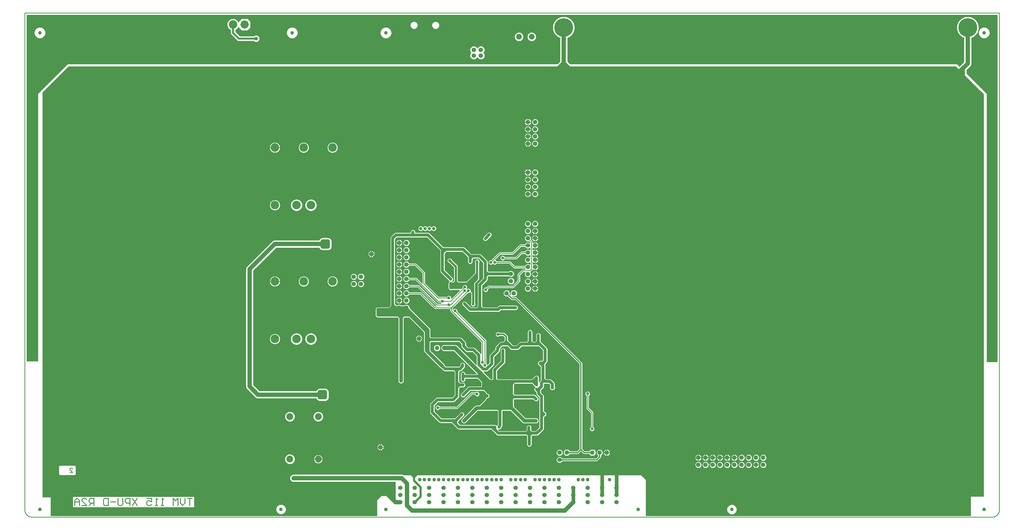
<source format=gbl>
%FSLAX24Y24*%
%MOIN*%
G70*
G01*
G75*
%ADD10C,0.0110*%
%ADD11C,0.0380*%
%ADD12C,0.0100*%
%ADD13R,0.0380X0.0380*%
%ADD14R,0.0600X0.0500*%
%ADD15R,0.0600X0.0600*%
%ADD16O,0.0630X0.0110*%
%ADD17O,0.0110X0.0630*%
%ADD18O,0.0630X0.0110*%
%ADD19R,0.0630X0.0110*%
%ADD20R,0.0500X0.0600*%
%ADD21R,0.0500X0.0650*%
%ADD22R,0.1614X0.0827*%
%ADD23R,0.0600X0.1000*%
%ADD24R,0.1250X0.0600*%
%ADD25R,0.0380X0.0425*%
%ADD26R,0.0709X0.1575*%
%ADD27C,0.0400*%
%ADD28R,0.1378X0.0709*%
%ADD29R,0.0709X0.1378*%
%ADD30R,0.0800X0.0800*%
%ADD31O,0.0846X0.0138*%
%ADD32R,0.0846X0.0138*%
%ADD33R,0.1181X0.1575*%
%ADD34R,0.0600X0.1250*%
%ADD35R,0.0900X0.1200*%
%ADD36R,0.0236X0.0433*%
%ADD37R,0.0906X0.0945*%
%ADD38C,0.0600*%
%ADD39C,0.0400*%
%ADD40C,0.0110*%
%ADD41C,0.0250*%
%ADD42C,0.0500*%
%ADD43C,0.0200*%
%ADD44C,0.0150*%
%ADD45C,0.0300*%
%ADD46C,0.0120*%
%ADD47C,0.1000*%
%ADD48C,0.0370*%
%ADD49C,0.0130*%
%ADD50C,0.0390*%
%ADD51C,0.0290*%
%ADD52C,0.0140*%
%ADD53C,0.0180*%
%ADD54C,0.0800*%
%ADD55R,0.5050X0.4500*%
%ADD56R,0.5050X0.4550*%
%ADD57R,0.5200X0.4550*%
%ADD58R,0.5050X0.9550*%
%ADD59C,0.0620*%
%ADD60C,0.0500*%
%ADD61C,0.0600*%
%ADD62C,0.1181*%
%ADD63P,0.1181X8X0*%
%ADD64C,0.0650*%
%ADD65C,0.2600*%
%ADD66C,0.0945*%
%ADD67C,0.0787*%
%ADD68C,0.0906*%
%ADD69P,0.0620X8X0*%
%ADD70C,0.1575*%
%ADD71C,0.0450*%
D12*
X95860Y58831D02*
X95848Y58924D01*
X95812Y59011D01*
X95755Y59085D01*
X95680Y59142D01*
X95593Y59178D01*
X95500Y59191D01*
Y58471D02*
X95593Y58483D01*
X95680Y58519D01*
X95755Y58576D01*
X95812Y58651D01*
X95848Y58738D01*
X95860Y58831D01*
X92698Y73729D02*
X92744Y73825D01*
X92760Y73931D01*
X92746Y74029D01*
X92707Y74119D01*
X92644Y74195D01*
X92563Y74252D01*
X92469Y74284D01*
X92371Y74290D01*
X92274Y74268D01*
X92187Y74221D01*
X92116Y74152D01*
X92067Y74067D01*
X92042Y73971D01*
X92045Y73872D01*
X93260Y73431D02*
X93247Y73527D01*
X93208Y73616D01*
X93148Y73692D01*
X93069Y73749D01*
X92977Y73782D01*
X92880Y73790D01*
X92785Y73772D01*
X92698Y73729D01*
X93256Y73375D02*
X93260Y73431D01*
X34250Y109281D02*
X34244Y109381D01*
X34225Y109480D01*
X34194Y109575D01*
X34151Y109666D01*
X34097Y109751D01*
X34033Y109828D01*
X33960Y109897D01*
X33879Y109956D01*
X33791Y110005D01*
X33697Y110042D01*
X33600Y110067D01*
X33500Y110079D01*
X33400D01*
X33300Y110067D01*
X33203Y110042D01*
X33109Y110005D01*
X33021Y109956D01*
X32940Y109897D01*
X32867Y109828D01*
X32803Y109751D01*
X32749Y109666D01*
X32706Y109575D01*
X32675Y109480D01*
X32656Y109381D01*
X32650Y109281D01*
X32656Y109180D01*
X32675Y109082D01*
X32706Y108986D01*
X32749Y108895D01*
X32803Y108810D01*
X32867Y108733D01*
X32940Y108664D01*
X33021Y108605D01*
X33109Y108557D01*
X33203Y108520D01*
X33300Y108495D01*
X33400Y108482D01*
X33500D01*
X33600Y108495D01*
X33697Y108520D01*
X33791Y108557D01*
X33879Y108605D01*
X33960Y108664D01*
X34033Y108733D01*
X34097Y108810D01*
X34151Y108895D01*
X34194Y108986D01*
X34225Y109082D01*
X34244Y109180D01*
X34250Y109281D01*
X59872Y109284D02*
X59885Y109187D01*
X59922Y109096D01*
X59982Y109019D01*
X59872Y109284D02*
X59885Y109187D01*
X59922Y109096D01*
X59982Y109019D01*
X60785Y108216D02*
X60862Y108156D01*
X60953Y108118D01*
X61050Y108106D01*
X60785Y108216D02*
X60862Y108156D01*
X60953Y108118D01*
X61050Y108106D01*
X60622Y109678D02*
X60705Y109726D01*
X60782Y109783D01*
X60852Y109848D01*
X60915Y109920D01*
X60968Y109999D01*
X61013Y110084D01*
X63119Y108106D02*
X63204Y108045D01*
X63300Y108004D01*
X63401Y107983D01*
X63506Y107984D01*
X63607Y108006D01*
X63702Y108049D01*
X63786Y108110D01*
X63855Y108188D01*
X63907Y108278D01*
X63939Y108377D01*
X63950Y108481D01*
Y108481D02*
X63939Y108584D01*
X63907Y108683D01*
X63855Y108773D01*
X63786Y108851D01*
X63702Y108913D01*
X63607Y108955D01*
X63506Y108978D01*
X63401Y108978D01*
X63300Y108958D01*
X63204Y108916D01*
X63119Y108856D01*
X69250Y109281D02*
X69244Y109381D01*
X69225Y109480D01*
X69194Y109575D01*
X69151Y109666D01*
X69097Y109751D01*
X69033Y109828D01*
X68960Y109897D01*
X68879Y109956D01*
X68791Y110005D01*
X68697Y110042D01*
X68600Y110067D01*
X68500Y110079D01*
X68400D01*
X68300Y110067D01*
X68203Y110042D01*
X68109Y110005D01*
X68021Y109956D01*
X67940Y109897D01*
X67867Y109828D01*
X67803Y109751D01*
X67749Y109666D01*
X67706Y109575D01*
X67675Y109480D01*
X67656Y109381D01*
X67650Y109281D01*
X67656Y109180D01*
X67675Y109082D01*
X67706Y108986D01*
X67749Y108895D01*
X67803Y108810D01*
X67867Y108733D01*
X67940Y108664D01*
X68021Y108605D01*
X68109Y108557D01*
X68203Y108520D01*
X68300Y108495D01*
X68400Y108482D01*
X68500D01*
X68600Y108495D01*
X68697Y108520D01*
X68791Y108557D01*
X68879Y108605D01*
X68960Y108664D01*
X69033Y108733D01*
X69097Y108810D01*
X69151Y108895D01*
X69194Y108986D01*
X69225Y109082D01*
X69244Y109180D01*
X69250Y109281D01*
X82250D02*
X82244Y109381D01*
X82225Y109480D01*
X82194Y109575D01*
X82151Y109666D01*
X82097Y109751D01*
X82033Y109828D01*
X81960Y109897D01*
X81879Y109956D01*
X81791Y110005D01*
X81697Y110042D01*
X81600Y110067D01*
X81500Y110079D01*
X81400D01*
X81300Y110067D01*
X81203Y110042D01*
X81109Y110005D01*
X81021Y109956D01*
X80940Y109897D01*
X80867Y109828D01*
X80803Y109751D01*
X80749Y109666D01*
X80706Y109575D01*
X80675Y109480D01*
X80656Y109381D01*
X80650Y109281D01*
X80656Y109180D01*
X80675Y109082D01*
X80706Y108986D01*
X80749Y108895D01*
X80803Y108810D01*
X80867Y108733D01*
X80940Y108664D01*
X81021Y108605D01*
X81109Y108557D01*
X81203Y108520D01*
X81300Y108495D01*
X81400Y108482D01*
X81500D01*
X81600Y108495D01*
X81697Y108520D01*
X81791Y108557D01*
X81879Y108605D01*
X81960Y108664D01*
X82033Y108733D01*
X82097Y108810D01*
X82151Y108895D01*
X82194Y108986D01*
X82225Y109082D01*
X82244Y109180D01*
X82250Y109281D01*
X61013Y110777D02*
X60966Y110866D01*
X60909Y110949D01*
X60842Y111024D01*
X60767Y111091D01*
X60685Y111148D01*
X60596Y111195D01*
X60502Y111231D01*
X60405Y111256D01*
X60306Y111269D01*
X60205Y111270D01*
X60105Y111259D01*
X60008Y111236D01*
X59913Y111202D01*
X59824Y111157D01*
X59740Y111101D01*
X59664Y111036D01*
X59596Y110962D01*
X59537Y110881D01*
X59488Y110793D01*
X59451Y110700D01*
X59424Y110603D01*
X59409Y110504D01*
X59407Y110403D01*
X59416Y110303D01*
X59437Y110205D01*
X59470Y110110D01*
X59514Y110020D01*
X59568Y109935D01*
X59632Y109858D01*
X59704Y109789D01*
X59785Y109729D01*
X59872Y109678D01*
X93249Y106514D02*
X93184Y106436D01*
X93135Y106348D01*
X93103Y106253D01*
X93088Y106153D01*
X93091Y106053D01*
X93112Y105954D01*
X93151Y105861D01*
X93205Y105776D01*
X93274Y105703D01*
X93355Y105643D01*
X93445Y105598D01*
X93542Y105570D01*
X93642Y105560D01*
X93743Y105569D01*
X93840Y105595D01*
X93931Y105638D01*
X94013Y105697D01*
X94083Y105769D01*
X94139Y105853D01*
Y107175D02*
X94083Y107259D01*
X94013Y107331D01*
X93931Y107390D01*
X93840Y107433D01*
X93743Y107460D01*
X93642Y107468D01*
X93542Y107458D01*
X93445Y107430D01*
X93355Y107386D01*
X93274Y107326D01*
X93205Y107252D01*
X93151Y107167D01*
X93112Y107074D01*
X93091Y106976D01*
X93088Y106875D01*
X93103Y106775D01*
X93135Y106680D01*
X93184Y106592D01*
X93249Y106514D01*
X94139Y105853D02*
X94193Y105771D01*
X94262Y105700D01*
X94341Y105641D01*
X94430Y105598D01*
X94524Y105571D01*
X94622Y105561D01*
X94721Y105568D01*
X94816Y105592D01*
X94906Y105633D01*
X94987Y105688D01*
X95058Y105758D01*
X95115Y105838D01*
X95157Y105927D01*
X95182Y106022D01*
X95191Y106120D01*
Y106908D02*
X95182Y107006D01*
X95157Y107101D01*
X95115Y107190D01*
X95058Y107271D01*
X94987Y107340D01*
X94906Y107396D01*
X94816Y107436D01*
X94721Y107461D01*
X94622Y107468D01*
X94524Y107458D01*
X94430Y107430D01*
X94341Y107387D01*
X94262Y107329D01*
X94193Y107257D01*
X94139Y107175D01*
X95191Y106120D02*
X95181Y106229D01*
X95149Y106333D01*
X95098Y106430D01*
X95029Y106514D01*
X95029D02*
X95098Y106599D01*
X95149Y106695D01*
X95181Y106799D01*
X95191Y106908D01*
X85895Y110331D02*
X85886Y110431D01*
X85858Y110528D01*
X85814Y110618D01*
X85753Y110698D01*
X85679Y110766D01*
X85593Y110819D01*
X85499Y110855D01*
X85400Y110874D01*
X85300D01*
X85201Y110855D01*
X85107Y110819D01*
X85021Y110766D01*
X84947Y110698D01*
X84886Y110618D01*
X84842Y110528D01*
X84814Y110431D01*
X84805Y110331D01*
X84814Y110231D01*
X84842Y110134D01*
X84886Y110044D01*
X84947Y109963D01*
X85021Y109896D01*
X85107Y109843D01*
X85201Y109806D01*
X85300Y109788D01*
X85400D01*
X85499Y109806D01*
X85593Y109843D01*
X85679Y109896D01*
X85753Y109963D01*
X85814Y110044D01*
X85858Y110134D01*
X85886Y110231D01*
X85895Y110331D01*
X88895D02*
X88886Y110431D01*
X88858Y110528D01*
X88814Y110618D01*
X88753Y110698D01*
X88679Y110766D01*
X88593Y110819D01*
X88499Y110855D01*
X88400Y110874D01*
X88300D01*
X88201Y110855D01*
X88107Y110819D01*
X88021Y110766D01*
X87947Y110698D01*
X87886Y110618D01*
X87842Y110528D01*
X87814Y110431D01*
X87805Y110331D01*
X87814Y110231D01*
X87842Y110134D01*
X87886Y110044D01*
X87947Y109963D01*
X88021Y109896D01*
X88107Y109843D01*
X88201Y109806D01*
X88300Y109788D01*
X88400D01*
X88499Y109806D01*
X88593Y109843D01*
X88679Y109896D01*
X88753Y109963D01*
X88814Y110044D01*
X88858Y110134D01*
X88886Y110231D01*
X88895Y110331D01*
X162569Y104622D02*
X162637Y104705D01*
X162688Y104800D01*
X162719Y104903D01*
X162730Y105011D01*
X162569Y104622D02*
X162637Y104705D01*
X162688Y104800D01*
X162719Y104903D01*
X162730Y105011D01*
X100558Y108732D02*
X100550Y108833D01*
X100526Y108931D01*
X100488Y109024D01*
X100435Y109110D01*
X100369Y109187D01*
X100293Y109253D01*
X100206Y109305D01*
X100113Y109344D01*
X100015Y109368D01*
X99914Y109376D01*
X99813Y109368D01*
X99715Y109344D01*
X99622Y109305D01*
X99536Y109253D01*
X99459Y109187D01*
X99393Y109110D01*
X99341Y109024D01*
X99302Y108931D01*
X99278Y108833D01*
X99270Y108732D01*
X99278Y108631D01*
X99302Y108533D01*
X99341Y108440D01*
X99393Y108354D01*
X99459Y108277D01*
X99536Y108211D01*
X99622Y108158D01*
X99715Y108120D01*
X99813Y108096D01*
X99914Y108088D01*
X100015Y108096D01*
X100113Y108120D01*
X100206Y108158D01*
X100293Y108211D01*
X100369Y108277D01*
X100435Y108354D01*
X100488Y108440D01*
X100526Y108533D01*
X100550Y108631D01*
X100558Y108732D01*
X102330D02*
X102322Y108833D01*
X102298Y108931D01*
X102259Y109024D01*
X102207Y109110D01*
X102141Y109187D01*
X102064Y109253D01*
X101978Y109305D01*
X101885Y109344D01*
X101787Y109368D01*
X101686Y109376D01*
X101585Y109368D01*
X101487Y109344D01*
X101394Y109305D01*
X101307Y109253D01*
X101231Y109187D01*
X101165Y109110D01*
X101112Y109024D01*
X101074Y108931D01*
X101050Y108833D01*
X101042Y108732D01*
X101050Y108631D01*
X101074Y108533D01*
X101112Y108440D01*
X101165Y108354D01*
X101231Y108277D01*
X101307Y108211D01*
X101394Y108158D01*
X101487Y108120D01*
X101585Y108096D01*
X101686Y108088D01*
X101787Y108096D01*
X101885Y108120D01*
X101978Y108158D01*
X102064Y108211D01*
X102141Y108277D01*
X102207Y108354D01*
X102259Y108440D01*
X102298Y108533D01*
X102322Y108631D01*
X102330Y108732D01*
X104570Y110011D02*
X104573Y109912D01*
X104583Y109814D01*
X104598Y109717D01*
X104620Y109621D01*
X104648Y109526D01*
X104681Y109434D01*
X104721Y109343D01*
X104766Y109256D01*
X104817Y109171D01*
X104873Y109090D01*
X104934Y109013D01*
X105000Y108940D01*
X105070Y108871D01*
X105145Y108806D01*
X105223Y108747D01*
X105305Y108692D01*
X105391Y108643D01*
X105479Y108599D01*
X105570Y108562D01*
X106670D02*
X106761Y108599D01*
X106849Y108643D01*
X106935Y108692D01*
X107017Y108747D01*
X107095Y108806D01*
X107170Y108871D01*
X107240Y108940D01*
X107306Y109013D01*
X107367Y109090D01*
X107423Y109171D01*
X107474Y109256D01*
X107519Y109343D01*
X107559Y109434D01*
X107592Y109526D01*
X107620Y109621D01*
X107642Y109717D01*
X107657Y109814D01*
X107667Y109912D01*
X107670Y110011D01*
X106120Y111561D02*
X106019Y111557D01*
X105918Y111547D01*
X105818Y111531D01*
X105719Y111508D01*
X105622Y111478D01*
X105527Y111443D01*
X105434Y111401D01*
X105345Y111353D01*
X105259Y111299D01*
X105176Y111240D01*
X105098Y111176D01*
X105024Y111107D01*
X104955Y111033D01*
X104890Y110954D01*
X104831Y110872D01*
X104778Y110786D01*
X104730Y110696D01*
X104688Y110604D01*
X104652Y110509D01*
X104623Y110412D01*
X104600Y110313D01*
X104583Y110213D01*
X104573Y110112D01*
X104570Y110011D01*
X107670D02*
X107667Y110112D01*
X107657Y110213D01*
X107640Y110313D01*
X107617Y110412D01*
X107588Y110509D01*
X107552Y110604D01*
X107510Y110696D01*
X107462Y110786D01*
X107409Y110872D01*
X107350Y110954D01*
X107285Y111033D01*
X107216Y111107D01*
X107142Y111176D01*
X107064Y111240D01*
X106981Y111299D01*
X106895Y111353D01*
X106806Y111401D01*
X106713Y111443D01*
X106618Y111478D01*
X106521Y111508D01*
X106422Y111531D01*
X106322Y111547D01*
X106221Y111557D01*
X106120Y111561D01*
X160630Y110011D02*
X160633Y109912D01*
X160643Y109814D01*
X160658Y109717D01*
X160680Y109621D01*
X160708Y109526D01*
X160741Y109434D01*
X160781Y109343D01*
X160826Y109256D01*
X160877Y109171D01*
X160933Y109090D01*
X160994Y109013D01*
X161060Y108940D01*
X161130Y108871D01*
X161205Y108806D01*
X161283Y108747D01*
X161365Y108692D01*
X161451Y108643D01*
X161539Y108599D01*
X161630Y108562D01*
X165250Y109281D02*
X165244Y109381D01*
X165225Y109480D01*
X165194Y109575D01*
X165151Y109666D01*
X165097Y109751D01*
X165033Y109828D01*
X164960Y109897D01*
X164879Y109956D01*
X164791Y110005D01*
X164697Y110042D01*
X164600Y110067D01*
X164500Y110079D01*
X164400D01*
X164300Y110067D01*
X164203Y110042D01*
X164109Y110005D01*
X164021Y109956D01*
X163940Y109897D01*
X163867Y109828D01*
X163803Y109751D01*
X163749Y109666D01*
X163706Y109575D01*
X163675Y109480D01*
X163656Y109381D01*
X163650Y109281D01*
X163656Y109180D01*
X163675Y109082D01*
X163706Y108986D01*
X163749Y108895D01*
X163803Y108810D01*
X163867Y108733D01*
X163940Y108664D01*
X164021Y108605D01*
X164109Y108557D01*
X164203Y108520D01*
X164300Y108495D01*
X164400Y108482D01*
X164500D01*
X164600Y108495D01*
X164697Y108520D01*
X164791Y108557D01*
X164879Y108605D01*
X164960Y108664D01*
X165033Y108733D01*
X165097Y108810D01*
X165151Y108895D01*
X165194Y108986D01*
X165225Y109082D01*
X165244Y109180D01*
X165250Y109281D01*
X162730Y108562D02*
X162821Y108599D01*
X162909Y108643D01*
X162995Y108692D01*
X163077Y108747D01*
X163155Y108806D01*
X163230Y108871D01*
X163300Y108940D01*
X163366Y109013D01*
X163427Y109090D01*
X163483Y109171D01*
X163534Y109256D01*
X163579Y109343D01*
X163619Y109434D01*
X163652Y109526D01*
X163680Y109621D01*
X163702Y109717D01*
X163717Y109814D01*
X163727Y109912D01*
X163730Y110011D01*
X162180Y111561D02*
X162079Y111557D01*
X161978Y111547D01*
X161878Y111531D01*
X161779Y111508D01*
X161682Y111478D01*
X161587Y111443D01*
X161494Y111401D01*
X161405Y111353D01*
X161319Y111299D01*
X161236Y111240D01*
X161158Y111176D01*
X161084Y111107D01*
X161015Y111033D01*
X160950Y110954D01*
X160891Y110872D01*
X160838Y110786D01*
X160790Y110696D01*
X160748Y110604D01*
X160712Y110509D01*
X160683Y110412D01*
X160660Y110313D01*
X160643Y110213D01*
X160633Y110112D01*
X160630Y110011D01*
X163730D02*
X163727Y110112D01*
X163717Y110213D01*
X163700Y110313D01*
X163677Y110412D01*
X163648Y110509D01*
X163612Y110604D01*
X163570Y110696D01*
X163522Y110786D01*
X163469Y110872D01*
X163410Y110954D01*
X163345Y111033D01*
X163276Y111107D01*
X163202Y111176D01*
X163124Y111240D01*
X163041Y111299D01*
X162955Y111353D01*
X162866Y111401D01*
X162773Y111443D01*
X162678Y111478D01*
X162581Y111508D01*
X162482Y111531D01*
X162382Y111547D01*
X162281Y111557D01*
X162180Y111561D01*
X36058Y47967D02*
X36085Y47867D01*
X36158Y47794D01*
X36258Y47767D01*
X36058Y47967D02*
X36085Y47867D01*
X36158Y47794D01*
X36258Y47767D01*
Y49167D02*
X36158Y49141D01*
X36085Y49067D01*
X36058Y48967D01*
X36258Y49167D02*
X36158Y49141D01*
X36085Y49067D01*
X36058Y48967D01*
X38267Y47767D02*
X38367Y47794D01*
X38440Y47867D01*
X38467Y47967D01*
X38267Y47767D02*
X38367Y47794D01*
X38440Y47867D01*
X38467Y47967D01*
Y48967D02*
X38440Y49067D01*
X38367Y49141D01*
X38267Y49167D01*
X38467Y48967D02*
X38440Y49067D01*
X38367Y49141D01*
X38267Y49167D01*
X67610Y43051D02*
X67603Y43150D01*
X67583Y43246D01*
X67549Y43339D01*
X67502Y43427D01*
X67444Y43507D01*
X67375Y43578D01*
X67297Y43639D01*
X67211Y43689D01*
X67119Y43726D01*
X67023Y43750D01*
X66925Y43760D01*
X66826Y43757D01*
X66728Y43740D01*
X66634Y43709D01*
X66545Y43666D01*
X66463Y43610D01*
X66389Y43544D01*
X66326Y43468D01*
X66273Y43384D01*
X66233Y43294D01*
X66206Y43198D01*
X66192Y43100D01*
Y43001D01*
X66206Y42903D01*
X66233Y42808D01*
X66273Y42717D01*
X66326Y42633D01*
X66389Y42557D01*
X66463Y42491D01*
X66545Y42436D01*
X66634Y42392D01*
X66728Y42362D01*
X66826Y42345D01*
X66925Y42341D01*
X67023Y42351D01*
X67119Y42375D01*
X67211Y42413D01*
X67297Y42462D01*
X67375Y42523D01*
X67444Y42594D01*
X67502Y42674D01*
X67549Y42762D01*
X67583Y42855D01*
X67603Y42952D01*
X67610Y43051D01*
X68650Y47931D02*
X68549Y47921D01*
X68451Y47894D01*
X68360Y47848D01*
X68279Y47787D01*
X68211Y47712D01*
X68158Y47626D01*
X68121Y47531D01*
X68102Y47431D01*
Y47330D01*
X68121Y47230D01*
X68158Y47136D01*
X68211Y47049D01*
X68279Y46974D01*
X68360Y46913D01*
X68451Y46868D01*
X68549Y46840D01*
X68650Y46831D01*
X68854Y50028D02*
X68847Y50128D01*
X68826Y50227D01*
X68791Y50322D01*
X68744Y50411D01*
X68685Y50492D01*
X68615Y50565D01*
X68535Y50627D01*
X68448Y50677D01*
X68355Y50715D01*
X68257Y50739D01*
X68157Y50750D01*
X68056Y50746D01*
X67957Y50729D01*
X67861Y50698D01*
X67770Y50654D01*
X67687Y50597D01*
X67612Y50530D01*
X67547Y50453D01*
X67494Y50367D01*
X67453Y50275D01*
X67425Y50178D01*
X67411Y50078D01*
Y49978D01*
X67425Y49878D01*
X67453Y49781D01*
X67494Y49689D01*
X67547Y49603D01*
X67612Y49526D01*
X67687Y49459D01*
X67770Y49402D01*
X67861Y49358D01*
X67957Y49327D01*
X68056Y49309D01*
X68157Y49306D01*
X68257Y49316D01*
X68355Y49341D01*
X68448Y49379D01*
X68535Y49429D01*
X68615Y49491D01*
X68685Y49564D01*
X68744Y49645D01*
X68791Y49734D01*
X68826Y49829D01*
X68847Y49927D01*
X68854Y50028D01*
Y55933D02*
X68847Y56034D01*
X68826Y56133D01*
X68791Y56227D01*
X68744Y56316D01*
X68685Y56398D01*
X68615Y56470D01*
X68535Y56532D01*
X68448Y56583D01*
X68355Y56621D01*
X68257Y56645D01*
X68157Y56655D01*
X68056Y56652D01*
X67957Y56634D01*
X67861Y56603D01*
X67770Y56559D01*
X67687Y56503D01*
X67612Y56435D01*
X67547Y56358D01*
X67494Y56273D01*
X67453Y56181D01*
X67425Y56084D01*
X67411Y55984D01*
Y55883D01*
X67425Y55783D01*
X67453Y55686D01*
X67494Y55594D01*
X67547Y55509D01*
X67612Y55432D01*
X67687Y55364D01*
X67770Y55308D01*
X67861Y55264D01*
X67957Y55232D01*
X68056Y55215D01*
X68157Y55211D01*
X68257Y55222D01*
X68355Y55246D01*
X68448Y55284D01*
X68535Y55335D01*
X68615Y55397D01*
X68685Y55469D01*
X68744Y55551D01*
X68791Y55640D01*
X68826Y55734D01*
X68847Y55833D01*
X68854Y55933D01*
X63311Y58592D02*
X63394Y58523D01*
X63490Y58473D01*
X63593Y58441D01*
X63700Y58431D01*
X63311Y58592D02*
X63394Y58523D01*
X63490Y58473D01*
X63593Y58441D01*
X63700Y58431D01*
X72701Y50028D02*
X72693Y50127D01*
X72670Y50223D01*
X72632Y50315D01*
X72580Y50400D01*
X72516Y50475D01*
X72440Y50540D01*
X72356Y50591D01*
X72264Y50629D01*
X72167Y50653D01*
X72069Y50660D01*
X71970Y50653D01*
X71873Y50629D01*
X71781Y50591D01*
X71697Y50540D01*
X71621Y50475D01*
X71557Y50400D01*
X71505Y50315D01*
X71467Y50223D01*
X71444Y50127D01*
X71436Y50028D01*
X71444Y49929D01*
X71467Y49833D01*
X71505Y49741D01*
X71557Y49656D01*
X71621Y49581D01*
X71697Y49516D01*
X71781Y49464D01*
X71873Y49426D01*
X71970Y49403D01*
X72069Y49395D01*
X72167Y49403D01*
X72264Y49426D01*
X72356Y49464D01*
X72440Y49516D01*
X72516Y49581D01*
X72580Y49656D01*
X72632Y49741D01*
X72670Y49833D01*
X72693Y49929D01*
X72701Y50028D01*
X72791Y55933D02*
X72784Y56034D01*
X72763Y56133D01*
X72728Y56227D01*
X72681Y56316D01*
X72622Y56398D01*
X72552Y56470D01*
X72472Y56532D01*
X72385Y56583D01*
X72292Y56621D01*
X72194Y56645D01*
X72094Y56655D01*
X71993Y56652D01*
X71894Y56634D01*
X71798Y56603D01*
X71707Y56559D01*
X71624Y56503D01*
X71549Y56435D01*
X71484Y56358D01*
X71431Y56273D01*
X71390Y56181D01*
X71362Y56084D01*
X71348Y55984D01*
Y55883D01*
X71362Y55783D01*
X71390Y55686D01*
X71431Y55594D01*
X71484Y55509D01*
X71549Y55432D01*
X71624Y55364D01*
X71707Y55308D01*
X71798Y55264D01*
X71894Y55232D01*
X71993Y55215D01*
X72094Y55211D01*
X72194Y55222D01*
X72292Y55246D01*
X72385Y55284D01*
X72472Y55335D01*
X72552Y55397D01*
X72622Y55469D01*
X72681Y55551D01*
X72728Y55640D01*
X72763Y55734D01*
X72784Y55833D01*
X72791Y55933D01*
X71788Y58431D02*
X71829Y58346D01*
X71885Y58270D01*
X71952Y58205D01*
X72030Y58152D01*
X72115Y58113D01*
X72206Y58089D01*
X72300Y58081D01*
X71788Y58431D02*
X71829Y58346D01*
X71885Y58270D01*
X71952Y58205D01*
X72030Y58152D01*
X72115Y58113D01*
X72206Y58089D01*
X72300Y58081D01*
X73000D02*
X73096Y58089D01*
X73188Y58114D01*
X73275Y58154D01*
X73354Y58209D01*
X73421Y58277D01*
X73476Y58356D01*
X73517Y58443D01*
X73542Y58535D01*
X73550Y58631D01*
X73000Y58081D02*
X73096Y58089D01*
X73188Y58114D01*
X73275Y58154D01*
X73354Y58209D01*
X73421Y58277D01*
X73476Y58356D01*
X73517Y58443D01*
X73542Y58535D01*
X73550Y58631D01*
Y59331D02*
X73542Y59426D01*
X73517Y59519D01*
X73476Y59606D01*
X73421Y59684D01*
X73354Y59752D01*
X73275Y59807D01*
X73188Y59848D01*
X73096Y59872D01*
X73000Y59881D01*
X73550Y59331D02*
X73542Y59426D01*
X73517Y59519D01*
X73476Y59606D01*
X73421Y59684D01*
X73354Y59752D01*
X73275Y59807D01*
X73188Y59848D01*
X73096Y59872D01*
X73000Y59881D01*
X62000Y60131D02*
X62011Y60023D01*
X62042Y59920D01*
X62093Y59825D01*
X62161Y59742D01*
X62000Y60131D02*
X62011Y60023D01*
X62042Y59920D01*
X62093Y59825D01*
X62161Y59742D01*
X66801Y66731D02*
X66794Y66831D01*
X66774Y66929D01*
X66741Y67024D01*
X66696Y67113D01*
X66639Y67196D01*
X66572Y67270D01*
X66495Y67335D01*
X66411Y67389D01*
X66320Y67431D01*
X66224Y67461D01*
X66125Y67477D01*
X66025Y67481D01*
X65925Y67471D01*
X65828Y67448D01*
X65734Y67412D01*
X65646Y67363D01*
X65565Y67304D01*
X65493Y67234D01*
X65431Y67155D01*
X65380Y67069D01*
X65341Y66977D01*
X65314Y66880D01*
X65301Y66781D01*
Y66681D01*
X65314Y66581D01*
X65341Y66484D01*
X65380Y66392D01*
X65431Y66306D01*
X65493Y66227D01*
X65565Y66158D01*
X65646Y66098D01*
X65734Y66050D01*
X65828Y66014D01*
X65925Y65991D01*
X66025Y65981D01*
X66125Y65984D01*
X66224Y66001D01*
X66320Y66030D01*
X66411Y66073D01*
X66495Y66126D01*
X66572Y66191D01*
X66639Y66266D01*
X66696Y66348D01*
X66741Y66438D01*
X66774Y66532D01*
X66794Y66631D01*
X66801Y66731D01*
X72300Y59881D02*
X72206Y59873D01*
X72115Y59849D01*
X72030Y59810D01*
X71952Y59757D01*
X71885Y59691D01*
X71829Y59615D01*
X71788Y59531D01*
X72300Y59881D02*
X72206Y59873D01*
X72115Y59849D01*
X72030Y59810D01*
X71952Y59757D01*
X71885Y59691D01*
X71829Y59615D01*
X71788Y59531D01*
X69891Y66731D02*
X69885Y66830D01*
X69867Y66928D01*
X69838Y67023D01*
X69798Y67115D01*
X69747Y67200D01*
X69687Y67279D01*
X69617Y67351D01*
X69540Y67414D01*
X69456Y67467D01*
X69366Y67510D01*
X69272Y67542D01*
X69174Y67562D01*
X69075Y67571D01*
X68975Y67568D01*
X68877Y67553D01*
X68781Y67527D01*
X68689Y67490D01*
X68601Y67441D01*
X68520Y67383D01*
X68447Y67316D01*
X68382Y67241D01*
X68326Y67158D01*
X68281Y67070D01*
X68246Y66976D01*
X68223Y66879D01*
X68211Y66781D01*
Y66681D01*
X68223Y66582D01*
X68246Y66485D01*
X68281Y66392D01*
X68326Y66303D01*
X68382Y66221D01*
X68447Y66145D01*
X68520Y66078D01*
X68601Y66020D01*
X68689Y65972D01*
X68781Y65934D01*
X68877Y65908D01*
X68975Y65893D01*
X69075Y65891D01*
X69174Y65899D01*
X69272Y65920D01*
X69366Y65952D01*
X69456Y65995D01*
X69540Y66048D01*
X69617Y66111D01*
X69687Y66182D01*
X69747Y66261D01*
X69798Y66347D01*
X69838Y66438D01*
X69867Y66533D01*
X69885Y66631D01*
X69891Y66731D01*
X71891Y66731D02*
X71885Y66830D01*
X71867Y66928D01*
X71838Y67023D01*
X71798Y67115D01*
X71747Y67200D01*
X71687Y67279D01*
X71617Y67351D01*
X71540Y67414D01*
X71456Y67467D01*
X71366Y67510D01*
X71272Y67542D01*
X71174Y67562D01*
X71075Y67571D01*
X70975Y67568D01*
X70877Y67553D01*
X70781Y67527D01*
X70689Y67490D01*
X70601Y67441D01*
X70520Y67383D01*
X70447Y67316D01*
X70382Y67241D01*
X70326Y67158D01*
X70281Y67070D01*
X70246Y66976D01*
X70223Y66879D01*
X70211Y66781D01*
Y66681D01*
X70223Y66582D01*
X70246Y66485D01*
X70281Y66392D01*
X70326Y66303D01*
X70382Y66221D01*
X70447Y66145D01*
X70520Y66078D01*
X70601Y66020D01*
X70689Y65972D01*
X70781Y65934D01*
X70877Y65908D01*
X70975Y65893D01*
X71075Y65891D01*
X71174Y65899D01*
X71272Y65920D01*
X71366Y65952D01*
X71456Y65995D01*
X71540Y66048D01*
X71617Y66111D01*
X71687Y66182D01*
X71747Y66261D01*
X71798Y66347D01*
X71838Y66438D01*
X71867Y66533D01*
X71885Y66631D01*
X71891Y66731D01*
X81185Y51681D02*
X81174Y51782D01*
X81143Y51878D01*
X81092Y51966D01*
X81025Y52041D01*
X80942Y52101D01*
X80850Y52142D01*
X80751Y52163D01*
X80649D01*
X80550Y52142D01*
X80457Y52101D01*
X80375Y52041D01*
X80308Y51966D01*
X80257Y51878D01*
X80226Y51782D01*
X80215Y51681D01*
X80226Y51580D01*
X80257Y51483D01*
X80308Y51396D01*
X80375Y51320D01*
X80457Y51261D01*
X80550Y51219D01*
X80649Y51198D01*
X80751D01*
X80850Y51219D01*
X80942Y51261D01*
X81025Y51320D01*
X81092Y51396D01*
X81143Y51483D01*
X81174Y51580D01*
X81185Y51681D01*
X83140Y60931D02*
X83152Y60833D01*
X83187Y60740D01*
X83243Y60659D01*
X83317Y60593D01*
X83405Y60547D01*
X83501Y60524D01*
X83599D01*
X83695Y60547D01*
X83783Y60593D01*
X83857Y60659D01*
X83913Y60740D01*
X83948Y60833D01*
X83960Y60931D01*
X83140D02*
X83152Y60833D01*
X83187Y60740D01*
X83243Y60659D01*
X83317Y60593D01*
X83405Y60547D01*
X83501Y60524D01*
X83599D01*
X83695Y60547D01*
X83783Y60593D01*
X83857Y60659D01*
X83913Y60740D01*
X83948Y60833D01*
X83960Y60931D01*
X83966Y47831D02*
X83868Y47885D01*
X83762Y47919D01*
X83650Y47931D01*
X83966Y47831D02*
X83868Y47885D01*
X83762Y47919D01*
X83650Y47931D01*
X88795Y55127D02*
X88870Y55069D01*
X88957Y55033D01*
X89050Y55021D01*
X88795Y55126D02*
X88870Y55069D01*
X88957Y55033D01*
X89050Y55021D01*
X87540Y56531D02*
X87552Y56437D01*
X87588Y56350D01*
X87646Y56276D01*
X87540Y56531D02*
X87552Y56438D01*
X87588Y56351D01*
X87645Y56276D01*
X91345Y54227D02*
X91420Y54169D01*
X91507Y54133D01*
X91600Y54121D01*
X91345Y54226D02*
X91420Y54169D01*
X91507Y54133D01*
X91600Y54121D01*
X91510Y55184D02*
X91543Y55265D01*
X91034Y55774D02*
X90954Y55741D01*
X92360Y56231D02*
X92344Y56335D01*
X92299Y56431D01*
X92228Y56509D01*
X92137Y56563D01*
X92035Y56589D01*
X91929Y56584D01*
X91830Y56548D01*
X91745Y56485D01*
X92360Y56231D02*
X92345Y56335D01*
X92299Y56431D01*
X92228Y56509D01*
X92138Y56563D01*
X92035Y56589D01*
X91930Y56584D01*
X91830Y56548D01*
X91745Y56485D01*
X92010Y55671D02*
X91949Y55593D01*
X91909Y55503D01*
X91891Y55405D01*
X91897Y55307D01*
X91926Y55212D01*
X91977Y55128D01*
X92047Y55058D01*
X92132Y55007D01*
X92226Y54977D01*
X92325Y54971D01*
X92422Y54989D01*
X92512Y55030D01*
X92590Y55091D01*
X92010Y55671D02*
X91949Y55593D01*
X91909Y55503D01*
X91891Y55405D01*
X91897Y55307D01*
X91926Y55212D01*
X91977Y55128D01*
X92047Y55058D01*
X92132Y55007D01*
X92226Y54977D01*
X92325Y54971D01*
X92422Y54989D01*
X92512Y55030D01*
X92590Y55091D01*
X92254Y55976D02*
X92312Y56050D01*
X92348Y56137D01*
X92360Y56231D01*
X92255Y55976D02*
X92312Y56051D01*
X92348Y56138D01*
X92360Y56231D01*
X88942Y57391D02*
X88873Y57463D01*
X88786Y57514D01*
X88689Y57539D01*
X88589Y57535D01*
X88493Y57505D01*
X88410Y57449D01*
X88345Y57372D01*
X88304Y57280D01*
X88290Y57181D01*
X88304Y57081D01*
X88345Y56990D01*
X88410Y56913D01*
X88493Y56857D01*
X88589Y56826D01*
X88689Y56823D01*
X88786Y56847D01*
X88873Y56898D01*
X88942Y56971D01*
X87645Y57835D02*
X87588Y57761D01*
X87552Y57674D01*
X87540Y57581D01*
X87646Y57836D02*
X87588Y57761D01*
X87552Y57674D01*
X87540Y57581D01*
X91350Y56971D02*
X91430Y56987D01*
X91498Y57032D01*
X91350Y56971D02*
X91431Y56987D01*
X91499Y57033D01*
X88600Y58641D02*
X88507Y58628D01*
X88420Y58592D01*
X88345Y58535D01*
X88600Y58641D02*
X88507Y58628D01*
X88420Y58592D01*
X88345Y58535D01*
X90800Y57921D02*
X90893Y57933D01*
X90980Y57969D01*
X91055Y58027D01*
X90800Y57921D02*
X90893Y57933D01*
X90980Y57969D01*
X91055Y58026D01*
X91554Y58526D02*
X91612Y58600D01*
X91648Y58687D01*
X91660Y58781D01*
X91555Y58526D02*
X91612Y58601D01*
X91648Y58688D01*
X91660Y58781D01*
X91895Y59185D02*
X91834Y59103D01*
X91798Y59007D01*
X91791Y58905D01*
X91813Y58805D01*
X91862Y58715D01*
X91934Y58643D01*
X92024Y58593D01*
X92124Y58572D01*
X92227Y58579D01*
X92323Y58615D01*
X92405Y58676D01*
X91896Y59186D02*
X91834Y59104D01*
X91798Y59008D01*
X91791Y58905D01*
X91813Y58805D01*
X91862Y58715D01*
X91934Y58642D01*
X92024Y58593D01*
X92125Y58572D01*
X92227Y58579D01*
X92323Y58615D01*
X92405Y58677D01*
X92150Y59971D02*
X92243Y59983D01*
X92330Y60019D01*
X92405Y60076D01*
X92462Y60151D01*
X92498Y60238D01*
X92510Y60331D01*
X92150Y59971D02*
X92243Y59983D01*
X92330Y60019D01*
X92405Y60076D01*
X92462Y60151D01*
X92498Y60238D01*
X92510Y60331D01*
X92498Y60424D01*
X92462Y60511D01*
X92405Y60585D01*
X92330Y60642D01*
X92243Y60678D01*
X92150Y60691D01*
X92510Y60331D02*
X92498Y60424D01*
X92462Y60511D01*
X92405Y60585D01*
X92330Y60642D01*
X92243Y60678D01*
X92150Y60691D01*
X86690Y65131D02*
X86704Y65025D01*
X86745Y64926D01*
X86810Y64841D01*
X86690Y65131D02*
X86704Y65025D01*
X86745Y64926D01*
X86810Y64841D01*
X86535Y66781D02*
X86524Y66882D01*
X86493Y66978D01*
X86442Y67066D01*
X86375Y67141D01*
X86292Y67201D01*
X86200Y67242D01*
X86101Y67263D01*
X85999D01*
X85900Y67242D01*
X85808Y67201D01*
X85725Y67141D01*
X85658Y67066D01*
X85607Y66978D01*
X85576Y66882D01*
X85565Y66781D01*
X85576Y66680D01*
X85607Y66583D01*
X85658Y66496D01*
X85725Y66420D01*
X85808Y66361D01*
X85900Y66319D01*
X85999Y66298D01*
X86101D01*
X86200Y66319D01*
X86292Y66361D01*
X86375Y66420D01*
X86442Y66496D01*
X86493Y66583D01*
X86524Y66680D01*
X86535Y66781D01*
X88960Y62691D02*
X89041Y62628D01*
X89134Y62587D01*
X88960Y62691D02*
X89041Y62628D01*
X89134Y62587D01*
X89395Y62326D02*
X89470Y62269D01*
X89557Y62233D01*
X89650Y62221D01*
X89395Y62327D02*
X89470Y62269D01*
X89557Y62233D01*
X89650Y62221D01*
X89643Y63097D02*
X89603Y63190D01*
X89540Y63271D01*
X89643Y63097D02*
X89603Y63190D01*
X89540Y63271D01*
X91790Y61081D02*
X91805Y60979D01*
X91847Y60886D01*
X91914Y60809D01*
X92000Y60753D01*
X92099Y60724D01*
X92201D01*
X92300Y60753D01*
X92386Y60809D01*
X92453Y60886D01*
X92495Y60979D01*
X92510Y61081D01*
X91750Y62221D02*
X91843Y62233D01*
X91930Y62269D01*
X92005Y62327D01*
X91750Y62221D02*
X91843Y62233D01*
X91930Y62269D01*
X92005Y62326D01*
X91790Y61081D02*
X91805Y60979D01*
X91847Y60886D01*
X91914Y60809D01*
X92000Y60753D01*
X92099Y60724D01*
X92201D01*
X92300Y60753D01*
X92386Y60809D01*
X92453Y60886D01*
X92495Y60979D01*
X92510Y61081D01*
X92510Y61891D02*
X92493Y61991D01*
X92448Y62082D01*
X92380Y62157D01*
X92294Y62211D01*
X92196Y62238D01*
X92094Y62236D01*
X91997Y62207D01*
X91912Y62151D01*
X91846Y62074D01*
X91804Y61981D01*
X91790Y61881D01*
X92510Y61891D02*
X92493Y61991D01*
X92448Y62082D01*
X92380Y62157D01*
X92294Y62211D01*
X92196Y62238D01*
X92094Y62236D01*
X91997Y62207D01*
X91912Y62151D01*
X91846Y62074D01*
X91804Y61981D01*
X91790Y61881D01*
X92354Y62676D02*
X92412Y62750D01*
X92448Y62837D01*
X92460Y62931D01*
X92355Y62676D02*
X92412Y62751D01*
X92448Y62838D01*
X92460Y62931D01*
Y63131D02*
X92445Y63232D01*
X92403Y63325D01*
X92336Y63403D01*
X92250Y63458D01*
X92151Y63487D01*
X92049D01*
X91950Y63458D01*
X91864Y63403D01*
X91797Y63325D01*
X91755Y63232D01*
X91740Y63131D01*
X92460D02*
X92445Y63232D01*
X92403Y63325D01*
X92336Y63403D01*
X92250Y63458D01*
X92151Y63487D01*
X92049D01*
X91950Y63458D01*
X91864Y63403D01*
X91797Y63325D01*
X91755Y63232D01*
X91740Y63131D01*
X89646Y65941D02*
X89549Y65951D01*
X89451Y65940D01*
X89358Y65910D01*
X89273Y65861D01*
X89200Y65795D01*
X89143Y65715D01*
X89103Y65626D01*
X89083Y65530D01*
Y65432D01*
X89103Y65336D01*
X89143Y65246D01*
X89200Y65167D01*
X89273Y65101D01*
X89358Y65052D01*
X89451Y65021D01*
X89549Y65011D01*
X89646Y65021D01*
X91375Y65806D02*
X91306Y65863D01*
X91226Y65906D01*
X91140Y65932D01*
X91050Y65941D01*
X91376Y65806D02*
X91306Y65863D01*
X91226Y65906D01*
X91140Y65932D01*
X91050Y65941D01*
X91890Y65731D02*
X91902Y65637D01*
X91938Y65550D01*
X91996Y65476D01*
X91890Y65731D02*
X91902Y65638D01*
X91938Y65551D01*
X91995Y65476D01*
X91890Y65731D02*
X91902Y65637D01*
X91938Y65550D01*
X91996Y65476D01*
X92005Y66885D02*
X91930Y66942D01*
X91843Y66978D01*
X91750Y66991D01*
X92005Y66885D02*
X91930Y66942D01*
X91843Y66978D01*
X91750Y66991D01*
X66801Y74731D02*
X66794Y74831D01*
X66774Y74929D01*
X66741Y75024D01*
X66696Y75113D01*
X66639Y75196D01*
X66572Y75270D01*
X66495Y75335D01*
X66411Y75389D01*
X66320Y75431D01*
X66224Y75461D01*
X66125Y75477D01*
X66025Y75481D01*
X65925Y75471D01*
X65828Y75448D01*
X65734Y75412D01*
X65646Y75363D01*
X65565Y75304D01*
X65493Y75234D01*
X65431Y75155D01*
X65380Y75069D01*
X65341Y74977D01*
X65314Y74880D01*
X65301Y74781D01*
Y74681D01*
X65314Y74581D01*
X65341Y74485D01*
X65380Y74392D01*
X65431Y74306D01*
X65493Y74227D01*
X65565Y74158D01*
X65646Y74098D01*
X65734Y74050D01*
X65828Y74014D01*
X65925Y73991D01*
X66025Y73981D01*
X66125Y73984D01*
X66224Y74001D01*
X66320Y74030D01*
X66411Y74073D01*
X66495Y74126D01*
X66572Y74191D01*
X66639Y74266D01*
X66696Y74348D01*
X66741Y74438D01*
X66774Y74532D01*
X66794Y74631D01*
X66801Y74731D01*
X70801D02*
X70794Y74831D01*
X70774Y74929D01*
X70741Y75024D01*
X70696Y75113D01*
X70639Y75196D01*
X70572Y75270D01*
X70495Y75335D01*
X70411Y75389D01*
X70320Y75431D01*
X70224Y75461D01*
X70125Y75477D01*
X70025Y75481D01*
X69925Y75471D01*
X69828Y75448D01*
X69734Y75412D01*
X69646Y75363D01*
X69565Y75304D01*
X69493Y75234D01*
X69431Y75155D01*
X69380Y75069D01*
X69341Y74977D01*
X69314Y74880D01*
X69301Y74781D01*
Y74681D01*
X69314Y74581D01*
X69341Y74485D01*
X69380Y74392D01*
X69431Y74306D01*
X69493Y74227D01*
X69565Y74158D01*
X69646Y74098D01*
X69734Y74050D01*
X69828Y74014D01*
X69925Y73991D01*
X70025Y73981D01*
X70125Y73984D01*
X70224Y74001D01*
X70320Y74030D01*
X70411Y74073D01*
X70495Y74126D01*
X70572Y74191D01*
X70639Y74266D01*
X70696Y74348D01*
X70741Y74438D01*
X70774Y74532D01*
X70794Y74631D01*
X70801Y74731D01*
X74801D02*
X74794Y74831D01*
X74774Y74929D01*
X74741Y75024D01*
X74696Y75113D01*
X74639Y75196D01*
X74572Y75270D01*
X74495Y75335D01*
X74411Y75389D01*
X74320Y75431D01*
X74224Y75461D01*
X74125Y75477D01*
X74025Y75481D01*
X73925Y75471D01*
X73828Y75448D01*
X73734Y75412D01*
X73646Y75363D01*
X73565Y75304D01*
X73493Y75234D01*
X73431Y75155D01*
X73380Y75069D01*
X73341Y74977D01*
X73314Y74880D01*
X73301Y74781D01*
Y74681D01*
X73314Y74581D01*
X73341Y74485D01*
X73380Y74392D01*
X73431Y74306D01*
X73493Y74227D01*
X73565Y74158D01*
X73646Y74098D01*
X73734Y74050D01*
X73828Y74014D01*
X73925Y73991D01*
X74025Y73981D01*
X74125Y73984D01*
X74224Y74001D01*
X74320Y74030D01*
X74411Y74073D01*
X74495Y74126D01*
X74572Y74191D01*
X74639Y74266D01*
X74696Y74348D01*
X74741Y74438D01*
X74774Y74532D01*
X74794Y74631D01*
X74801Y74731D01*
X77470Y74381D02*
X77460Y74478D01*
X77429Y74572D01*
X77380Y74657D01*
X77314Y74730D01*
X77235Y74788D01*
X77145Y74828D01*
X77049Y74848D01*
X76951D01*
X76855Y74828D01*
X76765Y74788D01*
X76686Y74730D01*
X76620Y74657D01*
X76571Y74572D01*
X76540Y74478D01*
X76530Y74381D01*
X76540Y74283D01*
X76571Y74190D01*
X76620Y74104D01*
X76686Y74031D01*
X76765Y73974D01*
X76855Y73934D01*
X76951Y73913D01*
X77049D01*
X77145Y73934D01*
X77235Y73974D01*
X77314Y74031D01*
X77380Y74104D01*
X77429Y74190D01*
X77460Y74283D01*
X77470Y74381D01*
X62161Y76820D02*
X62093Y76736D01*
X62042Y76641D01*
X62011Y76538D01*
X62000Y76431D01*
X62161Y76820D02*
X62093Y76736D01*
X62042Y76641D01*
X62011Y76538D01*
X62000Y76431D01*
X77470Y75381D02*
X77460Y75478D01*
X77429Y75572D01*
X77380Y75657D01*
X77314Y75730D01*
X77235Y75788D01*
X77145Y75828D01*
X77049Y75848D01*
X76951D01*
X76855Y75828D01*
X76765Y75788D01*
X76686Y75730D01*
X76620Y75657D01*
X76571Y75572D01*
X76540Y75478D01*
X76530Y75381D01*
X76540Y75283D01*
X76571Y75190D01*
X76620Y75104D01*
X76686Y75031D01*
X76765Y74974D01*
X76855Y74934D01*
X76951Y74913D01*
X77049D01*
X77145Y74934D01*
X77235Y74974D01*
X77314Y75031D01*
X77380Y75104D01*
X77429Y75190D01*
X77460Y75283D01*
X77470Y75381D01*
X79990Y70031D02*
X80002Y69938D01*
X80038Y69851D01*
X80095Y69776D01*
X80170Y69719D01*
X80257Y69683D01*
X80350Y69671D01*
X79990Y70031D02*
X80002Y69938D01*
X80038Y69851D01*
X80095Y69776D01*
X80170Y69719D01*
X80257Y69683D01*
X80350Y69671D01*
X79990Y70031D02*
X80002Y69938D01*
X80038Y69851D01*
X80095Y69776D01*
X80170Y69719D01*
X80257Y69683D01*
X80350Y69671D01*
Y71191D02*
X80257Y71178D01*
X80170Y71142D01*
X80095Y71085D01*
X80038Y71011D01*
X80002Y70924D01*
X79990Y70831D01*
X80350Y71191D02*
X80257Y71178D01*
X80170Y71142D01*
X80095Y71085D01*
X80038Y71011D01*
X80002Y70924D01*
X79990Y70831D01*
X80350Y71191D02*
X80257Y71178D01*
X80170Y71142D01*
X80095Y71085D01*
X80038Y71011D01*
X80002Y70924D01*
X79990Y70831D01*
X78470Y74381D02*
X78460Y74478D01*
X78429Y74572D01*
X78380Y74657D01*
X78314Y74730D01*
X78235Y74788D01*
X78145Y74828D01*
X78049Y74848D01*
X77951D01*
X77855Y74828D01*
X77765Y74788D01*
X77686Y74730D01*
X77620Y74657D01*
X77571Y74572D01*
X77540Y74478D01*
X77530Y74381D01*
X77540Y74283D01*
X77571Y74190D01*
X77620Y74104D01*
X77686Y74031D01*
X77765Y73974D01*
X77855Y73934D01*
X77951Y73913D01*
X78049D01*
X78145Y73934D01*
X78235Y73974D01*
X78314Y74031D01*
X78380Y74104D01*
X78429Y74190D01*
X78460Y74283D01*
X78470Y74381D01*
X83602Y71441D02*
X83525Y71493D01*
X83439Y71530D01*
X83347Y71548D01*
X83253D01*
X83161Y71530D01*
X83075Y71493D01*
X82998Y71441D01*
X83770Y72081D02*
X83760Y72178D01*
X83729Y72272D01*
X83680Y72357D01*
X83614Y72430D01*
X83535Y72488D01*
X83445Y72528D01*
X83349Y72548D01*
X83251D01*
X83155Y72528D01*
X83065Y72488D01*
X82986Y72430D01*
X82920Y72357D01*
X82871Y72272D01*
X82840Y72178D01*
X82830Y72081D01*
X82840Y71983D01*
X82871Y71890D01*
X82920Y71804D01*
X82986Y71731D01*
X83065Y71674D01*
X83155Y71634D01*
X83251Y71613D01*
X83349D01*
X83445Y71634D01*
X83535Y71674D01*
X83614Y71731D01*
X83680Y71804D01*
X83729Y71890D01*
X83760Y71983D01*
X83770Y72081D01*
Y73081D02*
X83760Y73178D01*
X83729Y73272D01*
X83680Y73357D01*
X83614Y73430D01*
X83535Y73488D01*
X83445Y73528D01*
X83349Y73548D01*
X83251D01*
X83155Y73528D01*
X83065Y73488D01*
X82986Y73430D01*
X82920Y73357D01*
X82871Y73272D01*
X82840Y73178D01*
X82830Y73081D01*
X82840Y72983D01*
X82871Y72890D01*
X82920Y72804D01*
X82986Y72731D01*
X83065Y72674D01*
X83155Y72634D01*
X83251Y72613D01*
X83349D01*
X83445Y72634D01*
X83535Y72674D01*
X83614Y72731D01*
X83680Y72804D01*
X83729Y72890D01*
X83760Y72983D01*
X83770Y73081D01*
Y74081D02*
X83760Y74178D01*
X83729Y74272D01*
X83680Y74357D01*
X83614Y74430D01*
X83535Y74488D01*
X83445Y74528D01*
X83349Y74548D01*
X83251D01*
X83155Y74528D01*
X83065Y74488D01*
X82986Y74430D01*
X82920Y74357D01*
X82871Y74272D01*
X82840Y74178D01*
X82830Y74081D01*
X82840Y73983D01*
X82871Y73890D01*
X82920Y73804D01*
X82986Y73731D01*
X83065Y73674D01*
X83155Y73634D01*
X83251Y73613D01*
X83349D01*
X83445Y73634D01*
X83535Y73674D01*
X83614Y73731D01*
X83680Y73804D01*
X83729Y73890D01*
X83760Y73983D01*
X83770Y74081D01*
Y75081D02*
X83760Y75178D01*
X83729Y75272D01*
X83680Y75357D01*
X83614Y75430D01*
X83535Y75488D01*
X83445Y75528D01*
X83349Y75548D01*
X83251D01*
X83155Y75528D01*
X83065Y75488D01*
X82986Y75430D01*
X82920Y75357D01*
X82871Y75272D01*
X82840Y75178D01*
X82830Y75081D01*
X82840Y74983D01*
X82871Y74890D01*
X82920Y74804D01*
X82986Y74731D01*
X83065Y74674D01*
X83155Y74634D01*
X83251Y74613D01*
X83349D01*
X83445Y74634D01*
X83535Y74674D01*
X83614Y74731D01*
X83680Y74804D01*
X83729Y74890D01*
X83760Y74983D01*
X83770Y75081D01*
Y76081D02*
X83760Y76178D01*
X83729Y76272D01*
X83680Y76357D01*
X83614Y76430D01*
X83535Y76488D01*
X83445Y76528D01*
X83349Y76548D01*
X83251D01*
X83155Y76528D01*
X83065Y76488D01*
X82986Y76430D01*
X82920Y76357D01*
X82871Y76272D01*
X82840Y76178D01*
X82830Y76081D01*
X82840Y75983D01*
X82871Y75890D01*
X82920Y75804D01*
X82986Y75731D01*
X83065Y75674D01*
X83155Y75634D01*
X83251Y75613D01*
X83349D01*
X83445Y75634D01*
X83535Y75674D01*
X83614Y75731D01*
X83680Y75804D01*
X83729Y75890D01*
X83760Y75983D01*
X83770Y76081D01*
Y77081D02*
X83760Y77178D01*
X83729Y77272D01*
X83680Y77357D01*
X83614Y77430D01*
X83535Y77488D01*
X83445Y77528D01*
X83349Y77548D01*
X83251D01*
X83155Y77528D01*
X83065Y77488D01*
X82986Y77430D01*
X82920Y77357D01*
X82871Y77272D01*
X82840Y77178D01*
X82830Y77081D01*
X82840Y76983D01*
X82871Y76890D01*
X82920Y76804D01*
X82986Y76731D01*
X83065Y76674D01*
X83155Y76634D01*
X83251Y76613D01*
X83349D01*
X83445Y76634D01*
X83535Y76674D01*
X83614Y76731D01*
X83680Y76804D01*
X83729Y76890D01*
X83760Y76983D01*
X83770Y77081D01*
Y78081D02*
X83760Y78178D01*
X83729Y78272D01*
X83680Y78357D01*
X83614Y78430D01*
X83535Y78488D01*
X83445Y78528D01*
X83349Y78548D01*
X83251D01*
X83155Y78528D01*
X83065Y78488D01*
X82986Y78430D01*
X82920Y78357D01*
X82871Y78272D01*
X82840Y78178D01*
X82830Y78081D01*
X82840Y77983D01*
X82871Y77890D01*
X82920Y77804D01*
X82986Y77731D01*
X83065Y77674D01*
X83155Y77634D01*
X83251Y77613D01*
X83349D01*
X83445Y77634D01*
X83535Y77674D01*
X83614Y77731D01*
X83680Y77804D01*
X83729Y77890D01*
X83760Y77983D01*
X83770Y78081D01*
X66050Y80481D02*
X65943Y80470D01*
X65840Y80439D01*
X65744Y80388D01*
X65661Y80320D01*
X66050Y80481D02*
X65943Y80470D01*
X65840Y80439D01*
X65744Y80388D01*
X65661Y80320D01*
X66801Y85331D02*
X66794Y85431D01*
X66774Y85529D01*
X66741Y85624D01*
X66696Y85713D01*
X66639Y85796D01*
X66572Y85870D01*
X66495Y85935D01*
X66411Y85989D01*
X66320Y86031D01*
X66224Y86061D01*
X66125Y86077D01*
X66025Y86081D01*
X65925Y86071D01*
X65828Y86048D01*
X65734Y86012D01*
X65646Y85963D01*
X65565Y85904D01*
X65493Y85834D01*
X65431Y85755D01*
X65380Y85669D01*
X65341Y85577D01*
X65314Y85480D01*
X65301Y85381D01*
Y85281D01*
X65314Y85181D01*
X65341Y85084D01*
X65380Y84992D01*
X65431Y84906D01*
X65493Y84827D01*
X65565Y84758D01*
X65646Y84698D01*
X65734Y84650D01*
X65828Y84614D01*
X65925Y84591D01*
X66025Y84581D01*
X66125Y84584D01*
X66224Y84601D01*
X66320Y84630D01*
X66411Y84673D01*
X66495Y84726D01*
X66572Y84791D01*
X66639Y84866D01*
X66696Y84948D01*
X66741Y85038D01*
X66774Y85132D01*
X66794Y85231D01*
X66801Y85331D01*
Y93331D02*
X66794Y93431D01*
X66774Y93529D01*
X66741Y93624D01*
X66696Y93713D01*
X66639Y93796D01*
X66572Y93870D01*
X66495Y93935D01*
X66411Y93989D01*
X66320Y94031D01*
X66224Y94061D01*
X66125Y94077D01*
X66025Y94081D01*
X65925Y94071D01*
X65828Y94048D01*
X65734Y94012D01*
X65646Y93963D01*
X65565Y93904D01*
X65493Y93834D01*
X65431Y93755D01*
X65380Y93669D01*
X65341Y93577D01*
X65314Y93480D01*
X65301Y93381D01*
Y93281D01*
X65314Y93181D01*
X65341Y93084D01*
X65380Y92992D01*
X65431Y92906D01*
X65493Y92827D01*
X65565Y92758D01*
X65646Y92698D01*
X65734Y92650D01*
X65828Y92614D01*
X65925Y92591D01*
X66025Y92581D01*
X66125Y92584D01*
X66224Y92601D01*
X66320Y92630D01*
X66411Y92673D01*
X66495Y92726D01*
X66572Y92791D01*
X66639Y92866D01*
X66696Y92948D01*
X66741Y93038D01*
X66774Y93132D01*
X66794Y93231D01*
X66801Y93331D01*
X69891Y85331D02*
X69885Y85430D01*
X69867Y85528D01*
X69838Y85623D01*
X69798Y85715D01*
X69747Y85800D01*
X69687Y85879D01*
X69617Y85951D01*
X69540Y86014D01*
X69456Y86067D01*
X69366Y86110D01*
X69272Y86142D01*
X69174Y86162D01*
X69075Y86171D01*
X68975Y86168D01*
X68877Y86153D01*
X68781Y86127D01*
X68689Y86090D01*
X68601Y86041D01*
X68520Y85983D01*
X68447Y85916D01*
X68382Y85841D01*
X68326Y85758D01*
X68281Y85670D01*
X68246Y85576D01*
X68223Y85479D01*
X68211Y85380D01*
Y85281D01*
X68223Y85182D01*
X68246Y85085D01*
X68281Y84992D01*
X68326Y84903D01*
X68382Y84821D01*
X68447Y84745D01*
X68520Y84678D01*
X68601Y84620D01*
X68689Y84572D01*
X68781Y84534D01*
X68877Y84508D01*
X68975Y84493D01*
X69075Y84491D01*
X69174Y84499D01*
X69272Y84520D01*
X69366Y84552D01*
X69456Y84595D01*
X69540Y84648D01*
X69617Y84711D01*
X69687Y84782D01*
X69747Y84861D01*
X69798Y84947D01*
X69838Y85038D01*
X69867Y85133D01*
X69885Y85231D01*
X69891Y85331D01*
X71891Y85331D02*
X71885Y85430D01*
X71867Y85528D01*
X71838Y85623D01*
X71798Y85715D01*
X71747Y85800D01*
X71687Y85879D01*
X71617Y85951D01*
X71540Y86014D01*
X71456Y86067D01*
X71366Y86110D01*
X71272Y86142D01*
X71174Y86162D01*
X71075Y86171D01*
X70975Y86168D01*
X70877Y86153D01*
X70781Y86127D01*
X70689Y86090D01*
X70601Y86041D01*
X70520Y85983D01*
X70447Y85916D01*
X70382Y85841D01*
X70326Y85758D01*
X70281Y85670D01*
X70246Y85576D01*
X70223Y85479D01*
X70211Y85380D01*
Y85281D01*
X70223Y85182D01*
X70246Y85085D01*
X70281Y84992D01*
X70326Y84903D01*
X70382Y84821D01*
X70447Y84745D01*
X70520Y84678D01*
X70601Y84620D01*
X70689Y84572D01*
X70781Y84534D01*
X70877Y84508D01*
X70975Y84493D01*
X71075Y84491D01*
X71174Y84499D01*
X71272Y84520D01*
X71366Y84552D01*
X71456Y84595D01*
X71540Y84648D01*
X71617Y84711D01*
X71687Y84782D01*
X71747Y84861D01*
X71798Y84947D01*
X71838Y85038D01*
X71867Y85133D01*
X71885Y85231D01*
X71891Y85331D01*
X70801Y93331D02*
X70794Y93431D01*
X70774Y93529D01*
X70741Y93624D01*
X70696Y93713D01*
X70639Y93796D01*
X70572Y93870D01*
X70495Y93935D01*
X70411Y93989D01*
X70320Y94031D01*
X70224Y94061D01*
X70125Y94077D01*
X70025Y94081D01*
X69925Y94071D01*
X69828Y94048D01*
X69734Y94012D01*
X69646Y93963D01*
X69565Y93904D01*
X69493Y93834D01*
X69431Y93755D01*
X69380Y93669D01*
X69341Y93577D01*
X69314Y93480D01*
X69301Y93381D01*
Y93281D01*
X69314Y93181D01*
X69341Y93084D01*
X69380Y92992D01*
X69431Y92906D01*
X69493Y92827D01*
X69565Y92758D01*
X69646Y92698D01*
X69734Y92650D01*
X69828Y92614D01*
X69925Y92591D01*
X70025Y92581D01*
X70125Y92584D01*
X70224Y92601D01*
X70320Y92630D01*
X70411Y92673D01*
X70495Y92726D01*
X70572Y92791D01*
X70639Y92866D01*
X70696Y92948D01*
X70741Y93038D01*
X70774Y93132D01*
X70794Y93231D01*
X70801Y93331D01*
X72188Y79381D02*
X72229Y79296D01*
X72285Y79220D01*
X72352Y79155D01*
X72430Y79102D01*
X72515Y79063D01*
X72606Y79039D01*
X72700Y79031D01*
X72188Y79381D02*
X72229Y79296D01*
X72285Y79220D01*
X72352Y79155D01*
X72430Y79102D01*
X72515Y79063D01*
X72606Y79039D01*
X72700Y79031D01*
X73400D02*
X73496Y79039D01*
X73588Y79064D01*
X73675Y79104D01*
X73754Y79159D01*
X73821Y79227D01*
X73876Y79306D01*
X73917Y79393D01*
X73942Y79485D01*
X73950Y79581D01*
X73400Y79031D02*
X73496Y79039D01*
X73588Y79064D01*
X73675Y79104D01*
X73754Y79159D01*
X73821Y79227D01*
X73876Y79306D01*
X73917Y79393D01*
X73942Y79485D01*
X73950Y79581D01*
X79935Y78531D02*
X79924Y78632D01*
X79893Y78728D01*
X79842Y78816D01*
X79775Y78891D01*
X79693Y78951D01*
X79600Y78992D01*
X79501Y79013D01*
X79399D01*
X79300Y78992D01*
X79208Y78951D01*
X79125Y78891D01*
X79058Y78816D01*
X79007Y78728D01*
X78976Y78632D01*
X78965Y78531D01*
X78976Y78430D01*
X79007Y78333D01*
X79058Y78246D01*
X79125Y78170D01*
X79208Y78111D01*
X79300Y78069D01*
X79399Y78048D01*
X79501D01*
X79600Y78069D01*
X79693Y78111D01*
X79775Y78170D01*
X79842Y78246D01*
X79893Y78333D01*
X79924Y78430D01*
X79935Y78531D01*
X83770Y79081D02*
X83760Y79178D01*
X83729Y79272D01*
X83680Y79357D01*
X83614Y79430D01*
X83535Y79488D01*
X83445Y79528D01*
X83349Y79548D01*
X83251D01*
X83155Y79528D01*
X83065Y79488D01*
X82986Y79430D01*
X82920Y79357D01*
X82871Y79272D01*
X82840Y79178D01*
X82830Y79081D01*
X82840Y78983D01*
X82871Y78890D01*
X82920Y78804D01*
X82986Y78731D01*
X83065Y78674D01*
X83155Y78634D01*
X83251Y78613D01*
X83349D01*
X83445Y78634D01*
X83535Y78674D01*
X83614Y78731D01*
X83680Y78804D01*
X83729Y78890D01*
X83760Y78983D01*
X83770Y79081D01*
Y80081D02*
X83760Y80178D01*
X83729Y80272D01*
X83680Y80357D01*
X83614Y80430D01*
X83535Y80488D01*
X83445Y80528D01*
X83349Y80548D01*
X83251D01*
X83155Y80528D01*
X83065Y80488D01*
X82986Y80430D01*
X82920Y80357D01*
X82871Y80272D01*
X82840Y80178D01*
X82830Y80081D01*
X82840Y79983D01*
X82871Y79890D01*
X82920Y79804D01*
X82986Y79731D01*
X83065Y79674D01*
X83155Y79634D01*
X83251Y79613D01*
X83349D01*
X83445Y79634D01*
X83535Y79674D01*
X83614Y79731D01*
X83680Y79804D01*
X83729Y79890D01*
X83760Y79983D01*
X83770Y80081D01*
X72700Y80831D02*
X72606Y80823D01*
X72515Y80799D01*
X72430Y80760D01*
X72352Y80707D01*
X72285Y80641D01*
X72229Y80565D01*
X72188Y80481D01*
X72700Y80831D02*
X72606Y80823D01*
X72515Y80799D01*
X72430Y80760D01*
X72352Y80707D01*
X72285Y80641D01*
X72229Y80565D01*
X72188Y80481D01*
X73950Y80281D02*
X73942Y80376D01*
X73917Y80469D01*
X73876Y80556D01*
X73821Y80634D01*
X73754Y80702D01*
X73675Y80757D01*
X73588Y80798D01*
X73496Y80822D01*
X73400Y80831D01*
X73950Y80281D02*
X73942Y80376D01*
X73917Y80469D01*
X73876Y80556D01*
X73821Y80634D01*
X73754Y80702D01*
X73675Y80757D01*
X73588Y80798D01*
X73496Y80822D01*
X73400Y80831D01*
X82145Y80985D02*
X82088Y80911D01*
X82052Y80824D01*
X82040Y80731D01*
X82146Y80986D02*
X82088Y80911D01*
X82052Y80824D01*
X82040Y80731D01*
X74801Y93331D02*
X74794Y93431D01*
X74774Y93529D01*
X74741Y93624D01*
X74696Y93713D01*
X74639Y93796D01*
X74572Y93870D01*
X74495Y93935D01*
X74411Y93989D01*
X74320Y94031D01*
X74224Y94061D01*
X74125Y94077D01*
X74025Y94081D01*
X73925Y94071D01*
X73828Y94048D01*
X73734Y94012D01*
X73646Y93963D01*
X73565Y93904D01*
X73493Y93834D01*
X73431Y93755D01*
X73380Y93669D01*
X73341Y93577D01*
X73314Y93480D01*
X73301Y93381D01*
Y93281D01*
X73314Y93181D01*
X73341Y93084D01*
X73380Y92992D01*
X73431Y92906D01*
X73493Y92827D01*
X73565Y92758D01*
X73646Y92698D01*
X73734Y92650D01*
X73828Y92614D01*
X73925Y92591D01*
X74025Y92581D01*
X74125Y92584D01*
X74224Y92601D01*
X74320Y92630D01*
X74411Y92673D01*
X74495Y92726D01*
X74572Y92791D01*
X74639Y92866D01*
X74696Y92948D01*
X74741Y93038D01*
X74774Y93132D01*
X74794Y93231D01*
X74801Y93331D01*
X82850Y81541D02*
X82757Y81528D01*
X82670Y81492D01*
X82595Y81435D01*
X82850Y81541D02*
X82757Y81528D01*
X82670Y81492D01*
X82595Y81435D01*
X84770Y72081D02*
X84760Y72178D01*
X84729Y72272D01*
X84680Y72357D01*
X84614Y72430D01*
X84535Y72488D01*
X84445Y72528D01*
X84349Y72548D01*
X84251D01*
X84155Y72528D01*
X84065Y72488D01*
X83986Y72430D01*
X83920Y72357D01*
X83871Y72272D01*
X83840Y72178D01*
X83830Y72081D01*
X83840Y71983D01*
X83871Y71890D01*
X83920Y71804D01*
X83986Y71731D01*
X84065Y71674D01*
X84155Y71634D01*
X84251Y71613D01*
X84349D01*
X84445Y71634D01*
X84535Y71674D01*
X84614Y71731D01*
X84680Y71804D01*
X84729Y71890D01*
X84760Y71983D01*
X84770Y72081D01*
Y71081D02*
X84760Y71177D01*
X84731Y71269D01*
X84683Y71353D01*
X84619Y71426D01*
X84541Y71484D01*
X84454Y71525D01*
X84359Y71547D01*
X84263Y71549D01*
X84168Y71532D01*
X84078Y71495D01*
X83998Y71441D01*
X84768Y71042D02*
X84770Y71081D01*
X84720Y73291D02*
X84666Y73375D01*
X84595Y73446D01*
X84511Y73501D01*
X84417Y73536D01*
X84317Y73550D01*
X84217Y73543D01*
X84120Y73515D01*
X84032Y73467D01*
X83956Y73401D01*
X83896Y73321D01*
X83854Y73229D01*
X83833Y73131D01*
Y73030D01*
X83854Y72932D01*
X83896Y72841D01*
X83956Y72760D01*
X84032Y72695D01*
X84120Y72646D01*
X84217Y72618D01*
X84317Y72611D01*
X84417Y72625D01*
X84511Y72661D01*
X84595Y72715D01*
X84666Y72786D01*
X84720Y72871D01*
X86398Y73229D02*
X86330Y73275D01*
X86250Y73291D01*
X86399Y73229D02*
X86331Y73275D01*
X86250Y73291D01*
X84720Y74291D02*
X84666Y74375D01*
X84595Y74446D01*
X84511Y74501D01*
X84417Y74536D01*
X84317Y74550D01*
X84217Y74543D01*
X84120Y74515D01*
X84032Y74467D01*
X83956Y74401D01*
X83896Y74321D01*
X83854Y74229D01*
X83833Y74131D01*
Y74030D01*
X83854Y73932D01*
X83896Y73841D01*
X83956Y73760D01*
X84032Y73695D01*
X84120Y73646D01*
X84217Y73618D01*
X84317Y73611D01*
X84417Y73625D01*
X84511Y73661D01*
X84595Y73715D01*
X84666Y73786D01*
X84720Y73871D01*
Y75291D02*
X84666Y75375D01*
X84595Y75446D01*
X84511Y75501D01*
X84417Y75536D01*
X84317Y75550D01*
X84217Y75543D01*
X84120Y75515D01*
X84032Y75467D01*
X83956Y75401D01*
X83896Y75321D01*
X83854Y75229D01*
X83833Y75131D01*
Y75030D01*
X83854Y74932D01*
X83896Y74841D01*
X83956Y74760D01*
X84032Y74695D01*
X84120Y74646D01*
X84217Y74618D01*
X84317Y74611D01*
X84417Y74625D01*
X84511Y74661D01*
X84595Y74715D01*
X84666Y74786D01*
X84720Y74871D01*
X84770Y76081D02*
X84760Y76178D01*
X84729Y76272D01*
X84680Y76357D01*
X84614Y76430D01*
X84535Y76488D01*
X84445Y76528D01*
X84349Y76548D01*
X84251D01*
X84155Y76528D01*
X84065Y76488D01*
X83986Y76430D01*
X83920Y76357D01*
X83871Y76272D01*
X83840Y76178D01*
X83830Y76081D01*
X83840Y75983D01*
X83871Y75890D01*
X83920Y75804D01*
X83986Y75731D01*
X84065Y75674D01*
X84155Y75634D01*
X84251Y75613D01*
X84349D01*
X84445Y75634D01*
X84535Y75674D01*
X84614Y75731D01*
X84680Y75804D01*
X84729Y75890D01*
X84760Y75983D01*
X84770Y76081D01*
X85748Y75229D02*
X85680Y75275D01*
X85600Y75291D01*
X85749Y75229D02*
X85681Y75275D01*
X85600Y75291D01*
X86048Y74229D02*
X85980Y74275D01*
X85900Y74291D01*
X86049Y74229D02*
X85981Y74275D01*
X85900Y74291D01*
X86910Y75931D02*
X86894Y76011D01*
X86848Y76080D01*
X86910Y75931D02*
X86894Y76011D01*
X86848Y76079D01*
X87660Y67981D02*
X87646Y68087D01*
X87605Y68186D01*
X87540Y68271D01*
X87660Y67981D02*
X87646Y68087D01*
X87605Y68186D01*
X87540Y68271D01*
X88101Y70933D02*
X88169Y70887D01*
X88250Y70871D01*
X88102Y70932D02*
X88170Y70887D01*
X88250Y70871D01*
X88352Y71332D02*
X88411Y71291D01*
X88351Y71333D02*
X88411Y71291D01*
X90340Y70631D02*
X90356Y70550D01*
X90402Y70482D01*
X90340Y70631D02*
X90356Y70550D01*
X90401Y70482D01*
X88551Y71833D02*
X88619Y71787D01*
X88700Y71771D01*
X88552Y71832D02*
X88620Y71787D01*
X88700Y71771D01*
X89008D02*
X89087Y71691D01*
X90557Y72385D02*
X90560Y72431D01*
X90546Y72530D01*
X90505Y72622D01*
X90440Y72699D01*
X90357Y72755D01*
X90261Y72785D01*
X90161Y72789D01*
X90064Y72764D01*
X89977Y72713D01*
X89908Y72641D01*
X91410Y70631D02*
X91396Y70730D01*
X91356Y70821D01*
X91291Y70898D01*
X91209Y70954D01*
X91114Y70985D01*
X91014Y70989D01*
X90917Y70965D01*
X90830Y70915D01*
X90760Y70844D01*
X91405Y70572D02*
X91410Y70631D01*
X92605Y71885D02*
X92523Y71947D01*
X92427Y71982D01*
X92324Y71990D01*
X92224Y71968D01*
X92134Y71919D01*
X92062Y71846D01*
X92013Y71757D01*
X91991Y71656D01*
X91998Y71554D01*
X92034Y71458D01*
X92095Y71376D01*
X92605Y71885D02*
X92523Y71946D01*
X92427Y71982D01*
X92325Y71990D01*
X92224Y71968D01*
X92134Y71919D01*
X92062Y71846D01*
X92013Y71756D01*
X91991Y71656D01*
X91998Y71554D01*
X92034Y71458D01*
X92096Y71376D01*
X90090Y73831D02*
X90102Y73737D01*
X90139Y73650D01*
X90196Y73575D01*
X90272Y73518D01*
X90359Y73482D01*
X90453Y73471D01*
X90546Y73484D01*
X90633Y73521D01*
X90090Y73831D02*
X90102Y73737D01*
X90139Y73650D01*
X90196Y73575D01*
X90272Y73518D01*
X90359Y73482D01*
X90453Y73471D01*
X90546Y73484D01*
X90633Y73521D01*
X88940Y76181D02*
X88952Y76088D01*
X88988Y76001D01*
X89045Y75926D01*
X88940Y76181D02*
X88952Y76087D01*
X88988Y76000D01*
X89046Y75926D01*
X90251Y74731D02*
X90184Y74673D01*
X90133Y74601D01*
X90101Y74518D01*
X90090Y74431D01*
X90251Y74731D02*
X90184Y74673D01*
X90133Y74601D01*
X90101Y74518D01*
X90090Y74431D01*
X90195Y74776D02*
X90251Y74731D01*
X90195Y74777D02*
X90251Y74731D01*
X90663Y74741D02*
X90742Y74820D01*
X90793Y74920D01*
X90810Y75031D01*
X90663Y74741D02*
X90742Y74820D01*
X90793Y74920D01*
X90810Y75031D01*
X90798Y75124D01*
X90762Y75211D01*
X90705Y75285D01*
X90810Y75031D02*
X90798Y75124D01*
X90762Y75211D01*
X90704Y75286D01*
X91460Y76781D02*
X91436Y76899D01*
X91369Y77000D01*
X91460Y76781D02*
X91436Y76899D01*
X91369Y77000D01*
X84720Y77291D02*
X84666Y77375D01*
X84595Y77446D01*
X84511Y77501D01*
X84417Y77536D01*
X84317Y77550D01*
X84217Y77543D01*
X84120Y77515D01*
X84032Y77467D01*
X83956Y77401D01*
X83896Y77321D01*
X83854Y77229D01*
X83833Y77131D01*
Y77030D01*
X83854Y76932D01*
X83896Y76841D01*
X83956Y76760D01*
X84032Y76695D01*
X84120Y76646D01*
X84217Y76618D01*
X84317Y76611D01*
X84417Y76625D01*
X84511Y76661D01*
X84595Y76715D01*
X84666Y76786D01*
X84720Y76871D01*
X84770Y78081D02*
X84760Y78178D01*
X84729Y78272D01*
X84680Y78357D01*
X84614Y78430D01*
X84535Y78488D01*
X84445Y78528D01*
X84349Y78548D01*
X84251D01*
X84155Y78528D01*
X84065Y78488D01*
X83986Y78430D01*
X83920Y78357D01*
X83871Y78272D01*
X83840Y78178D01*
X83830Y78081D01*
X83840Y77983D01*
X83871Y77890D01*
X83920Y77804D01*
X83986Y77731D01*
X84065Y77674D01*
X84155Y77634D01*
X84251Y77613D01*
X84349D01*
X84445Y77634D01*
X84535Y77674D01*
X84614Y77731D01*
X84680Y77804D01*
X84729Y77890D01*
X84760Y77983D01*
X84770Y78081D01*
Y79081D02*
X84760Y79178D01*
X84729Y79272D01*
X84680Y79357D01*
X84614Y79430D01*
X84535Y79488D01*
X84445Y79528D01*
X84349Y79548D01*
X84251D01*
X84155Y79528D01*
X84065Y79488D01*
X83986Y79430D01*
X83920Y79357D01*
X83871Y79272D01*
X83840Y79178D01*
X83830Y79081D01*
X83840Y78983D01*
X83871Y78890D01*
X83920Y78804D01*
X83986Y78731D01*
X84065Y78674D01*
X84155Y78634D01*
X84251Y78613D01*
X84349D01*
X84445Y78634D01*
X84535Y78674D01*
X84614Y78731D01*
X84680Y78804D01*
X84729Y78890D01*
X84760Y78983D01*
X84770Y79081D01*
Y80081D02*
X84760Y80178D01*
X84729Y80272D01*
X84680Y80357D01*
X84614Y80430D01*
X84535Y80488D01*
X84445Y80528D01*
X84349Y80548D01*
X84251D01*
X84155Y80528D01*
X84065Y80488D01*
X83986Y80430D01*
X83920Y80357D01*
X83871Y80272D01*
X83840Y80178D01*
X83830Y80081D01*
X83840Y79983D01*
X83871Y79890D01*
X83920Y79804D01*
X83986Y79731D01*
X84065Y79674D01*
X84155Y79634D01*
X84251Y79613D01*
X84349D01*
X84445Y79634D01*
X84535Y79674D01*
X84614Y79731D01*
X84680Y79804D01*
X84729Y79890D01*
X84760Y79983D01*
X84770Y80081D01*
X85698Y77229D02*
X85630Y77275D01*
X85550Y77291D01*
X85699Y77229D02*
X85631Y77275D01*
X85550Y77291D01*
X90649Y77720D02*
X90610Y77814D01*
X90547Y77892D01*
X90465Y77951D01*
X90370Y77984D01*
X90270Y77989D01*
X90172Y77967D01*
X90084Y77918D01*
X90012Y77847D01*
X89964Y77759D01*
X89941Y77661D01*
X89947Y77560D01*
X89980Y77465D01*
X90038Y77383D01*
X90117Y77321D01*
X90210Y77282D01*
X92455Y79435D02*
X92380Y79492D01*
X92293Y79528D01*
X92200Y79541D01*
X92455Y79435D02*
X92380Y79492D01*
X92293Y79528D01*
X92200Y79541D01*
X85560Y81581D02*
X85545Y81682D01*
X85503Y81775D01*
X85436Y81853D01*
X85350Y81908D01*
X85251Y81937D01*
X85149D01*
X85050Y81908D01*
X84964Y81853D01*
X84897Y81775D01*
X84855Y81682D01*
X84840Y81581D01*
X85560D02*
X85545Y81682D01*
X85503Y81775D01*
X85436Y81853D01*
X85350Y81908D01*
X85251Y81937D01*
X85149D01*
X85050Y81908D01*
X84964Y81853D01*
X84897Y81775D01*
X84855Y81682D01*
X84840Y81581D01*
X87555Y81435D02*
X87480Y81492D01*
X87393Y81528D01*
X87300Y81541D01*
X87555Y81435D02*
X87480Y81492D01*
X87393Y81528D01*
X87300Y81541D01*
X86600Y81839D02*
X86671Y81771D01*
X86756Y81724D01*
X86851Y81699D01*
X86949D01*
X87044Y81724D01*
X87129Y81771D01*
X87200Y81839D01*
Y81839D02*
X87271Y81771D01*
X87356Y81724D01*
X87451Y81699D01*
X87549D01*
X87644Y81724D01*
X87729Y81771D01*
X87800Y81839D01*
X86600Y82322D02*
X86528Y82391D01*
X86441Y82439D01*
X86344Y82463D01*
X86245Y82462D01*
X86149Y82435D01*
X86063Y82384D01*
X85993Y82313D01*
X85944Y82227D01*
X85918Y82130D01*
Y82031D01*
X85944Y81935D01*
X85993Y81848D01*
X86063Y81777D01*
X86149Y81727D01*
X86245Y81700D01*
X86344Y81698D01*
X86441Y81722D01*
X86528Y81771D01*
X86600Y81839D01*
X87200Y82322D02*
X87129Y82390D01*
X87044Y82438D01*
X86949Y82463D01*
X86851D01*
X86756Y82438D01*
X86671Y82390D01*
X86600Y82322D01*
X87800D02*
X87729Y82390D01*
X87644Y82438D01*
X87549Y82463D01*
X87451D01*
X87356Y82438D01*
X87271Y82390D01*
X87200Y82322D01*
X87800Y81839D02*
X87876Y81767D01*
X87970Y81718D01*
X88072Y81697D01*
X88177Y81704D01*
X88276Y81738D01*
X88362Y81799D01*
X88429Y81880D01*
X88471Y81977D01*
X88485Y82081D01*
X88471Y82185D01*
X88429Y82281D01*
X88362Y82363D01*
X88276Y82423D01*
X88177Y82458D01*
X88072Y82465D01*
X87970Y82443D01*
X87876Y82394D01*
X87800Y82322D01*
X96795Y53377D02*
X96870Y53319D01*
X96957Y53283D01*
X97050Y53271D01*
X96795Y53376D02*
X96870Y53319D01*
X96957Y53283D01*
X97050Y53271D01*
X100990Y52081D02*
X101005Y51979D01*
X101047Y51886D01*
X101114Y51809D01*
X101200Y51753D01*
X101299Y51724D01*
X101401D01*
X101500Y51753D01*
X101586Y51809D01*
X101653Y51886D01*
X101695Y51979D01*
X101710Y52081D01*
X100990D02*
X101005Y51979D01*
X101047Y51886D01*
X101114Y51809D01*
X101200Y51753D01*
X101299Y51724D01*
X101401D01*
X101500Y51753D01*
X101586Y51809D01*
X101653Y51886D01*
X101695Y51979D01*
X101710Y52081D01*
X102400Y53271D02*
X102493Y53283D01*
X102580Y53319D01*
X102655Y53376D01*
X102400Y53271D02*
X102493Y53283D01*
X102580Y53319D01*
X102655Y53377D01*
X96872Y54717D02*
X96794Y54784D01*
X96701Y54826D01*
X96600Y54841D01*
X96872Y54717D02*
X96794Y54784D01*
X96701Y54826D01*
X96600Y54841D01*
X96872Y54717D02*
X96794Y54784D01*
X96701Y54826D01*
X96600Y54841D01*
X97057Y54133D02*
X97149Y54121D01*
X97241Y54132D01*
X97327Y54167D01*
X97401Y54223D01*
X97459Y54295D01*
X97057Y54133D02*
X97149Y54121D01*
X97241Y54132D01*
X97327Y54167D01*
X97402Y54223D01*
X97459Y54296D01*
X97608Y54545D02*
X97647Y54634D01*
X97660Y54731D01*
X97609Y54545D02*
X97647Y54635D01*
X97660Y54731D01*
X101660Y54431D02*
X101645Y54532D01*
X101603Y54625D01*
X101536Y54703D01*
X101450Y54758D01*
X101351Y54787D01*
X101249D01*
X101150Y54758D01*
X101064Y54703D01*
X100997Y54625D01*
X100955Y54532D01*
X100940Y54431D01*
X101660D02*
X101645Y54532D01*
X101603Y54625D01*
X101536Y54703D01*
X101450Y54758D01*
X101351Y54787D01*
X101249D01*
X101150Y54758D01*
X101064Y54703D01*
X100997Y54625D01*
X100955Y54532D01*
X100940Y54431D01*
X100360Y55091D02*
X100445Y55026D01*
X100544Y54985D01*
X100650Y54971D01*
X100360Y55091D02*
X100445Y55026D01*
X100544Y54985D01*
X100650Y54971D01*
X102250D02*
X102356Y54985D01*
X102455Y55026D01*
X102540Y55091D01*
X102605Y55176D01*
X102646Y55275D01*
X102660Y55381D01*
X102250Y54971D02*
X102356Y54985D01*
X102455Y55026D01*
X102540Y55091D01*
X102605Y55176D01*
X102646Y55275D01*
X102660Y55381D01*
X102646Y55487D01*
X102605Y55586D01*
X102540Y55671D01*
X102455Y55736D01*
X102356Y55777D01*
X102250Y55791D01*
X102660Y55381D02*
X102646Y55487D01*
X102605Y55586D01*
X102540Y55671D01*
X102455Y55736D01*
X102356Y55777D01*
X102250Y55791D01*
X105957Y50166D02*
X105899Y50245D01*
X105826Y50311D01*
X105741Y50360D01*
X105648Y50390D01*
X105550Y50401D01*
X105452Y50390D01*
X105359Y50360D01*
X105274Y50311D01*
X105201Y50245D01*
X105143Y50166D01*
X105103Y50076D01*
X105083Y49980D01*
Y49882D01*
X105103Y49785D01*
X105143Y49696D01*
X105201Y49616D01*
X105274Y49550D01*
X105359Y49501D01*
X105452Y49471D01*
X105550Y49461D01*
X105648Y49471D01*
X105741Y49501D01*
X105826Y49550D01*
X105899Y49616D01*
X105957Y49696D01*
X106020Y50931D02*
X106010Y51028D01*
X105979Y51122D01*
X105930Y51207D01*
X105864Y51280D01*
X105785Y51338D01*
X105695Y51378D01*
X105599Y51398D01*
X105501D01*
X105405Y51378D01*
X105315Y51338D01*
X105236Y51280D01*
X105170Y51207D01*
X105121Y51122D01*
X105090Y51028D01*
X105080Y50931D01*
X105090Y50833D01*
X105121Y50740D01*
X105170Y50654D01*
X105236Y50581D01*
X105315Y50524D01*
X105405Y50484D01*
X105501Y50463D01*
X105599D01*
X105695Y50484D01*
X105785Y50524D01*
X105864Y50581D01*
X105930Y50654D01*
X105979Y50740D01*
X106010Y50833D01*
X106020Y50931D01*
X110700Y49696D02*
X110790Y49714D01*
X110866Y49765D01*
X110700Y49696D02*
X110790Y49714D01*
X110866Y49765D01*
X111266Y50164D02*
X111317Y50241D01*
X111335Y50331D01*
X111266Y50165D02*
X111317Y50241D01*
X111335Y50331D01*
X103304Y54026D02*
X103362Y54100D01*
X103398Y54187D01*
X103410Y54281D01*
X103305Y54026D02*
X103362Y54101D01*
X103398Y54188D01*
X103410Y54281D01*
X108050Y50696D02*
X108140Y50714D01*
X108216Y50765D01*
X108050Y50696D02*
X108140Y50714D01*
X108216Y50765D01*
X103520Y55941D02*
X103617Y55993D01*
X103694Y56073D01*
X103743Y56172D01*
X103760Y56281D01*
X103520Y55941D02*
X103617Y55993D01*
X103694Y56073D01*
X103743Y56172D01*
X103760Y56281D01*
X103743Y56390D01*
X103694Y56489D01*
X103617Y56568D01*
X103520Y56620D01*
X103760Y56281D02*
X103743Y56390D01*
X103694Y56489D01*
X103617Y56568D01*
X103520Y56620D01*
X108784Y50765D02*
X108860Y50714D01*
X108950Y50696D01*
X108784Y50765D02*
X108860Y50714D01*
X108950Y50696D01*
X109835Y54519D02*
X109765Y54451D01*
X109717Y54367D01*
X109692Y54272D01*
X109694Y54175D01*
X109722Y54082D01*
X109774Y53999D01*
X109846Y53934D01*
X109933Y53890D01*
X110029Y53871D01*
X110126Y53879D01*
X110218Y53912D01*
X110297Y53969D01*
X110358Y54045D01*
X110397Y54134D01*
X110410Y54231D01*
X110393Y54341D01*
X110343Y54440D01*
X110265Y54519D01*
Y56481D02*
X110249Y56563D01*
X110202Y56633D01*
X110265Y56481D02*
X110249Y56563D01*
X110202Y56633D01*
X94050Y57541D02*
X93944Y57527D01*
X93845Y57486D01*
X93760Y57421D01*
X94050Y57541D02*
X93944Y57527D01*
X93845Y57486D01*
X93760Y57421D01*
X95500Y58681D02*
X95395Y58653D01*
X95318Y58576D01*
X95290Y58471D01*
X93757Y58971D02*
X93802Y58879D01*
X93870Y58804D01*
X93956Y58751D01*
X94054Y58724D01*
X94156Y58725D01*
X94253Y58755D01*
X94338Y58810D01*
X94404Y58888D01*
X94446Y58980D01*
X94460Y59081D01*
X95290Y59191D02*
X95318Y59086D01*
X95395Y59009D01*
X95500Y58981D01*
Y58681D02*
X95606Y58725D01*
X95650Y58831D01*
X95606Y58937D01*
X95500Y58981D01*
X93350Y59391D02*
X93269Y59375D01*
X93201Y59329D01*
X93350Y59391D02*
X93270Y59375D01*
X93202Y59329D01*
X93050Y60191D02*
X92957Y60178D01*
X92870Y60142D01*
X92795Y60085D01*
X93050Y60191D02*
X92957Y60178D01*
X92870Y60142D01*
X92795Y60085D01*
X94460Y59081D02*
X94447Y59178D01*
X94407Y59269D01*
X94345Y59345D01*
X94264Y59401D01*
X94171Y59434D01*
X94072Y59440D01*
X93976Y59419D01*
X93889Y59372D01*
X93866Y59380D02*
X93800Y59391D01*
X93867Y59380D02*
X93800Y59391D01*
X102045Y58127D02*
X102130Y58063D01*
X102229Y58028D01*
X102335Y58022D01*
X102437Y58048D01*
X102528Y58102D01*
X102599Y58181D01*
X102644Y58276D01*
X102660Y58381D01*
X102045Y58126D02*
X102130Y58063D01*
X102230Y58028D01*
X102335Y58022D01*
X102438Y58048D01*
X102528Y58102D01*
X102599Y58181D01*
X102645Y58276D01*
X102660Y58381D01*
X102648Y58474D01*
X102612Y58561D01*
X102554Y58636D01*
X102660Y58381D02*
X102648Y58474D01*
X102612Y58561D01*
X102555Y58635D01*
X109235Y57081D02*
X109251Y56998D01*
X109298Y56929D01*
X109235Y57081D02*
X109251Y56998D01*
X109298Y56929D01*
X102255Y58935D02*
X102180Y58992D01*
X102093Y59028D01*
X102000Y59041D01*
X102255Y58935D02*
X102180Y58992D01*
X102093Y59028D01*
X102000Y59041D01*
X102151Y60031D02*
X102072Y59960D01*
X102018Y59869D01*
X101992Y59766D01*
X101997Y59660D01*
X102033Y59561D01*
X102096Y59476D01*
X102151Y60031D02*
X102072Y59960D01*
X102018Y59869D01*
X101992Y59767D01*
X101997Y59661D01*
X102032Y59561D01*
X102095Y59476D01*
X102151Y60031D02*
X102072Y59960D01*
X102018Y59869D01*
X101992Y59766D01*
X101997Y59660D01*
X102033Y59561D01*
X102096Y59476D01*
X102095Y60077D02*
X102151Y60031D01*
X102095Y60076D02*
X102151Y60031D01*
X102095Y60077D02*
X102151Y60031D01*
X102290Y59131D02*
X102302Y59037D01*
X102338Y58950D01*
X102396Y58876D01*
X102290Y59131D02*
X102302Y59038D01*
X102338Y58951D01*
X102395Y58876D01*
X103410Y58731D02*
X103398Y58824D01*
X103362Y58911D01*
X103304Y58986D01*
X103410Y58731D02*
X103398Y58824D01*
X103362Y58911D01*
X103305Y58985D01*
X103304Y59876D02*
X103362Y59950D01*
X103398Y60037D01*
X103410Y60131D01*
X103305Y59876D02*
X103362Y59951D01*
X103398Y60038D01*
X103410Y60131D01*
X102795Y60885D02*
X102745Y60822D01*
X102710Y60749D01*
Y61331D02*
X102694Y61435D01*
X102649Y61531D01*
X102578Y61609D01*
X102487Y61663D01*
X102385Y61689D01*
X102279Y61684D01*
X102180Y61648D01*
X102095Y61585D01*
X102710Y61331D02*
X102694Y61435D01*
X102649Y61531D01*
X102578Y61609D01*
X102487Y61663D01*
X102385Y61689D01*
X102279Y61684D01*
X102180Y61648D01*
X102095Y61585D01*
X102710Y61331D02*
X102695Y61435D01*
X102649Y61531D01*
X102578Y61609D01*
X102488Y61663D01*
X102385Y61689D01*
X102280Y61684D01*
X102180Y61648D01*
X102095Y61585D01*
X102796Y60886D02*
X102745Y60822D01*
X102710Y60749D01*
X104190Y60177D02*
X104153Y60085D01*
X104140Y59986D01*
X104151Y59888D01*
X104185Y59794D01*
X104240Y59712D01*
X104314Y59645D01*
X104401Y59599D01*
X104498Y59574D01*
X104597Y59573D01*
X104693Y59597D01*
X104781Y59642D01*
X104856Y59708D01*
X104913Y59789D01*
X104948Y59882D01*
X104960Y59981D01*
X109810Y59131D02*
X109797Y59227D01*
X109758Y59317D01*
X109697Y59393D01*
X109618Y59449D01*
X109526Y59483D01*
X109429Y59490D01*
X109333Y59471D01*
X109246Y59428D01*
X109174Y59362D01*
X109122Y59280D01*
X109094Y59186D01*
X109092Y59089D01*
X109117Y58995D01*
X109165Y58910D01*
X109235Y58842D01*
X109665D02*
X109743Y58921D01*
X109793Y59021D01*
X109810Y59131D01*
X104960Y59981D02*
X104947Y60082D01*
X104910Y60177D01*
X104455Y61085D02*
X104380Y61142D01*
X104293Y61178D01*
X104200Y61191D01*
X104455Y61085D02*
X104380Y61142D01*
X104293Y61178D01*
X104200Y61191D01*
X104910Y60481D02*
X104898Y60574D01*
X104862Y60661D01*
X104804Y60736D01*
X104910Y60481D02*
X104898Y60574D01*
X104862Y60661D01*
X104805Y60735D01*
X125270Y49231D02*
X125260Y49328D01*
X125229Y49422D01*
X125180Y49507D01*
X125114Y49580D01*
X125035Y49638D01*
X124945Y49678D01*
X124849Y49698D01*
X124751D01*
X124655Y49678D01*
X124565Y49638D01*
X124486Y49580D01*
X124420Y49507D01*
X124371Y49422D01*
X124340Y49328D01*
X124330Y49231D01*
X124340Y49133D01*
X124371Y49040D01*
X124420Y48954D01*
X124486Y48881D01*
X124565Y48824D01*
X124655Y48784D01*
X124751Y48763D01*
X124849D01*
X124945Y48784D01*
X125035Y48824D01*
X125114Y48881D01*
X125180Y48954D01*
X125229Y49040D01*
X125260Y49133D01*
X125270Y49231D01*
X126270D02*
X126260Y49328D01*
X126229Y49422D01*
X126180Y49507D01*
X126114Y49580D01*
X126035Y49638D01*
X125945Y49678D01*
X125849Y49698D01*
X125751D01*
X125655Y49678D01*
X125565Y49638D01*
X125486Y49580D01*
X125420Y49507D01*
X125371Y49422D01*
X125340Y49328D01*
X125330Y49231D01*
X125340Y49133D01*
X125371Y49040D01*
X125420Y48954D01*
X125486Y48881D01*
X125565Y48824D01*
X125655Y48784D01*
X125751Y48763D01*
X125849D01*
X125945Y48784D01*
X126035Y48824D01*
X126114Y48881D01*
X126180Y48954D01*
X126229Y49040D01*
X126260Y49133D01*
X126270Y49231D01*
X127270D02*
X127260Y49328D01*
X127229Y49422D01*
X127180Y49507D01*
X127114Y49580D01*
X127035Y49638D01*
X126945Y49678D01*
X126849Y49698D01*
X126751D01*
X126655Y49678D01*
X126565Y49638D01*
X126486Y49580D01*
X126420Y49507D01*
X126371Y49422D01*
X126340Y49328D01*
X126330Y49231D01*
X126340Y49133D01*
X126371Y49040D01*
X126420Y48954D01*
X126486Y48881D01*
X126565Y48824D01*
X126655Y48784D01*
X126751Y48763D01*
X126849D01*
X126945Y48784D01*
X127035Y48824D01*
X127114Y48881D01*
X127180Y48954D01*
X127229Y49040D01*
X127260Y49133D01*
X127270Y49231D01*
X128270D02*
X128260Y49328D01*
X128229Y49422D01*
X128180Y49507D01*
X128114Y49580D01*
X128035Y49638D01*
X127945Y49678D01*
X127849Y49698D01*
X127751D01*
X127655Y49678D01*
X127565Y49638D01*
X127486Y49580D01*
X127420Y49507D01*
X127371Y49422D01*
X127340Y49328D01*
X127330Y49231D01*
X127340Y49133D01*
X127371Y49040D01*
X127420Y48954D01*
X127486Y48881D01*
X127565Y48824D01*
X127655Y48784D01*
X127751Y48763D01*
X127849D01*
X127945Y48784D01*
X128035Y48824D01*
X128114Y48881D01*
X128180Y48954D01*
X128229Y49040D01*
X128260Y49133D01*
X128270Y49231D01*
X111570Y50931D02*
X111560Y51028D01*
X111529Y51122D01*
X111480Y51207D01*
X111414Y51280D01*
X111335Y51338D01*
X111245Y51378D01*
X111149Y51398D01*
X111051D01*
X110955Y51378D01*
X110865Y51338D01*
X110786Y51280D01*
X110720Y51207D01*
X110671Y51122D01*
X110640Y51028D01*
X110630Y50931D01*
X110640Y50833D01*
X110671Y50740D01*
X110720Y50654D01*
X110786Y50581D01*
X110865Y50524D01*
X111335D02*
X111414Y50581D01*
X111480Y50654D01*
X111529Y50740D01*
X111560Y50833D01*
X111570Y50931D01*
X112570D02*
X112560Y51028D01*
X112529Y51122D01*
X112480Y51207D01*
X112414Y51280D01*
X112335Y51338D01*
X112245Y51378D01*
X112149Y51398D01*
X112051D01*
X111955Y51378D01*
X111865Y51338D01*
X111786Y51280D01*
X111720Y51207D01*
X111671Y51122D01*
X111640Y51028D01*
X111630Y50931D01*
X111640Y50833D01*
X111671Y50740D01*
X111720Y50654D01*
X111786Y50581D01*
X111865Y50524D01*
X111955Y50484D01*
X112051Y50463D01*
X112149D01*
X112245Y50484D01*
X112335Y50524D01*
X112414Y50581D01*
X112480Y50654D01*
X112529Y50740D01*
X112560Y50833D01*
X112570Y50931D01*
X125270Y50231D02*
X125260Y50328D01*
X125229Y50422D01*
X125180Y50507D01*
X125114Y50580D01*
X125035Y50638D01*
X124945Y50678D01*
X124849Y50698D01*
X124751D01*
X124655Y50678D01*
X124565Y50638D01*
X124486Y50580D01*
X124420Y50507D01*
X124371Y50422D01*
X124340Y50328D01*
X124330Y50231D01*
X124340Y50133D01*
X124371Y50040D01*
X124420Y49954D01*
X124486Y49881D01*
X124565Y49824D01*
X124655Y49784D01*
X124751Y49763D01*
X124849D01*
X124945Y49784D01*
X125035Y49824D01*
X125114Y49881D01*
X125180Y49954D01*
X125229Y50040D01*
X125260Y50133D01*
X125270Y50231D01*
X126270D02*
X126260Y50328D01*
X126229Y50422D01*
X126180Y50507D01*
X126114Y50580D01*
X126035Y50638D01*
X125945Y50678D01*
X125849Y50698D01*
X125751D01*
X125655Y50678D01*
X125565Y50638D01*
X125486Y50580D01*
X125420Y50507D01*
X125371Y50422D01*
X125340Y50328D01*
X125330Y50231D01*
X125340Y50133D01*
X125371Y50040D01*
X125420Y49954D01*
X125486Y49881D01*
X125565Y49824D01*
X125655Y49784D01*
X125751Y49763D01*
X125849D01*
X125945Y49784D01*
X126035Y49824D01*
X126114Y49881D01*
X126180Y49954D01*
X126229Y50040D01*
X126260Y50133D01*
X126270Y50231D01*
X127270D02*
X127260Y50328D01*
X127229Y50422D01*
X127180Y50507D01*
X127114Y50580D01*
X127035Y50638D01*
X126945Y50678D01*
X126849Y50698D01*
X126751D01*
X126655Y50678D01*
X126565Y50638D01*
X126486Y50580D01*
X126420Y50507D01*
X126371Y50422D01*
X126340Y50328D01*
X126330Y50231D01*
X126340Y50133D01*
X126371Y50040D01*
X126420Y49954D01*
X126486Y49881D01*
X126565Y49824D01*
X126655Y49784D01*
X126751Y49763D01*
X126849D01*
X126945Y49784D01*
X127035Y49824D01*
X127114Y49881D01*
X127180Y49954D01*
X127229Y50040D01*
X127260Y50133D01*
X127270Y50231D01*
X128270D02*
X128260Y50328D01*
X128229Y50422D01*
X128180Y50507D01*
X128114Y50580D01*
X128035Y50638D01*
X127945Y50678D01*
X127849Y50698D01*
X127751D01*
X127655Y50678D01*
X127565Y50638D01*
X127486Y50580D01*
X127420Y50507D01*
X127371Y50422D01*
X127340Y50328D01*
X127330Y50231D01*
X127340Y50133D01*
X127371Y50040D01*
X127420Y49954D01*
X127486Y49881D01*
X127565Y49824D01*
X127655Y49784D01*
X127751Y49763D01*
X127849D01*
X127945Y49784D01*
X128035Y49824D01*
X128114Y49881D01*
X128180Y49954D01*
X128229Y50040D01*
X128260Y50133D01*
X128270Y50231D01*
X130160Y43031D02*
X130153Y43130D01*
X130133Y43226D01*
X130099Y43319D01*
X130052Y43407D01*
X129994Y43487D01*
X129925Y43558D01*
X129847Y43619D01*
X129761Y43669D01*
X129669Y43706D01*
X129573Y43730D01*
X129475Y43740D01*
X129376Y43737D01*
X129278Y43720D01*
X129184Y43689D01*
X129095Y43646D01*
X129013Y43590D01*
X128939Y43524D01*
X128876Y43448D01*
X128823Y43364D01*
X128783Y43274D01*
X128756Y43178D01*
X128742Y43080D01*
Y42981D01*
X128756Y42883D01*
X128783Y42788D01*
X128823Y42697D01*
X128876Y42613D01*
X128939Y42537D01*
X129013Y42471D01*
X129095Y42416D01*
X129184Y42372D01*
X129278Y42342D01*
X129376Y42325D01*
X129475Y42321D01*
X129573Y42331D01*
X129669Y42355D01*
X129761Y42393D01*
X129847Y42442D01*
X129925Y42503D01*
X129994Y42574D01*
X130052Y42654D01*
X130099Y42742D01*
X130133Y42835D01*
X130153Y42932D01*
X130160Y43031D01*
X129270Y49231D02*
X129260Y49328D01*
X129229Y49422D01*
X129180Y49507D01*
X129114Y49580D01*
X129035Y49638D01*
X128945Y49678D01*
X128849Y49698D01*
X128751D01*
X128655Y49678D01*
X128565Y49638D01*
X128486Y49580D01*
X128420Y49507D01*
X128371Y49422D01*
X128340Y49328D01*
X128330Y49231D01*
X128340Y49133D01*
X128371Y49040D01*
X128420Y48954D01*
X128486Y48881D01*
X128565Y48824D01*
X128655Y48784D01*
X128751Y48763D01*
X128849D01*
X128945Y48784D01*
X129035Y48824D01*
X129114Y48881D01*
X129180Y48954D01*
X129229Y49040D01*
X129260Y49133D01*
X129270Y49231D01*
X130270D02*
X130260Y49328D01*
X130229Y49422D01*
X130180Y49507D01*
X130114Y49580D01*
X130035Y49638D01*
X129945Y49678D01*
X129849Y49698D01*
X129751D01*
X129655Y49678D01*
X129565Y49638D01*
X129486Y49580D01*
X129420Y49507D01*
X129371Y49422D01*
X129340Y49328D01*
X129330Y49231D01*
X129340Y49133D01*
X129371Y49040D01*
X129420Y48954D01*
X129486Y48881D01*
X129565Y48824D01*
X129655Y48784D01*
X129751Y48763D01*
X129849D01*
X129945Y48784D01*
X130035Y48824D01*
X130114Y48881D01*
X130180Y48954D01*
X130229Y49040D01*
X130260Y49133D01*
X130270Y49231D01*
X131270D02*
X131260Y49328D01*
X131229Y49422D01*
X131180Y49507D01*
X131114Y49580D01*
X131035Y49638D01*
X130945Y49678D01*
X130849Y49698D01*
X130751D01*
X130655Y49678D01*
X130565Y49638D01*
X130486Y49580D01*
X130420Y49507D01*
X130371Y49422D01*
X130340Y49328D01*
X130330Y49231D01*
X130340Y49133D01*
X130371Y49040D01*
X130420Y48954D01*
X130486Y48881D01*
X130565Y48824D01*
X130655Y48784D01*
X130751Y48763D01*
X130849D01*
X130945Y48784D01*
X131035Y48824D01*
X131114Y48881D01*
X131180Y48954D01*
X131229Y49040D01*
X131260Y49133D01*
X131270Y49231D01*
X132270D02*
X132260Y49328D01*
X132229Y49422D01*
X132180Y49507D01*
X132114Y49580D01*
X132035Y49638D01*
X131945Y49678D01*
X131849Y49698D01*
X131751D01*
X131655Y49678D01*
X131565Y49638D01*
X131486Y49580D01*
X131420Y49507D01*
X131371Y49422D01*
X131340Y49328D01*
X131330Y49231D01*
X131340Y49133D01*
X131371Y49040D01*
X131420Y48954D01*
X131486Y48881D01*
X131565Y48824D01*
X131655Y48784D01*
X131751Y48763D01*
X131849D01*
X131945Y48784D01*
X132035Y48824D01*
X132114Y48881D01*
X132180Y48954D01*
X132229Y49040D01*
X132260Y49133D01*
X132270Y49231D01*
X133270D02*
X133260Y49328D01*
X133229Y49422D01*
X133180Y49507D01*
X133114Y49580D01*
X133035Y49638D01*
X132945Y49678D01*
X132849Y49698D01*
X132751D01*
X132655Y49678D01*
X132565Y49638D01*
X132486Y49580D01*
X132420Y49507D01*
X132371Y49422D01*
X132340Y49328D01*
X132330Y49231D01*
X132340Y49133D01*
X132371Y49040D01*
X132420Y48954D01*
X132486Y48881D01*
X132565Y48824D01*
X132655Y48784D01*
X132751Y48763D01*
X132849D01*
X132945Y48784D01*
X133035Y48824D01*
X133114Y48881D01*
X133180Y48954D01*
X133229Y49040D01*
X133260Y49133D01*
X133270Y49231D01*
X134270D02*
X134260Y49328D01*
X134229Y49422D01*
X134180Y49507D01*
X134114Y49580D01*
X134035Y49638D01*
X133945Y49678D01*
X133849Y49698D01*
X133751D01*
X133655Y49678D01*
X133565Y49638D01*
X133486Y49580D01*
X133420Y49507D01*
X133371Y49422D01*
X133340Y49328D01*
X133330Y49231D01*
X133340Y49133D01*
X133371Y49040D01*
X133420Y48954D01*
X133486Y48881D01*
X133565Y48824D01*
X133655Y48784D01*
X133751Y48763D01*
X133849D01*
X133945Y48784D01*
X134035Y48824D01*
X134114Y48881D01*
X134180Y48954D01*
X134229Y49040D01*
X134260Y49133D01*
X134270Y49231D01*
X129270Y50231D02*
X129260Y50328D01*
X129229Y50422D01*
X129180Y50507D01*
X129114Y50580D01*
X129035Y50638D01*
X128945Y50678D01*
X128849Y50698D01*
X128751D01*
X128655Y50678D01*
X128565Y50638D01*
X128486Y50580D01*
X128420Y50507D01*
X128371Y50422D01*
X128340Y50328D01*
X128330Y50231D01*
X128340Y50133D01*
X128371Y50040D01*
X128420Y49954D01*
X128486Y49881D01*
X128565Y49824D01*
X128655Y49784D01*
X128751Y49763D01*
X128849D01*
X128945Y49784D01*
X129035Y49824D01*
X129114Y49881D01*
X129180Y49954D01*
X129229Y50040D01*
X129260Y50133D01*
X129270Y50231D01*
X130270D02*
X130260Y50328D01*
X130229Y50422D01*
X130180Y50507D01*
X130114Y50580D01*
X130035Y50638D01*
X129945Y50678D01*
X129849Y50698D01*
X129751D01*
X129655Y50678D01*
X129565Y50638D01*
X129486Y50580D01*
X129420Y50507D01*
X129371Y50422D01*
X129340Y50328D01*
X129330Y50231D01*
X129340Y50133D01*
X129371Y50040D01*
X129420Y49954D01*
X129486Y49881D01*
X129565Y49824D01*
X129655Y49784D01*
X129751Y49763D01*
X129849D01*
X129945Y49784D01*
X130035Y49824D01*
X130114Y49881D01*
X130180Y49954D01*
X130229Y50040D01*
X130260Y50133D01*
X130270Y50231D01*
X131270D02*
X131260Y50328D01*
X131229Y50422D01*
X131180Y50507D01*
X131114Y50580D01*
X131035Y50638D01*
X130945Y50678D01*
X130849Y50698D01*
X130751D01*
X130655Y50678D01*
X130565Y50638D01*
X130486Y50580D01*
X130420Y50507D01*
X130371Y50422D01*
X130340Y50328D01*
X130330Y50231D01*
X130340Y50133D01*
X130371Y50040D01*
X130420Y49954D01*
X130486Y49881D01*
X130565Y49824D01*
X130655Y49784D01*
X130751Y49763D01*
X130849D01*
X130945Y49784D01*
X131035Y49824D01*
X131114Y49881D01*
X131180Y49954D01*
X131229Y50040D01*
X131260Y50133D01*
X131270Y50231D01*
X132270D02*
X132260Y50328D01*
X132229Y50422D01*
X132180Y50507D01*
X132114Y50580D01*
X132035Y50638D01*
X131945Y50678D01*
X131849Y50698D01*
X131751D01*
X131655Y50678D01*
X131565Y50638D01*
X131486Y50580D01*
X131420Y50507D01*
X131371Y50422D01*
X131340Y50328D01*
X131330Y50231D01*
X131340Y50133D01*
X131371Y50040D01*
X131420Y49954D01*
X131486Y49881D01*
X131565Y49824D01*
X131655Y49784D01*
X131751Y49763D01*
X131849D01*
X131945Y49784D01*
X132035Y49824D01*
X132114Y49881D01*
X132180Y49954D01*
X132229Y50040D01*
X132260Y50133D01*
X132270Y50231D01*
X133270D02*
X133260Y50328D01*
X133229Y50422D01*
X133180Y50507D01*
X133114Y50580D01*
X133035Y50638D01*
X132945Y50678D01*
X132849Y50698D01*
X132751D01*
X132655Y50678D01*
X132565Y50638D01*
X132486Y50580D01*
X132420Y50507D01*
X132371Y50422D01*
X132340Y50328D01*
X132330Y50231D01*
X132340Y50133D01*
X132371Y50040D01*
X132420Y49954D01*
X132486Y49881D01*
X132565Y49824D01*
X132655Y49784D01*
X132751Y49763D01*
X132849D01*
X132945Y49784D01*
X133035Y49824D01*
X133114Y49881D01*
X133180Y49954D01*
X133229Y50040D01*
X133260Y50133D01*
X133270Y50231D01*
X134270D02*
X134260Y50328D01*
X134229Y50422D01*
X134180Y50507D01*
X134114Y50580D01*
X134035Y50638D01*
X133945Y50678D01*
X133849Y50698D01*
X133751D01*
X133655Y50678D01*
X133565Y50638D01*
X133486Y50580D01*
X133420Y50507D01*
X133371Y50422D01*
X133340Y50328D01*
X133330Y50231D01*
X133340Y50133D01*
X133371Y50040D01*
X133420Y49954D01*
X133486Y49881D01*
X133565Y49824D01*
X133655Y49784D01*
X133751Y49763D01*
X133849D01*
X133945Y49784D01*
X134035Y49824D01*
X134114Y49881D01*
X134180Y49954D01*
X134229Y50040D01*
X134260Y50133D01*
X134270Y50231D01*
X92495Y64977D02*
X92570Y64919D01*
X92657Y64883D01*
X92750Y64871D01*
X92495Y64976D02*
X92570Y64919D01*
X92657Y64883D01*
X92750Y64871D01*
X92610Y66131D02*
X92598Y66224D01*
X92562Y66311D01*
X92504Y66386D01*
X92610Y66131D02*
X92598Y66224D01*
X92562Y66311D01*
X92505Y66385D01*
X93855Y65485D02*
X93780Y65542D01*
X93693Y65578D01*
X93600Y65591D01*
X93855Y65485D02*
X93780Y65542D01*
X93693Y65578D01*
X93600Y65591D01*
X93855Y65485D02*
X93780Y65542D01*
X93693Y65578D01*
X93600Y65591D01*
X94640Y64694D02*
X94604Y64736D01*
X94640Y64694D02*
X94605Y64735D01*
X95400Y62171D02*
X95493Y62183D01*
X95580Y62219D01*
X95655Y62276D01*
X95400Y62171D02*
X95493Y62183D01*
X95580Y62219D01*
X95655Y62277D01*
X95545Y63185D02*
X95493Y63290D01*
X95410Y63373D01*
X92895Y70577D02*
X92970Y70519D01*
X93057Y70483D01*
X93150Y70471D01*
X92895Y70576D02*
X92970Y70519D01*
X93057Y70483D01*
X93150Y70471D01*
X92842Y73075D02*
X92956Y73075D01*
X93064Y73110D01*
X93156Y73178D01*
X93240Y71764D02*
X93201Y71670D01*
X93190Y71569D01*
X93208Y71469D01*
X93252Y71378D01*
X93321Y71303D01*
X93407Y71250D01*
X93505Y71224D01*
X93606Y71225D01*
X93703Y71255D01*
X93788Y71311D01*
X93854Y71388D01*
X93896Y71480D01*
X93910Y71581D01*
X93897Y71676D01*
X93860Y71764D01*
X95410Y66481D02*
X95394Y66561D01*
X95348Y66630D01*
X95410Y66481D02*
X95394Y66561D01*
X95348Y66629D01*
X96295Y62685D02*
X96238Y62611D01*
X96202Y62524D01*
X96190Y62431D01*
X96296Y62686D02*
X96238Y62611D01*
X96202Y62524D01*
X96190Y62431D01*
X96404Y63026D02*
X96462Y63100D01*
X96498Y63187D01*
X96510Y63281D01*
X96405Y63026D02*
X96462Y63101D01*
X96498Y63188D01*
X96510Y63281D01*
X95895Y64585D02*
X95838Y64511D01*
X95802Y64424D01*
X95790Y64331D01*
X95896Y64586D02*
X95838Y64511D01*
X95802Y64424D01*
X95790Y64331D01*
X96695Y65735D02*
X96638Y65661D01*
X96602Y65574D01*
X96590Y65481D01*
X96696Y65736D02*
X96638Y65661D01*
X96602Y65574D01*
X96590Y65481D01*
X97204Y64876D02*
X97262Y64950D01*
X97298Y65037D01*
X97310Y65131D01*
X97204Y64876D02*
X97262Y64950D01*
X97298Y65037D01*
X97310Y65131D01*
X97205Y64876D02*
X97262Y64951D01*
X97298Y65038D01*
X97310Y65131D01*
X98060D02*
X98045Y65232D01*
X98003Y65325D01*
X97936Y65403D01*
X97850Y65458D01*
X97751Y65487D01*
X97649D01*
X97550Y65458D01*
X97464Y65403D01*
X97397Y65325D01*
X97355Y65232D01*
X97340Y65131D01*
X98060D02*
X98045Y65232D01*
X98003Y65325D01*
X97936Y65403D01*
X97850Y65458D01*
X97751Y65487D01*
X97649D01*
X97550Y65458D01*
X97464Y65403D01*
X97397Y65325D01*
X97355Y65232D01*
X97340Y65131D01*
X97954Y63326D02*
X98012Y63400D01*
X98048Y63487D01*
X98060Y63581D01*
X97955Y63326D02*
X98012Y63401D01*
X98048Y63488D01*
X98060Y63581D01*
X98695Y65277D02*
X98770Y65219D01*
X98857Y65183D01*
X98950Y65171D01*
X98695Y65276D02*
X98770Y65219D01*
X98857Y65183D01*
X98950Y65171D01*
X99700D02*
X99793Y65183D01*
X99880Y65219D01*
X99955Y65276D01*
X99700Y65171D02*
X99793Y65183D01*
X99880Y65219D01*
X99955Y65277D01*
X97500Y66391D02*
X97407Y66378D01*
X97320Y66342D01*
X97245Y66285D01*
X97500Y66391D02*
X97407Y66378D01*
X97320Y66342D01*
X97245Y66285D01*
X100200Y66391D02*
X100107Y66378D01*
X100020Y66342D01*
X99945Y66285D01*
X100200Y66391D02*
X100107Y66378D01*
X100020Y66342D01*
X99945Y66285D01*
X97249Y67641D02*
X97169Y67698D01*
X97077Y67732D01*
X96978Y67740D01*
X96882Y67721D01*
X96794Y67676D01*
X96722Y67609D01*
X96670Y67525D01*
X96643Y67430D01*
Y67331D01*
X96670Y67237D01*
X96722Y67152D01*
X96794Y67086D01*
X96882Y67041D01*
X96978Y67021D01*
X97077Y67029D01*
X97169Y67063D01*
X97249Y67121D01*
X97050Y70471D02*
X97143Y70483D01*
X97230Y70519D01*
X97305Y70576D01*
X97050Y70471D02*
X97143Y70483D01*
X97230Y70519D01*
X97305Y70577D01*
X97300Y71441D02*
X97207Y71428D01*
X97120Y71392D01*
X97045Y71335D01*
X97300Y71441D02*
X97207Y71428D01*
X97120Y71392D01*
X97045Y71335D01*
X97984Y67565D02*
X97900Y67621D01*
X97800Y67641D01*
X97984Y67565D02*
X97900Y67621D01*
X97800Y67641D01*
X95660Y73581D02*
X95655Y73639D01*
X98410Y67031D02*
X98390Y67130D01*
X98334Y67215D01*
X98410Y67031D02*
X98390Y67130D01*
X98334Y67215D01*
X98784Y72165D02*
X98860Y72114D01*
X98950Y72096D01*
X98784Y72165D02*
X98860Y72114D01*
X98950Y72096D01*
X99450Y70721D02*
X99543Y70733D01*
X99630Y70769D01*
X99705Y70826D01*
X99762Y70901D01*
X99798Y70988D01*
X99810Y71081D01*
X99450Y70721D02*
X99543Y70733D01*
X99630Y70769D01*
X99705Y70826D01*
X99762Y70901D01*
X99798Y70988D01*
X99810Y71081D01*
X99798Y71174D01*
X99762Y71261D01*
X99705Y71335D01*
X99630Y71392D01*
X99543Y71428D01*
X99450Y71441D01*
X99810Y71081D02*
X99798Y71174D01*
X99762Y71261D01*
X99705Y71335D01*
X99630Y71392D01*
X99543Y71428D01*
X99450Y71441D01*
X99666Y72497D02*
X99590Y72548D01*
X99500Y72566D01*
X99666Y72497D02*
X99590Y72548D01*
X99500Y72566D01*
X98654Y72959D02*
X98670Y73081D01*
X98659Y73182D01*
X98627Y73278D01*
X98574Y73365D01*
X98505Y73438D01*
X98421Y73496D01*
X98327Y73533D01*
X98227Y73550D01*
X98125Y73545D01*
X98028Y73518D01*
X97938Y73471D01*
X97860Y73405D01*
X97798Y73325D01*
X97755Y73233D01*
X97733Y73134D01*
X97732Y73033D01*
X97754Y72933D01*
X97796Y72841D01*
X97857Y72760D01*
X97933Y72694D01*
X98023Y72645D01*
X98120Y72618D01*
X98221Y72611D01*
X98322Y72627D01*
X94245Y74535D02*
X94188Y74461D01*
X94152Y74374D01*
X94140Y74281D01*
X94246Y74536D02*
X94188Y74461D01*
X94152Y74374D01*
X94140Y74281D01*
X94319Y74861D02*
X94386Y74962D01*
X94410Y75081D01*
X94319Y74861D02*
X94386Y74962D01*
X94410Y75081D01*
X95358Y73936D02*
X95261Y73939D01*
X95167Y73915D01*
X95082Y73867D01*
X95013Y73799D01*
X94966Y73714D01*
X94942Y73620D01*
X94945Y73522D01*
X94973Y73430D01*
X95026Y73348D01*
X95098Y73283D01*
X95185Y73240D01*
X95281Y73221D01*
X95377Y73229D01*
X95469Y73263D01*
X95548Y73319D01*
X95608Y73395D01*
X95647Y73484D01*
X95660Y73581D01*
X95700Y74191D02*
X95619Y74175D01*
X95551Y74129D01*
X95700Y74191D02*
X95620Y74175D01*
X95552Y74129D01*
X95504Y74776D02*
X95562Y74850D01*
X95598Y74937D01*
X95610Y75031D01*
X95505Y74776D02*
X95562Y74851D01*
X95598Y74938D01*
X95610Y75031D01*
X96058Y77736D02*
X95958Y77738D01*
X95862Y77713D01*
X95776Y77662D01*
X95707Y77590D01*
X95661Y77502D01*
X95641Y77404D01*
X95648Y77304D01*
X95683Y77210D01*
X95742Y77130D01*
X95821Y77069D01*
X95913Y77031D01*
X96012Y77021D01*
X96111Y77038D01*
X96201Y77082D01*
X96275Y77148D01*
Y77148D02*
X96344Y77086D01*
X96427Y77043D01*
X96517Y77022D01*
X96611Y77026D01*
X96700Y77053D01*
X96779Y77103D01*
X96842Y77171D01*
X92790Y77481D02*
X92805Y77379D01*
X92847Y77286D01*
X92914Y77209D01*
X93000Y77153D01*
X93099Y77124D01*
X93201D01*
X93300Y77153D01*
X93386Y77209D01*
X93453Y77286D01*
X93495Y77379D01*
X93510Y77481D01*
X92790D02*
X92805Y77379D01*
X92847Y77286D01*
X92914Y77209D01*
X93000Y77153D01*
X93099Y77124D01*
X93201D01*
X93300Y77153D01*
X93386Y77209D01*
X93453Y77286D01*
X93495Y77379D01*
X93510Y77481D01*
X94460D02*
X94446Y77581D01*
X94404Y77674D01*
X94338Y77751D01*
X94253Y77806D01*
X94156Y77836D01*
X94055Y77838D01*
X93957Y77811D01*
X93871Y77758D01*
X93802Y77683D01*
X93758Y77592D01*
X93740Y77492D01*
X93751Y77391D01*
X93790Y77298D01*
X94410D02*
X94447Y77386D01*
X94460Y77481D01*
X94705Y78485D02*
X94630Y78542D01*
X94543Y78578D01*
X94450Y78591D01*
X94705Y78485D02*
X94630Y78542D01*
X94543Y78578D01*
X94450Y78591D01*
X94995Y80935D02*
X94934Y80853D01*
X94898Y80757D01*
X94891Y80655D01*
X94913Y80555D01*
X94962Y80465D01*
X95034Y80393D01*
X95124Y80343D01*
X95224Y80322D01*
X95327Y80329D01*
X95423Y80365D01*
X95505Y80426D01*
X94996Y80936D02*
X94934Y80854D01*
X94898Y80758D01*
X94891Y80655D01*
X94913Y80555D01*
X94962Y80465D01*
X95034Y80392D01*
X95124Y80343D01*
X95225Y80322D01*
X95327Y80329D01*
X95423Y80365D01*
X95505Y80427D01*
X95610Y77431D02*
X95598Y77524D01*
X95562Y77611D01*
X95505Y77685D01*
X95610Y77431D02*
X95598Y77524D01*
X95562Y77611D01*
X95504Y77686D01*
X96842Y77591D02*
X96755Y77676D01*
X96644Y77728D01*
X96160Y81231D02*
X96144Y81335D01*
X96099Y81431D01*
X96028Y81509D01*
X95937Y81563D01*
X95835Y81589D01*
X95729Y81584D01*
X95630Y81548D01*
X95545Y81485D01*
X96160Y81231D02*
X96145Y81335D01*
X96099Y81431D01*
X96028Y81509D01*
X95938Y81563D01*
X95835Y81589D01*
X95730Y81584D01*
X95630Y81548D01*
X95545Y81485D01*
X96054Y80976D02*
X96112Y81050D01*
X96148Y81137D01*
X96160Y81231D01*
X96055Y80976D02*
X96112Y81051D01*
X96148Y81138D01*
X96160Y81231D01*
X99100Y73771D02*
X99180Y73787D01*
X99248Y73832D01*
X99100Y73771D02*
X99181Y73787D01*
X99249Y73833D01*
X98498Y75421D02*
X98578Y75366D01*
X98668Y75330D01*
X98763Y75312D01*
X98859Y75314D01*
X98954Y75337D01*
X99041Y75377D01*
X99119Y75435D01*
X99183Y75508D01*
X99231Y75592D01*
X99260Y75684D01*
X99270Y75781D01*
Y75781D02*
X99260Y75877D01*
X99231Y75969D01*
X99183Y76053D01*
X99119Y76126D01*
X99041Y76184D01*
X98954Y76225D01*
X98859Y76247D01*
X98763Y76249D01*
X98668Y76232D01*
X98578Y76195D01*
X98498Y76141D01*
X99101Y76583D02*
X99169Y76537D01*
X99250Y76521D01*
X99102Y76582D02*
X99170Y76537D01*
X99250Y76521D01*
X100048Y74632D02*
X100094Y74700D01*
X100110Y74781D01*
X100048Y74632D02*
X100094Y74700D01*
X100110Y74781D01*
X99752Y75829D02*
X99706Y75761D01*
X99690Y75681D01*
X99752Y75830D02*
X99706Y75761D01*
X99690Y75681D01*
X100450Y76441D02*
X100369Y76425D01*
X100301Y76379D01*
X100450Y76441D02*
X100370Y76425D01*
X100302Y76379D01*
X97942Y78191D02*
X97873Y78263D01*
X97786Y78314D01*
X97689Y78339D01*
X97589Y78335D01*
X97493Y78305D01*
X97410Y78249D01*
X97345Y78172D01*
X97304Y78080D01*
X97290Y77981D01*
X97304Y77881D01*
X97345Y77790D01*
X97410Y77713D01*
X97493Y77657D01*
X97589Y77626D01*
X97689Y77623D01*
X97786Y77647D01*
X97873Y77698D01*
X97942Y77771D01*
X98748Y77529D02*
X98680Y77575D01*
X98600Y77591D01*
X98749Y77529D02*
X98681Y77575D01*
X98600Y77591D01*
X97250Y78841D02*
X97169Y78825D01*
X97101Y78779D01*
X97250Y78841D02*
X97170Y78825D01*
X97102Y78779D01*
X99050Y78421D02*
X99130Y78437D01*
X99198Y78482D01*
X99050Y78421D02*
X99131Y78437D01*
X99199Y78483D01*
X99500Y77771D02*
X99580Y77787D01*
X99648Y77832D01*
X99500Y77771D02*
X99581Y77787D01*
X99649Y77833D01*
X100250Y78941D02*
X100169Y78925D01*
X100101Y78879D01*
X100250Y78941D02*
X100170Y78925D01*
X100102Y78879D01*
X100150Y79941D02*
X100069Y79925D01*
X100001Y79879D01*
X100150Y79941D02*
X100070Y79925D01*
X100002Y79879D01*
X101810Y67681D02*
X101795Y67782D01*
X101753Y67875D01*
X101686Y67953D01*
X101600Y68008D01*
X101501Y68037D01*
X101399D01*
X101300Y68008D01*
X101214Y67953D01*
X101147Y67875D01*
X101105Y67782D01*
X101090Y67681D01*
X101810D02*
X101795Y67782D01*
X101753Y67875D01*
X101686Y67953D01*
X101600Y68008D01*
X101501Y68037D01*
X101399D01*
X101300Y68008D01*
X101214Y67953D01*
X101147Y67875D01*
X101105Y67782D01*
X101090Y67681D01*
X101620Y73731D02*
X101610Y73828D01*
X101579Y73922D01*
X101530Y74007D01*
X101464Y74080D01*
X101385Y74138D01*
X101295Y74178D01*
X101199Y74198D01*
X101101D01*
X101005Y74178D01*
X100915Y74138D01*
X100836Y74080D01*
X100770Y74007D01*
X100721Y73922D01*
X100690Y73828D01*
X100680Y73731D01*
X100690Y73633D01*
X100721Y73540D01*
X100770Y73454D01*
X100836Y73381D01*
X100915Y73324D01*
X101005Y73284D01*
X101101Y73263D01*
X101199D01*
X101295Y73284D01*
X101385Y73324D01*
X101464Y73381D01*
X101530Y73454D01*
X101579Y73540D01*
X101610Y73633D01*
X101620Y73731D01*
Y74731D02*
X101610Y74828D01*
X101579Y74922D01*
X101530Y75007D01*
X101464Y75080D01*
X101385Y75138D01*
X101295Y75178D01*
X101199Y75198D01*
X101101D01*
X101005Y75178D01*
X100915Y75138D01*
X100836Y75080D01*
X100770Y75007D01*
X100721Y74922D01*
X100690Y74828D01*
X100680Y74731D01*
X100690Y74633D01*
X100721Y74540D01*
X100770Y74454D01*
X100836Y74381D01*
X100915Y74324D01*
X101005Y74284D01*
X101101Y74263D01*
X101199D01*
X101295Y74284D01*
X101385Y74324D01*
X101464Y74381D01*
X101530Y74454D01*
X101579Y74540D01*
X101610Y74633D01*
X101620Y74731D01*
X100780Y76021D02*
X100728Y75937D01*
X100694Y75843D01*
X100680Y75745D01*
X100688Y75646D01*
X100716Y75551D01*
X100763Y75464D01*
X100828Y75389D01*
X100907Y75329D01*
X100997Y75286D01*
X101093Y75264D01*
X101192Y75263D01*
X101290Y75282D01*
X101381Y75321D01*
X101462Y75379D01*
X101529Y75452D01*
X101579Y75538D01*
X101610Y75632D01*
X101620Y75731D01*
X101608Y75838D01*
X101571Y75940D01*
X101512Y76030D01*
X100730Y76521D02*
X100780Y76441D01*
X101440Y77101D02*
X101352Y77155D01*
X101253Y77189D01*
X101150Y77201D01*
X101047Y77189D01*
X100949Y77155D01*
X100860Y77101D01*
X100786Y77028D01*
X100730Y76941D01*
X101440Y78101D02*
X101355Y78154D01*
X101261Y78187D01*
X101162Y78201D01*
X101063Y78193D01*
X100967Y78164D01*
X100880Y78115D01*
X100805Y78049D01*
X100745Y77969D01*
X100704Y77878D01*
X100683Y77781D01*
Y77681D01*
X100704Y77583D01*
X100745Y77492D01*
X100805Y77412D01*
X100880Y77346D01*
X100967Y77298D01*
X101063Y77269D01*
X101162Y77261D01*
X101261Y77274D01*
X101355Y77308D01*
X101440Y77361D01*
X100730Y78521D02*
X100786Y78433D01*
X100860Y78361D01*
X100949Y78306D01*
X101047Y78272D01*
X101150Y78261D01*
X101253Y78272D01*
X101352Y78306D01*
X101440Y78361D01*
Y79101D02*
X101352Y79155D01*
X101253Y79189D01*
X101150Y79201D01*
X101047Y79189D01*
X100949Y79155D01*
X100860Y79101D01*
X100786Y79028D01*
X100730Y78941D01*
X101512Y76030D02*
X101598Y76082D01*
X101512Y76030D02*
X101599Y76083D01*
X102620Y73731D02*
X102610Y73828D01*
X102579Y73922D01*
X102530Y74007D01*
X102464Y74080D01*
X102385Y74138D01*
X102295Y74178D01*
X102199Y74198D01*
X102101D01*
X102005Y74178D01*
X101915Y74138D01*
X101836Y74080D01*
X101770Y74007D01*
X101721Y73922D01*
X101690Y73828D01*
X101680Y73731D01*
X101690Y73633D01*
X101721Y73540D01*
X101770Y73454D01*
X101836Y73381D01*
X101915Y73324D01*
X102005Y73284D01*
X102101Y73263D01*
X102199D01*
X102295Y73284D01*
X102385Y73324D01*
X102464Y73381D01*
X102530Y73454D01*
X102579Y73540D01*
X102610Y73633D01*
X102620Y73731D01*
Y74731D02*
X102610Y74828D01*
X102579Y74922D01*
X102530Y75007D01*
X102464Y75080D01*
X102385Y75138D01*
X102295Y75178D01*
X102199Y75198D01*
X102101D01*
X102005Y75178D01*
X101915Y75138D01*
X101836Y75080D01*
X101770Y75007D01*
X101721Y74922D01*
X101690Y74828D01*
X101680Y74731D01*
X101690Y74633D01*
X101721Y74540D01*
X101770Y74454D01*
X101836Y74381D01*
X101915Y74324D01*
X102005Y74284D01*
X102101Y74263D01*
X102199D01*
X102295Y74284D01*
X102385Y74324D01*
X102464Y74381D01*
X102530Y74454D01*
X102579Y74540D01*
X102610Y74633D01*
X102620Y74731D01*
Y75731D02*
X102610Y75828D01*
X102579Y75922D01*
X102530Y76007D01*
X102464Y76080D01*
X102385Y76138D01*
X102295Y76178D01*
X102199Y76198D01*
X102101D01*
X102005Y76178D01*
X101915Y76138D01*
X101836Y76080D01*
X101770Y76007D01*
X101721Y75922D01*
X101690Y75828D01*
X101680Y75731D01*
X101690Y75633D01*
X101721Y75540D01*
X101770Y75454D01*
X101836Y75381D01*
X101915Y75324D01*
X102005Y75284D01*
X102101Y75263D01*
X102199D01*
X102295Y75284D01*
X102385Y75324D01*
X102464Y75381D01*
X102530Y75454D01*
X102579Y75540D01*
X102610Y75633D01*
X102620Y75731D01*
X101798Y76282D02*
X101851Y76368D01*
X101798Y76282D02*
X101851Y76368D01*
X101931Y76315D01*
X102020Y76279D01*
X102115Y76262D01*
X102212Y76265D01*
X102306Y76287D01*
X102393Y76328D01*
X102470Y76386D01*
X102533Y76459D01*
X102581Y76543D01*
X102610Y76635D01*
X102620Y76731D01*
Y76731D02*
X102610Y76826D01*
X102582Y76917D01*
X102535Y77000D01*
X102473Y77072D01*
X102397Y77130D01*
X102312Y77172D01*
X102219Y77196D01*
X102124Y77200D01*
X102030Y77185D01*
X101941Y77151D01*
X101860Y77101D01*
Y77361D02*
X101941Y77310D01*
X102030Y77276D01*
X102124Y77261D01*
X102219Y77266D01*
X102312Y77289D01*
X102397Y77331D01*
X102473Y77389D01*
X102535Y77462D01*
X102582Y77545D01*
X102610Y77636D01*
X102620Y77731D01*
X102610Y77826D01*
X102582Y77917D01*
X102535Y78000D01*
X102473Y78072D01*
X102397Y78130D01*
X102312Y78172D01*
X102219Y78196D01*
X102124Y78200D01*
X102030Y78185D01*
X101941Y78151D01*
X101860Y78101D01*
Y78361D02*
X101941Y78310D01*
X102030Y78276D01*
X102124Y78261D01*
X102219Y78266D01*
X102312Y78289D01*
X102397Y78331D01*
X102473Y78389D01*
X102535Y78462D01*
X102582Y78545D01*
X102610Y78636D01*
X102620Y78731D01*
X102850Y63741D02*
X102745Y63725D01*
X102650Y63680D01*
X102572Y63609D01*
X102517Y63518D01*
X102492Y63416D01*
X102497Y63310D01*
X102533Y63210D01*
X102596Y63126D01*
X102850Y63741D02*
X102746Y63725D01*
X102650Y63680D01*
X102572Y63609D01*
X102517Y63518D01*
X102492Y63416D01*
X102497Y63310D01*
X102533Y63211D01*
X102595Y63126D01*
X102850Y63741D02*
X102745Y63725D01*
X102650Y63680D01*
X102572Y63609D01*
X102517Y63518D01*
X102492Y63416D01*
X102497Y63310D01*
X102533Y63210D01*
X102596Y63126D01*
X103804Y63426D02*
X103862Y63500D01*
X103898Y63587D01*
X103910Y63681D01*
X103805Y63426D02*
X103862Y63501D01*
X103898Y63588D01*
X103910Y63681D01*
Y65281D02*
X103898Y65374D01*
X103862Y65461D01*
X103804Y65536D01*
X103910Y65281D02*
X103898Y65374D01*
X103862Y65461D01*
X103805Y65535D01*
X108735Y63331D02*
X108717Y63421D01*
X108666Y63497D01*
X108735Y63331D02*
X108717Y63421D01*
X108666Y63497D01*
X102960Y67231D02*
X102945Y67332D01*
X102903Y67425D01*
X102836Y67503D01*
X102750Y67558D01*
X102651Y67587D01*
X102549D01*
X102450Y67558D01*
X102364Y67503D01*
X102297Y67425D01*
X102255Y67332D01*
X102240Y67231D01*
X102960D02*
X102945Y67332D01*
X102903Y67425D01*
X102836Y67503D01*
X102750Y67558D01*
X102651Y67587D01*
X102549D01*
X102450Y67558D01*
X102364Y67503D01*
X102297Y67425D01*
X102255Y67332D01*
X102240Y67231D01*
X100730Y79521D02*
X100786Y79433D01*
X100860Y79361D01*
X100949Y79306D01*
X101047Y79272D01*
X101150Y79261D01*
X101253Y79272D01*
X101352Y79306D01*
X101440Y79361D01*
Y80101D02*
X101352Y80155D01*
X101253Y80189D01*
X101150Y80201D01*
X101047Y80189D01*
X100949Y80155D01*
X100860Y80101D01*
X100786Y80028D01*
X100730Y79941D01*
X101596Y80582D02*
X101614Y80655D01*
X101620Y80731D01*
X101610Y80829D01*
X101579Y80922D01*
X101530Y81007D01*
X101464Y81080D01*
X101384Y81138D01*
X101294Y81178D01*
X101198Y81198D01*
X101100Y81198D01*
X101003Y81177D01*
X100914Y81137D01*
X100834Y81079D01*
X100769Y81005D01*
X100720Y80920D01*
X100690Y80826D01*
X100680Y80728D01*
X100691Y80631D01*
X100722Y80537D01*
X100771Y80452D01*
X100838Y80379D01*
X100918Y80322D01*
X101008Y80283D01*
X101104Y80263D01*
X101203Y80264D01*
X101299Y80285D01*
X101620Y81731D02*
X101610Y81828D01*
X101579Y81922D01*
X101530Y82007D01*
X101464Y82080D01*
X101385Y82138D01*
X101295Y82178D01*
X101199Y82198D01*
X101101D01*
X101005Y82178D01*
X100915Y82138D01*
X100836Y82080D01*
X100770Y82007D01*
X100721Y81922D01*
X100690Y81828D01*
X100680Y81731D01*
X100690Y81633D01*
X100721Y81540D01*
X100770Y81454D01*
X100836Y81381D01*
X100915Y81324D01*
X101005Y81284D01*
X101101Y81263D01*
X101199D01*
X101295Y81284D01*
X101385Y81324D01*
X101464Y81381D01*
X101530Y81454D01*
X101579Y81540D01*
X101610Y81633D01*
X101620Y81731D01*
X101860Y80231D02*
X101844Y80311D01*
X101798Y80380D01*
X102620Y80731D02*
X102610Y80828D01*
X102579Y80922D01*
X102530Y81007D01*
X102464Y81080D01*
X102385Y81138D01*
X102295Y81178D01*
X102199Y81198D01*
X102101D01*
X102005Y81178D01*
X101915Y81138D01*
X101836Y81080D01*
X101770Y81007D01*
X101721Y80922D01*
X101690Y80828D01*
X101680Y80731D01*
X101690Y80633D01*
X101721Y80540D01*
X101770Y80454D01*
X101836Y80381D01*
X101915Y80324D01*
X102005Y80284D01*
X102101Y80263D01*
X102199D01*
X102295Y80284D01*
X102385Y80324D01*
X102464Y80381D01*
X102530Y80454D01*
X102579Y80540D01*
X102610Y80633D01*
X102620Y80731D01*
Y81731D02*
X102610Y81828D01*
X102579Y81922D01*
X102530Y82007D01*
X102464Y82080D01*
X102385Y82138D01*
X102295Y82178D01*
X102199Y82198D01*
X102101D01*
X102005Y82178D01*
X101915Y82138D01*
X101836Y82080D01*
X101770Y82007D01*
X101721Y81922D01*
X101690Y81828D01*
X101680Y81731D01*
X101690Y81633D01*
X101721Y81540D01*
X101770Y81454D01*
X101836Y81381D01*
X101915Y81324D01*
X102005Y81284D01*
X102101Y81263D01*
X102199D01*
X102295Y81284D01*
X102385Y81324D01*
X102464Y81381D01*
X102530Y81454D01*
X102579Y81540D01*
X102610Y81633D01*
X102620Y81731D01*
X101620Y82731D02*
X101610Y82828D01*
X101579Y82922D01*
X101530Y83007D01*
X101464Y83080D01*
X101385Y83138D01*
X101295Y83178D01*
X101199Y83198D01*
X101101D01*
X101005Y83178D01*
X100915Y83138D01*
X100836Y83080D01*
X100770Y83007D01*
X100721Y82922D01*
X100690Y82828D01*
X100680Y82731D01*
X100690Y82633D01*
X100721Y82540D01*
X100770Y82454D01*
X100836Y82381D01*
X100915Y82324D01*
X101005Y82284D01*
X101101Y82263D01*
X101199D01*
X101295Y82284D01*
X101385Y82324D01*
X101464Y82381D01*
X101530Y82454D01*
X101579Y82540D01*
X101610Y82633D01*
X101620Y82731D01*
Y86881D02*
X101610Y86978D01*
X101579Y87072D01*
X101530Y87157D01*
X101464Y87230D01*
X101385Y87288D01*
X101295Y87328D01*
X101199Y87348D01*
X101101D01*
X101005Y87328D01*
X100915Y87288D01*
X100836Y87230D01*
X100770Y87157D01*
X100721Y87072D01*
X100690Y86978D01*
X100680Y86881D01*
X100690Y86783D01*
X100721Y86690D01*
X100770Y86604D01*
X100836Y86531D01*
X100915Y86474D01*
X101005Y86434D01*
X101101Y86413D01*
X101199D01*
X101295Y86434D01*
X101385Y86474D01*
X101464Y86531D01*
X101530Y86604D01*
X101579Y86690D01*
X101610Y86783D01*
X101620Y86881D01*
Y87881D02*
X101610Y87978D01*
X101579Y88072D01*
X101530Y88157D01*
X101464Y88230D01*
X101385Y88288D01*
X101295Y88328D01*
X101199Y88348D01*
X101101D01*
X101005Y88328D01*
X100915Y88288D01*
X100836Y88230D01*
X100770Y88157D01*
X100721Y88072D01*
X100690Y87978D01*
X100680Y87881D01*
X100690Y87783D01*
X100721Y87690D01*
X100770Y87604D01*
X100836Y87531D01*
X100915Y87474D01*
X101005Y87434D01*
X101101Y87413D01*
X101199D01*
X101295Y87434D01*
X101385Y87474D01*
X101464Y87531D01*
X101530Y87604D01*
X101579Y87690D01*
X101610Y87783D01*
X101620Y87881D01*
Y88881D02*
X101610Y88978D01*
X101579Y89072D01*
X101530Y89157D01*
X101464Y89230D01*
X101385Y89288D01*
X101295Y89328D01*
X101199Y89348D01*
X101101D01*
X101005Y89328D01*
X100915Y89288D01*
X100836Y89230D01*
X100770Y89157D01*
X100721Y89072D01*
X100690Y88978D01*
X100680Y88881D01*
X100690Y88783D01*
X100721Y88690D01*
X100770Y88604D01*
X100836Y88531D01*
X100915Y88474D01*
X101005Y88434D01*
X101101Y88413D01*
X101199D01*
X101295Y88434D01*
X101385Y88474D01*
X101464Y88531D01*
X101530Y88604D01*
X101579Y88690D01*
X101610Y88783D01*
X101620Y88881D01*
X102620Y82731D02*
X102610Y82828D01*
X102579Y82922D01*
X102530Y83007D01*
X102464Y83080D01*
X102385Y83138D01*
X102295Y83178D01*
X102199Y83198D01*
X102101D01*
X102005Y83178D01*
X101915Y83138D01*
X101836Y83080D01*
X101770Y83007D01*
X101721Y82922D01*
X101690Y82828D01*
X101680Y82731D01*
X101690Y82633D01*
X101721Y82540D01*
X101770Y82454D01*
X101836Y82381D01*
X101915Y82324D01*
X102005Y82284D01*
X102101Y82263D01*
X102199D01*
X102295Y82284D01*
X102385Y82324D01*
X102464Y82381D01*
X102530Y82454D01*
X102579Y82540D01*
X102610Y82633D01*
X102620Y82731D01*
Y86881D02*
X102610Y86978D01*
X102579Y87072D01*
X102530Y87157D01*
X102464Y87230D01*
X102385Y87288D01*
X102295Y87328D01*
X102199Y87348D01*
X102101D01*
X102005Y87328D01*
X101915Y87288D01*
X101836Y87230D01*
X101770Y87157D01*
X101721Y87072D01*
X101690Y86978D01*
X101680Y86881D01*
X101690Y86783D01*
X101721Y86690D01*
X101770Y86604D01*
X101836Y86531D01*
X101915Y86474D01*
X102005Y86434D01*
X102101Y86413D01*
X102199D01*
X102295Y86434D01*
X102385Y86474D01*
X102464Y86531D01*
X102530Y86604D01*
X102579Y86690D01*
X102610Y86783D01*
X102620Y86881D01*
Y87881D02*
X102610Y87978D01*
X102579Y88072D01*
X102530Y88157D01*
X102464Y88230D01*
X102385Y88288D01*
X102295Y88328D01*
X102199Y88348D01*
X102101D01*
X102005Y88328D01*
X101915Y88288D01*
X101836Y88230D01*
X101770Y88157D01*
X101721Y88072D01*
X101690Y87978D01*
X101680Y87881D01*
X101690Y87783D01*
X101721Y87690D01*
X101770Y87604D01*
X101836Y87531D01*
X101915Y87474D01*
X102005Y87434D01*
X102101Y87413D01*
X102199D01*
X102295Y87434D01*
X102385Y87474D01*
X102464Y87531D01*
X102530Y87604D01*
X102579Y87690D01*
X102610Y87783D01*
X102620Y87881D01*
Y88881D02*
X102610Y88978D01*
X102579Y89072D01*
X102530Y89157D01*
X102464Y89230D01*
X102385Y89288D01*
X102295Y89328D01*
X102199Y89348D01*
X102101D01*
X102005Y89328D01*
X101915Y89288D01*
X101836Y89230D01*
X101770Y89157D01*
X101721Y89072D01*
X101690Y88978D01*
X101680Y88881D01*
X101690Y88783D01*
X101721Y88690D01*
X101770Y88604D01*
X101836Y88531D01*
X101915Y88474D01*
X102005Y88434D01*
X102101Y88413D01*
X102199D01*
X102295Y88434D01*
X102385Y88474D01*
X102464Y88531D01*
X102530Y88604D01*
X102579Y88690D01*
X102610Y88783D01*
X102620Y88881D01*
X101620Y93881D02*
X101610Y93978D01*
X101579Y94072D01*
X101530Y94157D01*
X101464Y94230D01*
X101385Y94288D01*
X101295Y94328D01*
X101199Y94348D01*
X101101D01*
X101005Y94328D01*
X100915Y94288D01*
X100836Y94230D01*
X100770Y94157D01*
X100721Y94072D01*
X100690Y93978D01*
X100680Y93881D01*
X100690Y93783D01*
X100721Y93690D01*
X100770Y93604D01*
X100836Y93531D01*
X100915Y93474D01*
X101005Y93434D01*
X101101Y93413D01*
X101199D01*
X101295Y93434D01*
X101385Y93474D01*
X101464Y93531D01*
X101530Y93604D01*
X101579Y93690D01*
X101610Y93783D01*
X101620Y93881D01*
X102620Y89881D02*
X102610Y89978D01*
X102579Y90072D01*
X102530Y90157D01*
X102464Y90230D01*
X102385Y90288D01*
X102295Y90328D01*
X102199Y90348D01*
X102101D01*
X102005Y90328D01*
X101915Y90288D01*
X101836Y90230D01*
X101770Y90157D01*
X101721Y90072D01*
X101690Y89978D01*
X101680Y89881D01*
X101690Y89783D01*
X101721Y89690D01*
X101770Y89604D01*
X101836Y89531D01*
X101915Y89474D01*
X102005Y89434D01*
X102101Y89413D01*
X102199D01*
X102295Y89434D01*
X102385Y89474D01*
X102464Y89531D01*
X102530Y89604D01*
X102579Y89690D01*
X102610Y89783D01*
X102620Y89881D01*
Y93881D02*
X102610Y93978D01*
X102579Y94072D01*
X102530Y94157D01*
X102464Y94230D01*
X102385Y94288D01*
X102295Y94328D01*
X102199Y94348D01*
X102101D01*
X102005Y94328D01*
X101915Y94288D01*
X101836Y94230D01*
X101770Y94157D01*
X101721Y94072D01*
X101690Y93978D01*
X101680Y93881D01*
X101690Y93783D01*
X101721Y93690D01*
X101770Y93604D01*
X101836Y93531D01*
X101915Y93474D01*
X102005Y93434D01*
X102101Y93413D01*
X102199D01*
X102295Y93434D01*
X102385Y93474D01*
X102464Y93531D01*
X102530Y93604D01*
X102579Y93690D01*
X102610Y93783D01*
X102620Y93881D01*
X101620Y94881D02*
X101610Y94978D01*
X101579Y95072D01*
X101530Y95157D01*
X101464Y95230D01*
X101385Y95288D01*
X101295Y95328D01*
X101199Y95348D01*
X101101D01*
X101005Y95328D01*
X100915Y95288D01*
X100836Y95230D01*
X100770Y95157D01*
X100721Y95072D01*
X100690Y94978D01*
X100680Y94881D01*
X100690Y94783D01*
X100721Y94690D01*
X100770Y94604D01*
X100836Y94531D01*
X100915Y94474D01*
X101005Y94434D01*
X101101Y94413D01*
X101199D01*
X101295Y94434D01*
X101385Y94474D01*
X101464Y94531D01*
X101530Y94604D01*
X101579Y94690D01*
X101610Y94783D01*
X101620Y94881D01*
Y95881D02*
X101610Y95978D01*
X101579Y96072D01*
X101530Y96157D01*
X101464Y96230D01*
X101385Y96288D01*
X101295Y96328D01*
X101199Y96348D01*
X101101D01*
X101005Y96328D01*
X100915Y96288D01*
X100836Y96230D01*
X100770Y96157D01*
X100721Y96072D01*
X100690Y95978D01*
X100680Y95881D01*
X100690Y95783D01*
X100721Y95690D01*
X100770Y95604D01*
X100836Y95531D01*
X100915Y95474D01*
X101005Y95434D01*
X101101Y95413D01*
X101199D01*
X101295Y95434D01*
X101385Y95474D01*
X101464Y95531D01*
X101530Y95604D01*
X101579Y95690D01*
X101610Y95783D01*
X101620Y95881D01*
X102620Y94881D02*
X102610Y94978D01*
X102579Y95072D01*
X102530Y95157D01*
X102464Y95230D01*
X102385Y95288D01*
X102295Y95328D01*
X102199Y95348D01*
X102101D01*
X102005Y95328D01*
X101915Y95288D01*
X101836Y95230D01*
X101770Y95157D01*
X101721Y95072D01*
X101690Y94978D01*
X101680Y94881D01*
X101690Y94783D01*
X101721Y94690D01*
X101770Y94604D01*
X101836Y94531D01*
X101915Y94474D01*
X102005Y94434D01*
X102101Y94413D01*
X102199D01*
X102295Y94434D01*
X102385Y94474D01*
X102464Y94531D01*
X102530Y94604D01*
X102579Y94690D01*
X102610Y94783D01*
X102620Y94881D01*
Y95881D02*
X102610Y95978D01*
X102579Y96072D01*
X102530Y96157D01*
X102464Y96230D01*
X102385Y96288D01*
X102295Y96328D01*
X102199Y96348D01*
X102101D01*
X102005Y96328D01*
X101915Y96288D01*
X101836Y96230D01*
X101770Y96157D01*
X101721Y96072D01*
X101690Y95978D01*
X101680Y95881D01*
X101690Y95783D01*
X101721Y95690D01*
X101770Y95604D01*
X101836Y95531D01*
X101915Y95474D01*
X102005Y95434D01*
X102101Y95413D01*
X102199D01*
X102295Y95434D01*
X102385Y95474D01*
X102464Y95531D01*
X102530Y95604D01*
X102579Y95690D01*
X102610Y95783D01*
X102620Y95881D01*
Y96881D02*
X102610Y96978D01*
X102579Y97072D01*
X102530Y97157D01*
X102464Y97230D01*
X102385Y97288D01*
X102295Y97328D01*
X102199Y97348D01*
X102101D01*
X102005Y97328D01*
X101915Y97288D01*
X101836Y97230D01*
X101770Y97157D01*
X101721Y97072D01*
X101690Y96978D01*
X101680Y96881D01*
X101690Y96783D01*
X101721Y96690D01*
X101770Y96604D01*
X101836Y96531D01*
X101915Y96474D01*
X102005Y96434D01*
X102101Y96413D01*
X102199D01*
X102295Y96434D01*
X102385Y96474D01*
X102464Y96531D01*
X102530Y96604D01*
X102579Y96690D01*
X102610Y96783D01*
X102620Y96881D01*
Y78731D02*
X102610Y78826D01*
X102582Y78917D01*
X102535Y79000D01*
X102473Y79072D01*
X102397Y79130D01*
X102312Y79172D01*
X102219Y79196D01*
X102124Y79200D01*
X102030Y79185D01*
X101941Y79151D01*
X101860Y79101D01*
Y79361D02*
X101941Y79310D01*
X102030Y79276D01*
X102124Y79261D01*
X102219Y79266D01*
X102312Y79289D01*
X102397Y79331D01*
X102473Y79389D01*
X102535Y79462D01*
X102582Y79545D01*
X102610Y79636D01*
X102620Y79731D01*
X102610Y79826D01*
X102582Y79917D01*
X102535Y80000D01*
X102473Y80072D01*
X102397Y80130D01*
X102312Y80172D01*
X102219Y80196D01*
X102124Y80200D01*
X102030Y80185D01*
X101941Y80151D01*
X101860Y80101D01*
Y80231D02*
X101844Y80311D01*
X101798Y80379D01*
X99300Y60681D02*
Y60881D01*
X99270Y60651D02*
Y60881D01*
X99190Y60571D02*
Y60881D01*
X99110Y60491D02*
Y60881D01*
X99030Y60411D02*
Y60881D01*
Y58361D02*
Y59001D01*
X96950Y60881D02*
X99300D01*
X99000Y60381D02*
X99300Y60681D01*
X95500Y59261D02*
X99000D01*
Y59031D02*
X99350Y58681D01*
X95806Y59021D02*
X99010D01*
X95584Y59181D02*
X99000D01*
X95859Y58861D02*
X99170D01*
X99270Y58601D02*
Y58761D01*
X95843Y58941D02*
X99090D01*
X99190Y58521D02*
Y58841D01*
X99000Y58331D02*
X99350Y58681D01*
X99110Y58441D02*
Y58921D01*
X95836Y58701D02*
X99330D01*
X95792Y58621D02*
X99290D01*
X95857Y58781D02*
X99250D01*
X95713Y58541D02*
X99210D01*
X95500Y58461D02*
X99130D01*
X95500Y58381D02*
X99050D01*
X96650Y61181D02*
X96950Y60881D01*
X96870Y57061D02*
Y60961D01*
X96790Y57081D02*
Y61041D01*
X96630Y57081D02*
Y61181D01*
X96710Y57081D02*
Y61121D01*
X96550Y57081D02*
Y61181D01*
X96356Y61101D02*
X96730D01*
X96276Y61021D02*
X96810D01*
X96436Y61181D02*
X96650D01*
X96150Y60895D02*
X96436Y61181D01*
X96196Y60941D02*
X96890D01*
X95510Y59191D02*
Y60985D01*
X95600Y60895D02*
X96150D01*
X95738Y59101D02*
X99000D01*
X95670Y59148D02*
Y60895D01*
X95830Y58975D02*
Y60895D01*
X99000Y59031D02*
Y60381D01*
X95750Y59090D02*
Y60895D01*
X95590Y59179D02*
Y60905D01*
X95500Y59191D02*
Y59281D01*
X95470Y58301D02*
X99000D01*
X95500Y58331D02*
Y58471D01*
X98950Y57031D02*
Y60881D01*
X98870Y57031D02*
Y60881D01*
X98790Y57031D02*
Y60881D01*
X98710Y57031D02*
Y60881D01*
X98630Y57031D02*
Y60881D01*
X98550Y57031D02*
Y60881D01*
X98470Y57031D02*
Y60881D01*
X98390Y57031D02*
Y60881D01*
X98310Y57031D02*
Y60881D01*
X98230Y57031D02*
Y60881D01*
X98150Y57031D02*
Y60881D01*
X98070Y57031D02*
Y60881D01*
X97990Y57031D02*
Y60881D01*
X99000Y57031D02*
Y58331D01*
X97910Y57031D02*
Y60881D01*
X97830Y57031D02*
Y60881D01*
X97750Y57031D02*
Y60881D01*
X97670Y57031D02*
Y60881D01*
X97650Y57031D02*
X99000D01*
X96910Y57021D02*
X97640D01*
X97590Y56971D02*
Y60881D01*
X97350Y56731D02*
X97650Y57031D01*
X96990Y56941D02*
X97560D01*
X97510Y56891D02*
Y60881D01*
X96470Y57081D02*
Y61181D01*
X97430Y56811D02*
Y60881D01*
X96390Y57081D02*
Y61135D01*
X97350Y56731D02*
Y60881D01*
X97270Y56731D02*
Y60881D01*
X97190Y56741D02*
Y60881D01*
X96310Y57081D02*
Y61055D01*
X96230Y57081D02*
Y60975D01*
X96150Y57081D02*
Y60895D01*
X96070Y57081D02*
Y60895D01*
X95990Y57081D02*
Y60895D01*
X95910Y57081D02*
Y60895D01*
X97030Y56901D02*
Y60881D01*
X97070Y56861D02*
X97480D01*
X96950Y56981D02*
Y60881D01*
X97150Y56781D02*
X97400D01*
X97200Y56731D02*
X97350D01*
X97110Y56821D02*
Y60881D01*
X95830Y57081D02*
Y58687D01*
X95750Y57081D02*
Y58572D01*
X95670Y57081D02*
Y58513D01*
X95590Y57081D02*
Y58482D01*
X96850Y57081D02*
X97200Y56731D01*
X95510Y57081D02*
Y58471D01*
X94710Y61021D02*
X95474D01*
X94790Y60941D02*
X95554D01*
X94630Y61101D02*
X95394D01*
X94870Y60861D02*
X99300D01*
X94900Y60781D02*
X99300D01*
X94950Y59831D02*
Y61545D01*
X94310Y61421D02*
X95074D01*
X94390Y61341D02*
X95154D01*
X94230Y61501D02*
X94994D01*
X94457Y62038D02*
X95600Y60895D01*
X94550Y61181D02*
X95314D01*
X94470Y61261D02*
X95234D01*
X94900Y60701D02*
X99300D01*
X94900Y60621D02*
X99240D01*
X94900Y60541D02*
X99160D01*
X94900Y60461D02*
X99080D01*
X94900Y60381D02*
X99000D01*
X94960Y59821D02*
X99000D01*
X94900Y60301D02*
X99000D01*
X94900Y60221D02*
X99000D01*
X94900Y60141D02*
X99000D01*
X94818Y60061D02*
X99000D01*
X94725Y59981D02*
X99000D01*
X94632Y59901D02*
X99000D01*
X94470Y61261D02*
Y62025D01*
X94400Y61981D02*
X94514D01*
X94390Y61341D02*
Y61971D01*
X94630Y61101D02*
Y61865D01*
X94710Y61021D02*
Y61785D01*
X94550Y61181D02*
Y61945D01*
X94240Y61821D02*
X94674D01*
X94160Y61741D02*
X94754D01*
X94320Y61901D02*
X94594D01*
X93950Y61531D02*
X94457Y62038D01*
X94310Y61421D02*
Y61891D01*
X94230Y61501D02*
Y61811D01*
X94870Y60861D02*
Y61625D01*
X94200Y61531D02*
X94900Y60831D01*
X94790Y60941D02*
Y61705D01*
X94900Y60131D02*
Y60831D01*
X94870Y59831D02*
Y60105D01*
X94790Y59831D02*
Y60036D01*
X94080Y61661D02*
X94834D01*
X94000Y61581D02*
X94914D01*
X94150Y61531D02*
Y61731D01*
X94070Y61531D02*
Y61651D01*
X93950Y61531D02*
X94200D01*
X93990D02*
Y61571D01*
X95280Y59501D02*
X99000D01*
X95360Y59421D02*
X99000D01*
X95440Y59341D02*
X99000D01*
X95390Y58221D02*
X99000D01*
X95310Y58141D02*
X99000D01*
X95230Y58061D02*
X99000D01*
X95040Y59741D02*
X99000D01*
X95120Y59661D02*
X99000D01*
X95200Y59581D02*
X99000D01*
X94950Y59831D02*
X95500Y59281D01*
X95150Y57981D02*
X99000D01*
X94450Y57281D02*
X95500Y58331D01*
X95070Y57901D02*
X99000D01*
X94990Y57821D02*
X99000D01*
X94910Y57741D02*
X99000D01*
X94830Y57661D02*
X99000D01*
X94750Y57581D02*
X99000D01*
X94670Y57501D02*
X99000D01*
X94590Y57421D02*
X99000D01*
X94510Y57341D02*
X99000D01*
X94450Y57261D02*
X99000D01*
X94450Y57181D02*
X99000D01*
X94450Y57101D02*
X99000D01*
X94450Y57081D02*
X96850D01*
X95270Y59511D02*
Y61225D01*
X95350Y59431D02*
Y61145D01*
X95190Y59591D02*
Y61305D01*
X95430Y59351D02*
Y61065D01*
Y57081D02*
Y58261D01*
X95350Y57081D02*
Y58181D01*
X94550Y59831D02*
X94900Y60131D01*
X94710Y59831D02*
Y59968D01*
X94630Y59831D02*
Y59899D01*
X95030Y59751D02*
Y61465D01*
X95110Y59671D02*
Y61385D01*
X94550Y59831D02*
X94950D01*
X95270Y57081D02*
Y58101D01*
X95190Y57081D02*
Y58021D01*
X95110Y57081D02*
Y57941D01*
X95030Y57081D02*
Y57861D01*
X94950Y57081D02*
Y57781D01*
X94870Y57081D02*
Y57701D01*
X94790Y57081D02*
Y57621D01*
X94710Y57081D02*
Y57541D01*
X94630Y57081D02*
Y57461D01*
X94550Y57081D02*
Y57381D01*
X94470Y57081D02*
Y57301D01*
X94450Y57081D02*
Y57281D01*
X164850Y80781D02*
X166250D01*
X164850Y80701D02*
X166250D01*
X164850Y80621D02*
X166250D01*
X164850Y80541D02*
X166250D01*
X164850Y80461D02*
X166250D01*
X164850Y80381D02*
X166250D01*
X164850Y80301D02*
X166250D01*
X164850Y80221D02*
X166250D01*
X164850Y80141D02*
X166250D01*
X164850Y80061D02*
X166250D01*
X164850Y79981D02*
X166250D01*
X164850Y79901D02*
X166250D01*
X164850Y79821D02*
X166250D01*
X164850Y79741D02*
X166250D01*
X164850Y79661D02*
X166250D01*
X164850Y79581D02*
X166250D01*
X164850Y79501D02*
X166250D01*
X164850Y79421D02*
X166250D01*
X164850Y79341D02*
X166250D01*
X164850Y79261D02*
X166250D01*
X164850Y79181D02*
X166250D01*
X164850Y79101D02*
X166250D01*
X164850Y79021D02*
X166250D01*
X164850Y78941D02*
X166250D01*
X164850Y78861D02*
X166250D01*
X164850Y78781D02*
X166250D01*
X164850Y78701D02*
X166250D01*
X164850Y78621D02*
X166250D01*
X164850Y78541D02*
X166250D01*
X164850Y78461D02*
X166250D01*
X164850Y78381D02*
X166250D01*
X164850Y78301D02*
X166250D01*
X164850Y78221D02*
X166250D01*
X164850Y78141D02*
X166250D01*
X164850Y78061D02*
X166250D01*
X164850Y77981D02*
X166250D01*
X164850Y77901D02*
X166250D01*
X164850Y77821D02*
X166250D01*
X164850Y77741D02*
X166250D01*
X164850Y77661D02*
X166250D01*
X164850Y77581D02*
X166250D01*
X164850Y77501D02*
X166250D01*
X164850Y77421D02*
X166250D01*
X164850Y77341D02*
X166250D01*
X164850Y77261D02*
X166250D01*
X164850Y77181D02*
X166250D01*
X164850Y77101D02*
X166250D01*
X164850Y77021D02*
X166250D01*
X164850Y76941D02*
X166250D01*
X164850Y76861D02*
X166250D01*
X164850Y76781D02*
X166250D01*
X164850Y76701D02*
X166250D01*
X164850Y76621D02*
X166250D01*
X164850Y76541D02*
X166250D01*
X164850Y76461D02*
X166250D01*
X164850Y76381D02*
X166250D01*
X164850Y76301D02*
X166250D01*
X164850Y76221D02*
X166250D01*
X164850Y76141D02*
X166250D01*
X164850Y76061D02*
X166250D01*
X164850Y75981D02*
X166250D01*
X164850Y75901D02*
X166250D01*
X164850Y75821D02*
X166250D01*
X164850Y75741D02*
X166250D01*
X164850Y75661D02*
X166250D01*
X164850Y75581D02*
X166250D01*
X164850Y75501D02*
X166250D01*
X164850Y75421D02*
X166250D01*
X164850Y75341D02*
X166250D01*
X164850Y75261D02*
X166250D01*
X164850Y75181D02*
X166250D01*
X164850Y75101D02*
X166250D01*
X164850Y75021D02*
X166250D01*
X164850Y74941D02*
X166250D01*
X164850Y74861D02*
X166250D01*
X164850Y74781D02*
X166250D01*
X164850Y74701D02*
X166250D01*
X164850Y74621D02*
X166250D01*
X164850Y74541D02*
X166250D01*
X164850Y74461D02*
X166250D01*
X164850Y74381D02*
X166250D01*
X164850Y74301D02*
X166250D01*
X164850Y74221D02*
X166250D01*
X164850Y74141D02*
X166250D01*
X164850Y74061D02*
X166250D01*
X164850Y73981D02*
X166250D01*
X164850Y73901D02*
X166250D01*
X164850Y73821D02*
X166250D01*
X164850Y73741D02*
X166250D01*
X164850Y73661D02*
X166250D01*
X164850Y73581D02*
X166250D01*
X164850Y73501D02*
X166250D01*
X164850Y73421D02*
X166250D01*
X164850Y73341D02*
X166250D01*
X164850Y73261D02*
X166250D01*
X164850Y73181D02*
X166250D01*
X164850Y73101D02*
X166250D01*
X164850Y73021D02*
X166250D01*
X164850Y72941D02*
X166250D01*
X164850Y72861D02*
X166250D01*
X164850Y72781D02*
X166250D01*
X164850Y72701D02*
X166250D01*
X164850Y72621D02*
X166250D01*
X164850Y72541D02*
X166250D01*
X164850Y72461D02*
X166250D01*
X164850Y72381D02*
X166250D01*
X164850Y72301D02*
X166250D01*
X164850Y72221D02*
X166250D01*
X164850Y72141D02*
X166250D01*
X164850Y72061D02*
X166250D01*
X164850Y71981D02*
X166250D01*
X164850Y71901D02*
X166250D01*
X164850Y71821D02*
X166250D01*
X164850Y71741D02*
X166250D01*
X164850Y71661D02*
X166250D01*
X164850Y71581D02*
X166250D01*
X164850Y71501D02*
X166250D01*
X164850Y71421D02*
X166250D01*
X164850Y71341D02*
X166250D01*
X164850Y71261D02*
X166250D01*
X164850Y71181D02*
X166250D01*
X164850Y71101D02*
X166250D01*
X164850Y71021D02*
X166250D01*
X164850Y70941D02*
X166250D01*
X164850Y70861D02*
X166250D01*
X164850Y70781D02*
X166250D01*
X164850Y70701D02*
X166250D01*
X164850Y70621D02*
X166250D01*
X164850Y70541D02*
X166250D01*
X164850Y70461D02*
X166250D01*
X164850Y70381D02*
X166250D01*
X164850Y70301D02*
X166250D01*
X164850Y70221D02*
X166250D01*
X164850Y70141D02*
X166250D01*
X164850Y70061D02*
X166250D01*
X164850Y69981D02*
X166250D01*
X164850Y69901D02*
X166250D01*
X164850Y69821D02*
X166250D01*
X164850Y69741D02*
X166250D01*
X164850Y69661D02*
X166250D01*
X164850Y69581D02*
X166250D01*
X164850Y69501D02*
X166250D01*
X164850Y69421D02*
X166250D01*
X164850Y69341D02*
X166250D01*
X164850Y69261D02*
X166250D01*
X164850Y69181D02*
X166250D01*
X164850Y69101D02*
X166250D01*
X164850Y69021D02*
X166250D01*
X164850Y68941D02*
X166250D01*
X164850Y68861D02*
X166250D01*
X164850Y68781D02*
X166250D01*
X164850Y68701D02*
X166250D01*
X164850Y68621D02*
X166250D01*
X164850Y68541D02*
X166250D01*
X164850Y68461D02*
X166250D01*
X164850Y68381D02*
X166250D01*
X164850Y68301D02*
X166250D01*
X164850Y68221D02*
X166250D01*
X164850Y68141D02*
X166250D01*
X164850Y68061D02*
X166250D01*
X164850Y67981D02*
X166250D01*
X164850Y67901D02*
X166250D01*
X164850Y67821D02*
X166250D01*
X164850Y67741D02*
X166250D01*
X164850Y67661D02*
X166250D01*
X164850Y67581D02*
X166250D01*
X164850Y67501D02*
X166250D01*
X164850Y67421D02*
X166250D01*
X164850Y67341D02*
X166250D01*
X164850Y67261D02*
X166250D01*
X164850Y67181D02*
X166250D01*
X164850Y67101D02*
X166250D01*
X164850Y67021D02*
X166250D01*
X164850Y66941D02*
X166250D01*
X164850Y66861D02*
X166250D01*
X164850Y66781D02*
X166250D01*
Y63581D02*
Y99231D01*
X166230Y63581D02*
Y99231D01*
X166150Y63581D02*
Y99231D01*
X166070Y63581D02*
Y99231D01*
X165990Y63581D02*
Y99231D01*
X165910Y63581D02*
Y99231D01*
X165830Y63581D02*
Y99231D01*
X165750Y63581D02*
Y99231D01*
X165670Y63581D02*
Y99231D01*
X165590Y63581D02*
Y99231D01*
X165510Y63581D02*
Y99231D01*
X165430Y63581D02*
Y99231D01*
X165350Y63581D02*
Y99231D01*
X165270Y63581D02*
Y99231D01*
X165190Y63581D02*
Y99231D01*
X164850Y66701D02*
X166250D01*
X164850Y66621D02*
X166250D01*
X164850Y66541D02*
X166250D01*
X164850Y66461D02*
X166250D01*
X164850Y66381D02*
X166250D01*
X164850Y66301D02*
X166250D01*
X164850Y66221D02*
X166250D01*
X165110Y63581D02*
Y99231D01*
X164850Y66141D02*
X166250D01*
X164850Y66061D02*
X166250D01*
X164850Y65981D02*
X166250D01*
X165030Y63581D02*
Y99231D01*
X164950Y63581D02*
Y99231D01*
X164870Y63581D02*
Y99231D01*
X164850Y65901D02*
X166250D01*
X164850Y65821D02*
X166250D01*
X164850Y65741D02*
X166250D01*
X164850Y65661D02*
X166250D01*
X164850Y65581D02*
X166250D01*
X164850Y65501D02*
X166250D01*
X164850Y65421D02*
X166250D01*
X164850Y65341D02*
X166250D01*
X164850Y65261D02*
X166250D01*
X164850Y65181D02*
X166250D01*
X164850Y65101D02*
X166250D01*
X164850Y65021D02*
X166250D01*
X164850Y64941D02*
X166250D01*
X164850Y64861D02*
X166250D01*
X164850Y64781D02*
X166250D01*
X164850Y64701D02*
X166250D01*
X164850Y64621D02*
X166250D01*
X164850Y64541D02*
X166250D01*
X164850Y64461D02*
X166250D01*
X164850Y64381D02*
X166250D01*
X164850Y64301D02*
X166250D01*
X164850Y64221D02*
X166250D01*
X164850Y64141D02*
X166250D01*
X164850Y64061D02*
X166250D01*
X164850Y63981D02*
X166250D01*
X164850Y63901D02*
X166250D01*
X164850Y63821D02*
X166250D01*
X164850Y63741D02*
X166250D01*
X164850Y63661D02*
X166250D01*
X164850Y99231D02*
X166250D01*
X164850Y99181D02*
X166250D01*
X164850Y99101D02*
X166250D01*
X164850Y99021D02*
X166250D01*
X164850Y98941D02*
X166250D01*
X164850Y98861D02*
X166250D01*
X164850Y98781D02*
X166250D01*
X164850Y98701D02*
X166250D01*
X164850Y98621D02*
X166250D01*
X164850Y98541D02*
X166250D01*
X164850Y98461D02*
X166250D01*
X164850Y98381D02*
X166250D01*
X164850Y98301D02*
X166250D01*
X164850Y98221D02*
X166250D01*
X164850Y98141D02*
X166250D01*
X164850Y98061D02*
X166250D01*
X164850Y97981D02*
X166250D01*
X164850Y97901D02*
X166250D01*
X164850Y97821D02*
X166250D01*
X164850Y97741D02*
X166250D01*
X164850Y97661D02*
X166250D01*
X164850Y97581D02*
X166250D01*
X164850Y97501D02*
X166250D01*
X164850Y97421D02*
X166250D01*
X164850Y97341D02*
X166250D01*
X164850Y97261D02*
X166250D01*
X164850Y97181D02*
X166250D01*
X164850Y97101D02*
X166250D01*
X164850Y97021D02*
X166250D01*
X164850Y96941D02*
X166250D01*
X164850Y96861D02*
X166250D01*
X164850Y96781D02*
X166250D01*
X164850Y96701D02*
X166250D01*
X164850Y96621D02*
X166250D01*
X164850Y96541D02*
X166250D01*
X164850Y96461D02*
X166250D01*
X164850Y96381D02*
X166250D01*
X164850Y96301D02*
X166250D01*
X164850Y96221D02*
X166250D01*
X164850Y96141D02*
X166250D01*
X164850Y96061D02*
X166250D01*
X164850Y95981D02*
X166250D01*
X164850Y95901D02*
X166250D01*
X164850Y95821D02*
X166250D01*
X164850Y95741D02*
X166250D01*
X164850Y95661D02*
X166250D01*
X164850Y95581D02*
X166250D01*
X164850Y95501D02*
X166250D01*
X164850Y95421D02*
X166250D01*
X164850Y95341D02*
X166250D01*
X164850Y95261D02*
X166250D01*
X164850Y95181D02*
X166250D01*
X164850Y95101D02*
X166250D01*
X164850Y95021D02*
X166250D01*
X164850Y94941D02*
X166250D01*
X164850Y94861D02*
X166250D01*
X164850Y94781D02*
X166250D01*
X164850Y94701D02*
X166250D01*
X164850Y94621D02*
X166250D01*
X164850Y94541D02*
X166250D01*
X164850Y94461D02*
X166250D01*
X164850Y94381D02*
X166250D01*
X164850Y94301D02*
X166250D01*
X164850Y94221D02*
X166250D01*
X164850Y94141D02*
X166250D01*
X164850Y94061D02*
X166250D01*
X164850Y93981D02*
X166250D01*
X164850Y93901D02*
X166250D01*
X164850Y93821D02*
X166250D01*
X164850Y93741D02*
X166250D01*
X164850Y93661D02*
X166250D01*
X164850Y93581D02*
X166250D01*
X164850Y93501D02*
X166250D01*
X164850Y93421D02*
X166250D01*
X164850Y93341D02*
X166250D01*
X164850Y93261D02*
X166250D01*
X164850Y93181D02*
X166250D01*
X164850Y93101D02*
X166250D01*
X164850Y93021D02*
X166250D01*
X164850Y92941D02*
X166250D01*
X164850Y92861D02*
X166250D01*
X164850Y92781D02*
X166250D01*
X164850Y92701D02*
X166250D01*
X164850Y92621D02*
X166250D01*
X164850Y92541D02*
X166250D01*
X164850Y92461D02*
X166250D01*
X164850Y92381D02*
X166250D01*
X164850Y92301D02*
X166250D01*
X164850Y92221D02*
X166250D01*
X164850Y92141D02*
X166250D01*
X164850Y92061D02*
X166250D01*
X164850Y91981D02*
X166250D01*
X164850Y91901D02*
X166250D01*
X164850Y91821D02*
X166250D01*
X164850Y91741D02*
X166250D01*
X164850Y91661D02*
X166250D01*
X164850Y91581D02*
X166250D01*
X164850Y91501D02*
X166250D01*
X164850Y91421D02*
X166250D01*
X164850Y91341D02*
X166250D01*
X164850Y91261D02*
X166250D01*
X164850Y91181D02*
X166250D01*
X164850Y91101D02*
X166250D01*
X164850Y91021D02*
X166250D01*
X164850Y90941D02*
X166250D01*
X164850Y90861D02*
X166250D01*
X164850Y90781D02*
X166250D01*
X164850Y90701D02*
X166250D01*
X164850Y90621D02*
X166250D01*
X164850Y90541D02*
X166250D01*
X164850Y90461D02*
X166250D01*
X164850Y90381D02*
X166250D01*
X164850Y90301D02*
X166250D01*
X164850Y90221D02*
X166250D01*
X164850Y90141D02*
X166250D01*
X164850Y90061D02*
X166250D01*
X164850Y89981D02*
X166250D01*
X164850Y89901D02*
X166250D01*
X164850Y89821D02*
X166250D01*
X164850Y89741D02*
X166250D01*
X164850Y89661D02*
X166250D01*
X164850Y89581D02*
X166250D01*
X164850Y89501D02*
X166250D01*
X164850Y89421D02*
X166250D01*
X164850Y89341D02*
X166250D01*
X164850Y89261D02*
X166250D01*
X164850Y89181D02*
X166250D01*
X164850Y89101D02*
X166250D01*
X164850Y89021D02*
X166250D01*
X164850Y88941D02*
X166250D01*
X164850Y88861D02*
X166250D01*
X164850Y88781D02*
X166250D01*
X164850Y88701D02*
X166250D01*
X164850Y88621D02*
X166250D01*
X164850Y88541D02*
X166250D01*
X164850Y88461D02*
X166250D01*
X164850Y88381D02*
X166250D01*
X164850Y88301D02*
X166250D01*
X164850Y88221D02*
X166250D01*
X164850Y88141D02*
X166250D01*
X164850Y88061D02*
X166250D01*
X164850Y87981D02*
X166250D01*
X164850Y87901D02*
X166250D01*
X164850Y87821D02*
X166250D01*
X164850Y87741D02*
X166250D01*
X164850Y87661D02*
X166250D01*
X164850Y87581D02*
X166250D01*
X164850Y87501D02*
X166250D01*
X164850Y87421D02*
X166250D01*
X164850Y87341D02*
X166250D01*
X164850Y87261D02*
X166250D01*
X164850Y87181D02*
X166250D01*
X164850Y87101D02*
X166250D01*
X164850Y87021D02*
X166250D01*
X164850Y86941D02*
X166250D01*
X164850Y86861D02*
X166250D01*
X164850Y86781D02*
X166250D01*
X164850Y86701D02*
X166250D01*
X164850Y86621D02*
X166250D01*
X164850Y86541D02*
X166250D01*
X164850Y86461D02*
X166250D01*
X164850Y86381D02*
X166250D01*
X164850Y86301D02*
X166250D01*
X164850Y86221D02*
X166250D01*
X164850Y86141D02*
X166250D01*
X164850Y86061D02*
X166250D01*
X164850Y85981D02*
X166250D01*
X164850Y85901D02*
X166250D01*
X164850Y85821D02*
X166250D01*
X164850Y85741D02*
X166250D01*
X164850Y85661D02*
X166250D01*
X164850Y85581D02*
X166250D01*
X164850Y85501D02*
X166250D01*
X164850Y85421D02*
X166250D01*
X164850Y85341D02*
X166250D01*
X164850Y85261D02*
X166250D01*
X164850Y85181D02*
X166250D01*
X164850Y85101D02*
X166250D01*
X164850Y85021D02*
X166250D01*
X164850Y84941D02*
X166250D01*
X164850Y84861D02*
X166250D01*
X164850Y84781D02*
X166250D01*
X164850Y84701D02*
X166250D01*
X164850Y84621D02*
X166250D01*
X164850Y84541D02*
X166250D01*
X164850Y84461D02*
X166250D01*
X164850Y84381D02*
X166250D01*
X164850Y63581D02*
Y99231D01*
Y84301D02*
X166250D01*
X164850Y84221D02*
X166250D01*
X164850Y84141D02*
X166250D01*
X164850Y84061D02*
X166250D01*
X164850Y83981D02*
X166250D01*
X164850Y83901D02*
X166250D01*
X164850Y83821D02*
X166250D01*
X164850Y83741D02*
X166250D01*
X164850Y83661D02*
X166250D01*
X164850Y83581D02*
X166250D01*
X164850Y83501D02*
X166250D01*
X164850Y83421D02*
X166250D01*
X164850Y83341D02*
X166250D01*
X164850Y83261D02*
X166250D01*
X164850Y83181D02*
X166250D01*
X164850Y83101D02*
X166250D01*
X164850Y83021D02*
X166250D01*
X164850Y82941D02*
X166250D01*
X164850Y82861D02*
X166250D01*
X164850Y82781D02*
X166250D01*
X164850Y82701D02*
X166250D01*
X164850Y82621D02*
X166250D01*
X164850Y82541D02*
X166250D01*
X164850Y82461D02*
X166250D01*
X164850Y82381D02*
X166250D01*
X164850Y82301D02*
X166250D01*
X164850Y82221D02*
X166250D01*
X164850Y82141D02*
X166250D01*
X164850Y82061D02*
X166250D01*
X164850Y81981D02*
X166250D01*
X164850Y81901D02*
X166250D01*
X164850Y81821D02*
X166250D01*
X164850Y81741D02*
X166250D01*
X164850Y81661D02*
X166250D01*
X164850Y81581D02*
X166250D01*
X164850Y81501D02*
X166250D01*
X164850Y81421D02*
X166250D01*
X164850Y81341D02*
X166250D01*
X164850Y81261D02*
X166250D01*
X164850Y81181D02*
X166250D01*
X164850Y81101D02*
X166250D01*
X164850Y81021D02*
X166250D01*
X164850Y80941D02*
X166250D01*
X164850Y80861D02*
X166250D01*
X164850Y63581D02*
X166250D01*
X31650Y80701D02*
X33150D01*
X31650Y80621D02*
X33150D01*
X31650Y80541D02*
X33150D01*
X31650Y80461D02*
X33150D01*
X31650Y80381D02*
X33150D01*
X31650Y80301D02*
X33150D01*
X31650Y80221D02*
X33150D01*
X31650Y80141D02*
X33150D01*
X31650Y80061D02*
X33150D01*
X31650Y79981D02*
X33150D01*
X31650Y79901D02*
X33150D01*
X31650Y79821D02*
X33150D01*
X31650Y79741D02*
X33150D01*
X31650Y79661D02*
X33150D01*
X31650Y79581D02*
X33150D01*
X31650Y79501D02*
X33150D01*
X31650Y79421D02*
X33150D01*
X31650Y79341D02*
X33150D01*
X31650Y79261D02*
X33150D01*
X31650Y79181D02*
X33150D01*
X31650Y79101D02*
X33150D01*
X31650Y79021D02*
X33150D01*
X31650Y78941D02*
X33150D01*
X31650Y78861D02*
X33150D01*
X31650Y78781D02*
X33150D01*
X31650Y78701D02*
X33150D01*
X31650Y78621D02*
X33150D01*
X31650Y78541D02*
X33150D01*
X31650Y78461D02*
X33150D01*
X31650Y78381D02*
X33150D01*
X31650Y78301D02*
X33150D01*
X31650Y78221D02*
X33150D01*
X31650Y78141D02*
X33150D01*
X31650Y78061D02*
X33150D01*
X31650Y77981D02*
X33150D01*
X31650Y77901D02*
X33150D01*
X31650Y77821D02*
X33150D01*
X31650Y77741D02*
X33150D01*
X31650Y77661D02*
X33150D01*
X31650Y77581D02*
X33150D01*
X31650Y77501D02*
X33150D01*
X31650Y77421D02*
X33150D01*
X31650Y77341D02*
X33150D01*
X31650Y77261D02*
X33150D01*
X31650Y77181D02*
X33150D01*
X31650Y77101D02*
X33150D01*
X31650Y77021D02*
X33150D01*
X31650Y76941D02*
X33150D01*
X31650Y76861D02*
X33150D01*
X31650Y76781D02*
X33150D01*
X31650Y76701D02*
X33150D01*
X31650Y76621D02*
X33150D01*
X31650Y76541D02*
X33150D01*
X31650Y76461D02*
X33150D01*
X31650Y76381D02*
X33150D01*
X31650Y76301D02*
X33150D01*
X31650Y76221D02*
X33150D01*
X31650Y76141D02*
X33150D01*
X31650Y76061D02*
X33150D01*
X31650Y75981D02*
X33150D01*
X31650Y75901D02*
X33150D01*
X31650Y75821D02*
X33150D01*
X31650Y75741D02*
X33150D01*
X31650Y75661D02*
X33150D01*
X31650Y75581D02*
X33150D01*
X31650Y75501D02*
X33150D01*
X31650Y75421D02*
X33150D01*
X31650Y75341D02*
X33150D01*
X31650Y75261D02*
X33150D01*
X31650Y75181D02*
X33150D01*
X31650Y75101D02*
X33150D01*
X31650Y75021D02*
X33150D01*
X31650Y74941D02*
X33150D01*
X31650Y74861D02*
X33150D01*
X31650Y74781D02*
X33150D01*
X31650Y74701D02*
X33150D01*
X31650Y74621D02*
X33150D01*
X31650Y74541D02*
X33150D01*
X31650Y74461D02*
X33150D01*
X31650Y74381D02*
X33150D01*
X31650Y74301D02*
X33150D01*
X31650Y74221D02*
X33150D01*
X31650Y74141D02*
X33150D01*
X31650Y74061D02*
X33150D01*
X31650Y73981D02*
X33150D01*
X31650Y73901D02*
X33150D01*
X31650Y73821D02*
X33150D01*
X31650Y73741D02*
X33150D01*
X31650Y73661D02*
X33150D01*
X31650Y73581D02*
X33150D01*
X31650Y73501D02*
X33150D01*
X31650Y73421D02*
X33150D01*
X31650Y73341D02*
X33150D01*
X31650Y73261D02*
X33150D01*
X31650Y73181D02*
X33150D01*
X31650Y73101D02*
X33150D01*
X31650Y73021D02*
X33150D01*
X31650Y72941D02*
X33150D01*
X31650Y72861D02*
X33150D01*
X31650Y72781D02*
X33150D01*
X31650Y72701D02*
X33150D01*
X31650Y72621D02*
X33150D01*
X31650Y72541D02*
X33150D01*
X31650Y72461D02*
X33150D01*
X31650Y72381D02*
X33150D01*
X31650Y72301D02*
X33150D01*
X31650Y72221D02*
X33150D01*
X31650Y72141D02*
X33150D01*
X31650Y72061D02*
X33150D01*
X31650Y71981D02*
X33150D01*
X31650Y71901D02*
X33150D01*
X31650Y71821D02*
X33150D01*
X31650Y71741D02*
X33150D01*
X31650Y71661D02*
X33150D01*
X31650Y71581D02*
X33150D01*
X31650Y71501D02*
X33150D01*
X31650Y71421D02*
X33150D01*
X31650Y71341D02*
X33150D01*
X31650Y71261D02*
X33150D01*
X31650Y71181D02*
X33150D01*
X31650Y71101D02*
X33150D01*
X31650Y71021D02*
X33150D01*
X31650Y70941D02*
X33150D01*
X31650Y70861D02*
X33150D01*
X31650Y70781D02*
X33150D01*
X31650Y70701D02*
X33150D01*
X31650Y70621D02*
X33150D01*
X31650Y70541D02*
X33150D01*
X31650Y70461D02*
X33150D01*
X31650Y70381D02*
X33150D01*
X31650Y70301D02*
X33150D01*
X31650Y70221D02*
X33150D01*
X31650Y70141D02*
X33150D01*
X31650Y70061D02*
X33150D01*
X31650Y69981D02*
X33150D01*
X31650Y69901D02*
X33150D01*
X31650Y69821D02*
X33150D01*
X31650Y69741D02*
X33150D01*
X31650Y69661D02*
X33150D01*
X31650Y69581D02*
X33150D01*
X31650Y69501D02*
X33150D01*
X31650Y69421D02*
X33150D01*
X31650Y69341D02*
X33150D01*
X31650Y69261D02*
X33150D01*
X31650Y69181D02*
X33150D01*
X31650Y69101D02*
X33150D01*
X31650Y69021D02*
X33150D01*
X31650Y68941D02*
X33150D01*
X31650Y68861D02*
X33150D01*
X31650Y68781D02*
X33150D01*
X31650Y68701D02*
X33150D01*
X31650Y68621D02*
X33150D01*
X31650Y68541D02*
X33150D01*
X31650Y68461D02*
X33150D01*
X31650Y68381D02*
X33150D01*
X31650Y68301D02*
X33150D01*
X31650Y68221D02*
X33150D01*
X31650Y68141D02*
X33150D01*
X31650Y68061D02*
X33150D01*
X31650Y67981D02*
X33150D01*
X31650Y67901D02*
X33150D01*
X31650Y67821D02*
X33150D01*
X31650Y67741D02*
X33150D01*
X31650Y67661D02*
X33150D01*
X31650Y67581D02*
X33150D01*
X31650Y67501D02*
X33150D01*
X31650Y67421D02*
X33150D01*
X31650Y67341D02*
X33150D01*
X31650Y67261D02*
X33150D01*
X31650Y67181D02*
X33150D01*
X31650Y67101D02*
X33150D01*
X31650Y67021D02*
X33150D01*
X31650Y66941D02*
X33150D01*
X31650Y66861D02*
X33150D01*
X31650Y66781D02*
X33150D01*
Y63681D02*
Y99131D01*
X33110Y63681D02*
Y99131D01*
X33030Y63681D02*
Y99131D01*
X32950Y63681D02*
Y99131D01*
X32870Y63681D02*
Y99131D01*
X32790Y63681D02*
Y99131D01*
X32710Y63681D02*
Y99131D01*
X32630Y63681D02*
Y99131D01*
X32550Y63681D02*
Y99131D01*
X32470Y63681D02*
Y99131D01*
X32390Y63681D02*
Y99131D01*
X32310Y63681D02*
Y99131D01*
X32230Y63681D02*
Y99131D01*
X32150Y63681D02*
Y99131D01*
X32070Y63681D02*
Y99131D01*
X31650Y66701D02*
X33150D01*
X31650Y66621D02*
X33150D01*
X31650Y66541D02*
X33150D01*
X31650Y66461D02*
X33150D01*
X31650Y66381D02*
X33150D01*
X31650Y66301D02*
X33150D01*
X31650Y66221D02*
X33150D01*
X31990Y63681D02*
Y99131D01*
X31910Y63681D02*
Y99131D01*
X31650Y66141D02*
X33150D01*
X31650Y66061D02*
X33150D01*
X31830Y63681D02*
Y99131D01*
X31750Y63681D02*
Y99131D01*
X31670Y63681D02*
Y99131D01*
X31650Y65981D02*
X33150D01*
X31650Y65901D02*
X33150D01*
X31650Y65821D02*
X33150D01*
X31650Y65741D02*
X33150D01*
X31650Y65661D02*
X33150D01*
X31650Y65581D02*
X33150D01*
X31650Y65501D02*
X33150D01*
X31650Y65421D02*
X33150D01*
X31650Y65341D02*
X33150D01*
X31650Y65261D02*
X33150D01*
X31650Y65181D02*
X33150D01*
X31650Y65101D02*
X33150D01*
X31650Y65021D02*
X33150D01*
X31650Y64941D02*
X33150D01*
X31650Y64861D02*
X33150D01*
X31650Y64781D02*
X33150D01*
X31650Y64701D02*
X33150D01*
X31650Y64621D02*
X33150D01*
X31650Y64541D02*
X33150D01*
X31650Y64461D02*
X33150D01*
X31650Y64381D02*
X33150D01*
X31650Y64301D02*
X33150D01*
X31650Y64221D02*
X33150D01*
X31650Y64141D02*
X33150D01*
X31650Y64061D02*
X33150D01*
X31650Y63981D02*
X33150D01*
X31650Y63901D02*
X33150D01*
X31650Y63821D02*
X33150D01*
X31650Y63741D02*
X33150D01*
X31650Y99131D02*
X33150D01*
X31650Y99101D02*
X33150D01*
X31650Y99021D02*
X33150D01*
X31650Y98941D02*
X33150D01*
X31650Y98861D02*
X33150D01*
X31650Y98781D02*
X33150D01*
X31650Y98701D02*
X33150D01*
X31650Y98621D02*
X33150D01*
X31650Y98541D02*
X33150D01*
X31650Y98461D02*
X33150D01*
X31650Y98381D02*
X33150D01*
X31650Y98301D02*
X33150D01*
X31650Y98221D02*
X33150D01*
X31650Y98141D02*
X33150D01*
X31650Y98061D02*
X33150D01*
X31650Y97981D02*
X33150D01*
X31650Y97901D02*
X33150D01*
X31650Y97821D02*
X33150D01*
X31650Y97741D02*
X33150D01*
X31650Y97661D02*
X33150D01*
X31650Y97581D02*
X33150D01*
X31650Y97501D02*
X33150D01*
X31650Y97421D02*
X33150D01*
X31650Y97341D02*
X33150D01*
X31650Y97261D02*
X33150D01*
X31650Y97181D02*
X33150D01*
X31650Y97101D02*
X33150D01*
X31650Y97021D02*
X33150D01*
X31650Y96941D02*
X33150D01*
X31650Y96861D02*
X33150D01*
X31650Y96781D02*
X33150D01*
X31650Y96701D02*
X33150D01*
X31650Y96621D02*
X33150D01*
X31650Y96541D02*
X33150D01*
X31650Y96461D02*
X33150D01*
X31650Y96381D02*
X33150D01*
X31650Y96301D02*
X33150D01*
X31650Y96221D02*
X33150D01*
X31650Y96141D02*
X33150D01*
X31650Y96061D02*
X33150D01*
X31650Y95981D02*
X33150D01*
X31650Y95901D02*
X33150D01*
X31650Y95821D02*
X33150D01*
X31650Y95741D02*
X33150D01*
X31650Y95661D02*
X33150D01*
X31650Y95581D02*
X33150D01*
X31650Y95501D02*
X33150D01*
X31650Y95421D02*
X33150D01*
X31650Y95341D02*
X33150D01*
X31650Y95261D02*
X33150D01*
X31650Y95181D02*
X33150D01*
X31650Y95101D02*
X33150D01*
X31650Y95021D02*
X33150D01*
X31650Y94941D02*
X33150D01*
X31650Y94861D02*
X33150D01*
X31650Y94781D02*
X33150D01*
X31650Y94701D02*
X33150D01*
X31650Y94621D02*
X33150D01*
X31650Y94541D02*
X33150D01*
X31650Y94461D02*
X33150D01*
X31650Y94381D02*
X33150D01*
X31650Y94301D02*
X33150D01*
X31650Y94221D02*
X33150D01*
X31650Y94141D02*
X33150D01*
X31650Y94061D02*
X33150D01*
X31650Y93981D02*
X33150D01*
X31650Y93901D02*
X33150D01*
X31650Y93821D02*
X33150D01*
X31650Y93741D02*
X33150D01*
X31650Y93661D02*
X33150D01*
X31650Y93581D02*
X33150D01*
X31650Y93501D02*
X33150D01*
X31650Y93421D02*
X33150D01*
X31650Y93341D02*
X33150D01*
X31650Y93261D02*
X33150D01*
X31650Y93181D02*
X33150D01*
X31650Y93101D02*
X33150D01*
X31650Y93021D02*
X33150D01*
X31650Y92941D02*
X33150D01*
X31650Y92861D02*
X33150D01*
X31650Y92781D02*
X33150D01*
X31650Y92701D02*
X33150D01*
X31650Y92621D02*
X33150D01*
X31650Y92541D02*
X33150D01*
X31650Y92461D02*
X33150D01*
X31650Y92381D02*
X33150D01*
X31650Y92301D02*
X33150D01*
X31650Y92221D02*
X33150D01*
X31650Y92141D02*
X33150D01*
X31650Y92061D02*
X33150D01*
X31650Y91981D02*
X33150D01*
X31650Y91901D02*
X33150D01*
X31650Y91821D02*
X33150D01*
X31650Y91741D02*
X33150D01*
X31650Y91661D02*
X33150D01*
X31650Y91581D02*
X33150D01*
X31650Y91501D02*
X33150D01*
X31650Y91421D02*
X33150D01*
X31650Y91341D02*
X33150D01*
X31650Y91261D02*
X33150D01*
X31650Y91181D02*
X33150D01*
X31650Y91101D02*
X33150D01*
X31650Y91021D02*
X33150D01*
X31650Y90941D02*
X33150D01*
X31650Y90861D02*
X33150D01*
X31650Y90781D02*
X33150D01*
X31650Y90701D02*
X33150D01*
X31650Y90621D02*
X33150D01*
X31650Y90541D02*
X33150D01*
X31650Y90461D02*
X33150D01*
X31650Y90381D02*
X33150D01*
X31650Y90301D02*
X33150D01*
X31650Y90221D02*
X33150D01*
X31650Y90141D02*
X33150D01*
X31650Y90061D02*
X33150D01*
X31650Y89981D02*
X33150D01*
X31650Y89901D02*
X33150D01*
X31650Y89821D02*
X33150D01*
X31650Y89741D02*
X33150D01*
X31650Y89661D02*
X33150D01*
X31650Y89581D02*
X33150D01*
X31650Y89501D02*
X33150D01*
X31650Y89421D02*
X33150D01*
X31650Y89341D02*
X33150D01*
X31650Y89261D02*
X33150D01*
X31650Y89181D02*
X33150D01*
X31650Y89101D02*
X33150D01*
X31650Y89021D02*
X33150D01*
X31650Y88941D02*
X33150D01*
X31650Y88861D02*
X33150D01*
X31650Y88781D02*
X33150D01*
X31650Y88701D02*
X33150D01*
X31650Y88621D02*
X33150D01*
X31650Y88541D02*
X33150D01*
X31650Y88461D02*
X33150D01*
X31650Y88381D02*
X33150D01*
X31650Y88301D02*
X33150D01*
X31650Y88221D02*
X33150D01*
X31650Y88141D02*
X33150D01*
X31650Y88061D02*
X33150D01*
X31650Y87981D02*
X33150D01*
X31650Y87901D02*
X33150D01*
X31650Y87821D02*
X33150D01*
X31650Y87741D02*
X33150D01*
X31650Y87661D02*
X33150D01*
X31650Y87581D02*
X33150D01*
X31650Y87501D02*
X33150D01*
X31650Y87421D02*
X33150D01*
X31650Y87341D02*
X33150D01*
X31650Y87261D02*
X33150D01*
X31650Y87181D02*
X33150D01*
X31650Y87101D02*
X33150D01*
X31650Y87021D02*
X33150D01*
X31650Y86941D02*
X33150D01*
X31650Y86861D02*
X33150D01*
X31650Y86781D02*
X33150D01*
X31650Y86701D02*
X33150D01*
X31650Y86621D02*
X33150D01*
X31650Y86541D02*
X33150D01*
X31650Y86461D02*
X33150D01*
X31650Y86381D02*
X33150D01*
X31650Y86301D02*
X33150D01*
X31650Y86221D02*
X33150D01*
X31650Y86141D02*
X33150D01*
X31650Y86061D02*
X33150D01*
X31650Y85981D02*
X33150D01*
X31650Y85901D02*
X33150D01*
X31650Y85821D02*
X33150D01*
X31650Y85741D02*
X33150D01*
X31650Y85661D02*
X33150D01*
X31650Y85581D02*
X33150D01*
X31650Y85501D02*
X33150D01*
X31650Y85421D02*
X33150D01*
X31650Y85341D02*
X33150D01*
X31650Y85261D02*
X33150D01*
X31650Y85181D02*
X33150D01*
X31650Y85101D02*
X33150D01*
X31650Y85021D02*
X33150D01*
X31650Y84941D02*
X33150D01*
X31650Y84861D02*
X33150D01*
X31650Y84781D02*
X33150D01*
X31650Y84701D02*
X33150D01*
X31650Y84621D02*
X33150D01*
X31650Y84541D02*
X33150D01*
X31650Y84461D02*
X33150D01*
X31650Y84381D02*
X33150D01*
X31650Y84301D02*
X33150D01*
X31650Y63681D02*
Y99131D01*
Y84221D02*
X33150D01*
X31650Y84141D02*
X33150D01*
X31650Y84061D02*
X33150D01*
X31650Y83981D02*
X33150D01*
X31650Y83901D02*
X33150D01*
X31650Y83821D02*
X33150D01*
X31650Y83741D02*
X33150D01*
X31650Y83661D02*
X33150D01*
X31650Y83581D02*
X33150D01*
X31650Y83501D02*
X33150D01*
X31650Y83421D02*
X33150D01*
X31650Y83341D02*
X33150D01*
X31650Y83261D02*
X33150D01*
X31650Y83181D02*
X33150D01*
X31650Y83101D02*
X33150D01*
X31650Y83021D02*
X33150D01*
X31650Y82941D02*
X33150D01*
X31650Y82861D02*
X33150D01*
X31650Y82781D02*
X33150D01*
X31650Y82701D02*
X33150D01*
X31650Y82621D02*
X33150D01*
X31650Y82541D02*
X33150D01*
X31650Y82461D02*
X33150D01*
X31650Y82381D02*
X33150D01*
X31650Y82301D02*
X33150D01*
X31650Y82221D02*
X33150D01*
X31650Y82141D02*
X33150D01*
X31650Y82061D02*
X33150D01*
X31650Y81981D02*
X33150D01*
X31650Y81901D02*
X33150D01*
X31650Y81821D02*
X33150D01*
X31650Y81741D02*
X33150D01*
X31650Y81661D02*
X33150D01*
X31650Y81581D02*
X33150D01*
X31650Y81501D02*
X33150D01*
X31650Y81421D02*
X33150D01*
X31650Y81341D02*
X33150D01*
X31650Y81261D02*
X33150D01*
X31650Y81181D02*
X33150D01*
X31650Y81101D02*
X33150D01*
X31650Y81021D02*
X33150D01*
X31650Y80941D02*
X33150D01*
X31650Y80861D02*
X33150D01*
X31650Y80781D02*
X33150D01*
X31650Y63681D02*
X33150D01*
X88700Y71981D02*
X90450D01*
X88500Y71481D02*
X90200D01*
X100450Y76231D02*
X101450D01*
X99900Y75681D02*
X100450Y76231D01*
X95300Y73581D02*
X95700Y73981D01*
X99100D01*
X99900Y74781D01*
Y75681D01*
X101450Y76231D02*
X101650Y76431D01*
Y80231D01*
X101200Y80681D02*
X101650Y80231D01*
X85900Y74081D02*
X88500Y71481D01*
X90200D02*
X90450D01*
Y71981D02*
X92400Y73931D01*
X85600Y75081D02*
X88700Y71981D01*
X86700Y74431D02*
X88700Y72431D01*
X84300Y73081D02*
X86250D01*
X84300Y74081D02*
X85900D01*
X84300Y75081D02*
X85600D01*
X84300Y77081D02*
X85550D01*
X86700Y75931D01*
Y74431D02*
Y75931D01*
X93350Y59181D02*
X93800D01*
X91350Y57181D02*
X93350Y59181D01*
X88650Y57181D02*
X91350D01*
X96000Y77381D02*
X97250Y78631D01*
X99050D01*
X96550Y77381D02*
X98600D01*
X97650Y77981D02*
X99500D01*
X100250Y78731D01*
X101150D01*
X99250Y76731D02*
X101150D01*
X98600Y77381D02*
X99250Y76731D01*
X99050Y78631D02*
X100150Y79731D01*
X101150D01*
X88700Y72431D02*
X90200D01*
X86250Y73081D02*
X88250Y71081D01*
X90450Y71481D02*
X92400Y73431D01*
X90350Y71081D02*
X90550Y70881D01*
X90450Y71081D02*
X90550Y70981D01*
Y70631D02*
Y71081D01*
X88250Y71081D02*
X90550D01*
X90550Y71081D02*
X92900Y73431D01*
X90550Y70631D02*
X94850Y66331D01*
Y63481D02*
Y66331D01*
X91050Y70631D02*
X95200Y66481D01*
Y63081D02*
Y66481D01*
X96450Y74481D02*
X96800Y74831D01*
X94000Y74431D02*
X94650Y75081D01*
X94000Y73631D02*
Y74431D01*
X93800Y59181D02*
X94100Y59081D01*
X90450Y73831D02*
Y74431D01*
X90470Y73831D02*
Y74431D01*
X90550Y73831D02*
Y74431D01*
X90630Y73831D02*
Y74431D01*
X90710Y73831D02*
Y74431D01*
X90790Y73831D02*
Y74471D01*
X90870Y73831D02*
Y74551D01*
X90950Y73831D02*
Y74631D01*
X91030Y73831D02*
Y74711D01*
X91110Y73831D02*
Y74791D01*
X91190Y73831D02*
Y74791D01*
X91270Y73831D02*
Y74711D01*
X91350Y73831D02*
Y74631D01*
X91900Y73831D02*
X91952Y73779D01*
X91590Y73831D02*
Y74431D01*
X90450Y73831D02*
X91900D01*
X91952Y73779D02*
X92045Y73872D01*
X91910Y73821D02*
X91993D01*
X91430Y73831D02*
Y74551D01*
X91510Y73831D02*
Y74471D01*
X91670Y73831D02*
Y74431D01*
X91750Y73831D02*
Y74431D01*
X91830Y73831D02*
Y74431D01*
X91910Y73821D02*
Y74431D01*
X91990Y73818D02*
Y74431D01*
X90450Y73901D02*
X92041D01*
X90450Y73981D02*
X92043D01*
X90450Y74061D02*
X92064D01*
X92070Y74075D02*
Y74431D01*
X90450D02*
X90750D01*
X90450Y74141D02*
X92108D01*
X90750Y74431D02*
X91150Y74831D01*
X90860Y74541D02*
X91440D01*
X90780Y74461D02*
X91520D01*
X90940Y74621D02*
X91360D01*
X91150Y74831D02*
X91550Y74431D01*
X91100Y74781D02*
X91200D01*
X91020Y74701D02*
X91280D01*
X90450Y74221D02*
X92187D01*
X90450Y74301D02*
X93550D01*
X90450Y74381D02*
X93550D01*
X92150Y74190D02*
Y74431D01*
X92613Y74221D02*
X93550D01*
X92230Y74248D02*
Y74431D01*
X92310Y74279D02*
Y74431D01*
X92390Y74291D02*
Y74431D01*
X92470Y74284D02*
Y74431D01*
X91550D02*
X92600D01*
X92550Y74258D02*
Y74431D01*
X92630Y74208D02*
Y74461D01*
X93550D01*
X92600Y74431D02*
X94100Y75931D01*
X92710Y74114D02*
Y74541D01*
X92790Y73773D02*
Y74621D01*
X92870Y73789D02*
Y74701D01*
X92950Y73787D02*
Y74781D01*
X93190Y73644D02*
Y75021D01*
X93030Y73766D02*
Y74861D01*
X93110Y73723D02*
Y74941D01*
X93430Y73201D02*
Y75261D01*
X93510Y73121D02*
Y75341D01*
X93270Y73361D02*
Y75101D01*
X93350Y73281D02*
Y75181D01*
X93256Y73375D02*
X93550Y73081D01*
X93260Y73421D02*
X93550D01*
X93227Y73581D02*
X93550D01*
X93450Y73181D02*
X93550D01*
X93370Y73261D02*
X93550D01*
X93290Y73341D02*
X93550D01*
X93253Y73501D02*
X93550D01*
X92743Y73821D02*
X93550D01*
X92759Y73901D02*
X93550D01*
X92757Y73981D02*
X93550D01*
Y73081D02*
Y74531D01*
X93177Y73661D02*
X93550D01*
X93083Y73741D02*
X93550D01*
X92736Y74061D02*
X93550D01*
X92692Y74141D02*
X93550D01*
X92710Y74541D02*
X93560D01*
X92790Y74621D02*
X93640D01*
X92870Y74701D02*
X93720D01*
X92950Y74781D02*
X93800D01*
X93030Y74861D02*
X93880D01*
X93590Y74571D02*
Y75421D01*
X93670Y74651D02*
Y75501D01*
X93110Y74941D02*
X93960D01*
X93750Y74731D02*
Y75581D01*
X93830Y74811D02*
Y75661D01*
X93910Y74891D02*
Y75741D01*
X93990Y74971D02*
Y75821D01*
X93190Y75021D02*
X94040D01*
X93270Y75101D02*
X94100D01*
X93350Y75181D02*
X94100D01*
X93550Y74531D02*
X94100Y75081D01*
X93430Y75261D02*
X94100D01*
X93510Y75341D02*
X94100D01*
X93590Y75421D02*
X94100D01*
X93670Y75501D02*
X94100D01*
X93750Y75581D02*
X94100D01*
X93830Y75661D02*
X94100D01*
X94070Y75051D02*
Y75901D01*
X94100Y75081D02*
Y75931D01*
X93910Y75741D02*
X94100D01*
X93990Y75821D02*
X94100D01*
X94250Y77831D02*
X94650Y77431D01*
X93850Y77831D02*
X94250D01*
X93550Y77531D02*
X93850Y77831D01*
X94900Y73231D02*
Y73781D01*
Y73231D02*
X95500Y72631D01*
X94900Y73781D02*
X95600Y74481D01*
X95500Y72631D02*
X96300D01*
X95600Y74481D02*
X96450D01*
X93550Y75981D02*
Y77531D01*
X94650Y75081D02*
Y77431D01*
X31650Y99131D02*
X33150D01*
X31650Y99181D02*
X33150D01*
X31650Y99261D02*
X33150D01*
X31650Y99341D02*
X33150D01*
X31650Y99421D02*
X33150D01*
X31650Y99501D02*
X33150D01*
X31650Y99581D02*
X33150D01*
X31650Y99661D02*
X33150D01*
X31650Y99741D02*
X33150D01*
X31650Y99821D02*
X33150D01*
X31650Y99131D02*
Y111731D01*
X31670Y99131D02*
Y111731D01*
X31750Y99131D02*
Y111731D01*
X31650Y99901D02*
X33150D01*
X31830Y99131D02*
Y111731D01*
X31910Y99131D02*
Y111731D01*
X31990Y99131D02*
Y111731D01*
X32070Y99131D02*
Y111731D01*
X32150Y99131D02*
Y111731D01*
X32230Y99131D02*
Y111731D01*
X31650Y99981D02*
X33150D01*
X31650Y100061D02*
X33150D01*
X31650Y100141D02*
X33150D01*
X31650Y100221D02*
X33150D01*
X31650Y100301D02*
X33150D01*
X31650Y100381D02*
X33150D01*
X31650Y100461D02*
X33150D01*
X31650Y100541D02*
X33150D01*
X31650Y100621D02*
X33150D01*
X31650Y100701D02*
X33150D01*
X31650Y100781D02*
X33150D01*
X31650Y100861D02*
X33180D01*
X31650Y100941D02*
X33260D01*
X31650Y101021D02*
X33340D01*
X31650Y101101D02*
X33420D01*
X31650Y101181D02*
X33500D01*
X31650Y101261D02*
X33580D01*
X31650Y101341D02*
X33660D01*
X31650Y101421D02*
X33740D01*
X31650Y101501D02*
X33820D01*
X31650Y101581D02*
X33900D01*
X31650Y101661D02*
X33980D01*
X31650Y101741D02*
X34060D01*
X31650Y101821D02*
X34140D01*
X31650Y101901D02*
X34220D01*
X31650Y101981D02*
X34300D01*
X31650Y102061D02*
X34380D01*
X31650Y102141D02*
X34460D01*
X31650Y102221D02*
X34540D01*
X31650Y102301D02*
X34620D01*
X31650Y102381D02*
X34700D01*
X31650Y102461D02*
X34780D01*
X31650Y102541D02*
X34860D01*
X31650Y102621D02*
X34940D01*
X31650Y102701D02*
X35020D01*
X31650Y102781D02*
X35100D01*
X31650Y102861D02*
X35180D01*
X31650Y102941D02*
X35260D01*
X31650Y103021D02*
X35340D01*
X31650Y103101D02*
X35420D01*
X31650Y103181D02*
X35500D01*
X31650Y103261D02*
X35580D01*
X31650Y103341D02*
X35660D01*
X31650Y103421D02*
X35740D01*
X31650Y103501D02*
X35820D01*
X31650Y103581D02*
X35900D01*
X31650Y103661D02*
X35980D01*
X31650Y103741D02*
X36060D01*
X31650Y103821D02*
X36140D01*
X31650Y103901D02*
X36220D01*
X31650Y103981D02*
X36300D01*
X31650Y104061D02*
X36380D01*
X31650Y104141D02*
X36460D01*
X31650Y104221D02*
X36540D01*
X31650Y104301D02*
X36620D01*
X31650Y104381D02*
X36700D01*
X31650Y104461D02*
X36780D01*
X31650Y104541D02*
X36860D01*
X31650Y104621D02*
X36940D01*
X31650Y104701D02*
X37020D01*
X31650Y104781D02*
X37100D01*
X31650Y104861D02*
X37180D01*
X31650Y104941D02*
X37260D01*
X33110Y99131D02*
Y108557D01*
X33150Y99131D02*
Y100831D01*
X33190Y100871D02*
Y108524D01*
X33350Y101031D02*
Y108487D01*
X33270Y100951D02*
Y108501D01*
X33430Y101111D02*
Y108481D01*
X33510Y101191D02*
Y108483D01*
X33590Y101271D02*
Y108493D01*
X33670Y101351D02*
Y108512D01*
X33750Y101431D02*
Y108539D01*
X32310Y99131D02*
Y111731D01*
X32390Y99131D02*
Y111731D01*
X32470Y99131D02*
Y111731D01*
X32550Y99131D02*
Y111731D01*
X32630Y99131D02*
Y111731D01*
X32710Y99131D02*
Y108977D01*
X32870Y99131D02*
Y108730D01*
X32790Y99131D02*
Y108829D01*
X32950Y99131D02*
Y108656D01*
X33830Y101511D02*
Y108577D01*
X33030Y99131D02*
Y108600D01*
X33910Y101591D02*
Y108626D01*
X33150Y100831D02*
X37300Y104981D01*
X33990Y101671D02*
Y108690D01*
X34070Y101751D02*
Y108775D01*
X34150Y101831D02*
Y108893D01*
X34230Y101911D02*
Y109103D01*
X34310Y101991D02*
Y111731D01*
X34390Y102071D02*
Y111731D01*
X34470Y102151D02*
Y111731D01*
X34550Y102231D02*
Y111731D01*
X34630Y102311D02*
Y111731D01*
X34710Y102391D02*
Y111731D01*
X34790Y102471D02*
Y111731D01*
X34870Y102551D02*
Y111731D01*
X34950Y102631D02*
Y111731D01*
X35030Y102711D02*
Y111731D01*
X35110Y102791D02*
Y111731D01*
X35190Y102871D02*
Y111731D01*
X35270Y102951D02*
Y111731D01*
X35350Y103031D02*
Y111731D01*
X35430Y103111D02*
Y111731D01*
X35510Y103191D02*
Y111731D01*
X35590Y103271D02*
Y111731D01*
X35670Y103351D02*
Y111731D01*
X35750Y103431D02*
Y111731D01*
X35830Y103511D02*
Y111731D01*
X35910Y103591D02*
Y111731D01*
X35990Y103671D02*
Y111731D01*
X36070Y103751D02*
Y111731D01*
X36150Y103831D02*
Y111731D01*
X36230Y103911D02*
Y111731D01*
X36310Y103991D02*
Y111731D01*
X36390Y104071D02*
Y111731D01*
X36470Y104151D02*
Y111731D01*
X36550Y104231D02*
Y111731D01*
X36630Y104311D02*
Y111731D01*
X36710Y104391D02*
Y111731D01*
X36790Y104471D02*
Y111731D01*
X36870Y104551D02*
Y111731D01*
X36950Y104631D02*
Y111731D01*
X37030Y104711D02*
Y111731D01*
X37110Y104791D02*
Y111731D01*
X37190Y104871D02*
Y111731D01*
X37270Y104951D02*
Y111731D01*
X37350Y104981D02*
Y111731D01*
X37430Y104981D02*
Y111731D01*
X37510Y104981D02*
Y111731D01*
X37590Y104981D02*
Y111731D01*
X37670Y104981D02*
Y111731D01*
X37750Y104981D02*
Y111731D01*
X37830Y104981D02*
Y111731D01*
X37910Y104981D02*
Y111731D01*
X37990Y104981D02*
Y111731D01*
X38070Y104981D02*
Y111731D01*
X38150Y104981D02*
Y111731D01*
X38230Y104981D02*
Y111731D01*
X38310Y104981D02*
Y111731D01*
X38390Y104981D02*
Y111731D01*
X38470Y104981D02*
Y111731D01*
X38550Y104981D02*
Y111731D01*
X38630Y104981D02*
Y111731D01*
X38710Y104981D02*
Y111731D01*
X38790Y104981D02*
Y111731D01*
X38870Y104981D02*
Y111731D01*
X38950Y104981D02*
Y111731D01*
X39030Y104981D02*
Y111731D01*
X39110Y104981D02*
Y111731D01*
X39190Y104981D02*
Y111731D01*
X39270Y104981D02*
Y111731D01*
X39350Y104981D02*
Y111731D01*
X39430Y104981D02*
Y111731D01*
X39510Y104981D02*
Y111731D01*
X39590Y104981D02*
Y111731D01*
X39670Y104981D02*
Y111731D01*
X39750Y104981D02*
Y111731D01*
X39830Y104981D02*
Y111731D01*
X39910Y104981D02*
Y111731D01*
X39990Y104981D02*
Y111731D01*
X40070Y104981D02*
Y111731D01*
X40150Y104981D02*
Y111731D01*
X40230Y104981D02*
Y111731D01*
X40310Y104981D02*
Y111731D01*
X40390Y104981D02*
Y111731D01*
X40470Y104981D02*
Y111731D01*
X40550Y104981D02*
Y111731D01*
X40630Y104981D02*
Y111731D01*
X40710Y104981D02*
Y111731D01*
X40790Y104981D02*
Y111731D01*
X40870Y104981D02*
Y111731D01*
X40950Y104981D02*
Y111731D01*
X41030Y104981D02*
Y111731D01*
X41110Y104981D02*
Y111731D01*
X41190Y104981D02*
Y111731D01*
X41270Y104981D02*
Y111731D01*
X41350Y104981D02*
Y111731D01*
X41430Y104981D02*
Y111731D01*
X41510Y104981D02*
Y111731D01*
X41590Y104981D02*
Y111731D01*
X41670Y104981D02*
Y111731D01*
X41750Y104981D02*
Y111731D01*
X41830Y104981D02*
Y111731D01*
X41910Y104981D02*
Y111731D01*
X41990Y104981D02*
Y111731D01*
X42070Y104981D02*
Y111731D01*
X42150Y104981D02*
Y111731D01*
X42230Y104981D02*
Y111731D01*
X42310Y104981D02*
Y111731D01*
X42390Y104981D02*
Y111731D01*
X42470Y104981D02*
Y111731D01*
X42550Y104981D02*
Y111731D01*
X42630Y104981D02*
Y111731D01*
X42710Y104981D02*
Y111731D01*
X42790Y104981D02*
Y111731D01*
X42870Y104981D02*
Y111731D01*
X42950Y104981D02*
Y111731D01*
X43030Y104981D02*
Y111731D01*
X43110Y104981D02*
Y111731D01*
X43190Y104981D02*
Y111731D01*
X43270Y104981D02*
Y111731D01*
X43350Y104981D02*
Y111731D01*
X43430Y104981D02*
Y111731D01*
X43510Y104981D02*
Y111731D01*
X43590Y104981D02*
Y111731D01*
X43670Y104981D02*
Y111731D01*
X43750Y104981D02*
Y111731D01*
X43830Y104981D02*
Y111731D01*
X43910Y104981D02*
Y111731D01*
X43990Y104981D02*
Y111731D01*
X44070Y104981D02*
Y111731D01*
X44150Y104981D02*
Y111731D01*
X44230Y104981D02*
Y111731D01*
X44310Y104981D02*
Y111731D01*
X44390Y104981D02*
Y111731D01*
X44470Y104981D02*
Y111731D01*
X44550Y104981D02*
Y111731D01*
X44630Y104981D02*
Y111731D01*
X44710Y104981D02*
Y111731D01*
X44790Y104981D02*
Y111731D01*
X44870Y104981D02*
Y111731D01*
X44950Y104981D02*
Y111731D01*
X45030Y104981D02*
Y111731D01*
X45110Y104981D02*
Y111731D01*
X45190Y104981D02*
Y111731D01*
X45270Y104981D02*
Y111731D01*
X45350Y104981D02*
Y111731D01*
X45430Y104981D02*
Y111731D01*
X45510Y104981D02*
Y111731D01*
X45590Y104981D02*
Y111731D01*
X45670Y104981D02*
Y111731D01*
X45750Y104981D02*
Y111731D01*
X45830Y104981D02*
Y111731D01*
X45910Y104981D02*
Y111731D01*
X45990Y104981D02*
Y111731D01*
X46070Y104981D02*
Y111731D01*
X46150Y104981D02*
Y111731D01*
X46230Y104981D02*
Y111731D01*
X46310Y104981D02*
Y111731D01*
X46390Y104981D02*
Y111731D01*
X46470Y104981D02*
Y111731D01*
X46550Y104981D02*
Y111731D01*
X46630Y104981D02*
Y111731D01*
X46710Y104981D02*
Y111731D01*
X46790Y104981D02*
Y111731D01*
X46870Y104981D02*
Y111731D01*
X46950Y104981D02*
Y111731D01*
X47030Y104981D02*
Y111731D01*
X47110Y104981D02*
Y111731D01*
X47190Y104981D02*
Y111731D01*
X47270Y104981D02*
Y111731D01*
X47350Y104981D02*
Y111731D01*
X47430Y104981D02*
Y111731D01*
X47510Y104981D02*
Y111731D01*
X47590Y104981D02*
Y111731D01*
X47670Y104981D02*
Y111731D01*
X47750Y104981D02*
Y111731D01*
X47830Y104981D02*
Y111731D01*
X47910Y104981D02*
Y111731D01*
X47990Y104981D02*
Y111731D01*
X48070Y104981D02*
Y111731D01*
X48150Y104981D02*
Y111731D01*
X48230Y104981D02*
Y111731D01*
X48310Y104981D02*
Y111731D01*
X48390Y104981D02*
Y111731D01*
X48470Y104981D02*
Y111731D01*
X48550Y104981D02*
Y111731D01*
X48630Y104981D02*
Y111731D01*
X48710Y104981D02*
Y111731D01*
X48790Y104981D02*
Y111731D01*
X48870Y104981D02*
Y111731D01*
X48950Y104981D02*
Y111731D01*
X49030Y104981D02*
Y111731D01*
X49110Y104981D02*
Y111731D01*
X49190Y104981D02*
Y111731D01*
X49270Y104981D02*
Y111731D01*
X49350Y104981D02*
Y111731D01*
X49430Y104981D02*
Y111731D01*
X49510Y104981D02*
Y111731D01*
X49590Y104981D02*
Y111731D01*
X49670Y104981D02*
Y111731D01*
X49750Y104981D02*
Y111731D01*
X49830Y104981D02*
Y111731D01*
X49910Y104981D02*
Y111731D01*
X49990Y104981D02*
Y111731D01*
X50070Y104981D02*
Y111731D01*
X50150Y104981D02*
Y111731D01*
X50230Y104981D02*
Y111731D01*
X50310Y104981D02*
Y111731D01*
X50390Y104981D02*
Y111731D01*
X50470Y104981D02*
Y111731D01*
X50550Y104981D02*
Y111731D01*
X50630Y104981D02*
Y111731D01*
X50710Y104981D02*
Y111731D01*
X50790Y104981D02*
Y111731D01*
X50870Y104981D02*
Y111731D01*
X50950Y104981D02*
Y111731D01*
X51030Y104981D02*
Y111731D01*
X51110Y104981D02*
Y111731D01*
X51190Y104981D02*
Y111731D01*
X51270Y104981D02*
Y111731D01*
X51350Y104981D02*
Y111731D01*
X51430Y104981D02*
Y111731D01*
X51510Y104981D02*
Y111731D01*
X51590Y104981D02*
Y111731D01*
X51670Y104981D02*
Y111731D01*
X51750Y104981D02*
Y111731D01*
X51830Y104981D02*
Y111731D01*
X51910Y104981D02*
Y111731D01*
X51990Y104981D02*
Y111731D01*
X52070Y104981D02*
Y111731D01*
X52150Y104981D02*
Y111731D01*
X52230Y104981D02*
Y111731D01*
X52310Y104981D02*
Y111731D01*
X52390Y104981D02*
Y111731D01*
X52470Y104981D02*
Y111731D01*
X52550Y104981D02*
Y111731D01*
X52630Y104981D02*
Y111731D01*
X52710Y104981D02*
Y111731D01*
X52790Y104981D02*
Y111731D01*
X52870Y104981D02*
Y111731D01*
X52950Y104981D02*
Y111731D01*
X53030Y104981D02*
Y111731D01*
X53110Y104981D02*
Y111731D01*
X53190Y104981D02*
Y111731D01*
X53270Y104981D02*
Y111731D01*
X53350Y104981D02*
Y111731D01*
X53430Y104981D02*
Y111731D01*
X53510Y104981D02*
Y111731D01*
X53590Y104981D02*
Y111731D01*
X53670Y104981D02*
Y111731D01*
X53750Y104981D02*
Y111731D01*
X53830Y104981D02*
Y111731D01*
X53910Y104981D02*
Y111731D01*
X53990Y104981D02*
Y111731D01*
X37300Y104981D02*
X105242D01*
X54070D02*
Y111731D01*
X54150Y104981D02*
Y111731D01*
X54230Y104981D02*
Y111731D01*
X54310Y104981D02*
Y111731D01*
X54390Y104981D02*
Y111731D01*
X54470Y104981D02*
Y111731D01*
X54550Y104981D02*
Y111731D01*
X54630Y104981D02*
Y111731D01*
X54710Y104981D02*
Y111731D01*
X54790Y104981D02*
Y111731D01*
X54870Y104981D02*
Y111731D01*
X54950Y104981D02*
Y111731D01*
X55030Y104981D02*
Y111731D01*
X55110Y104981D02*
Y111731D01*
X55190Y104981D02*
Y111731D01*
X55270Y104981D02*
Y111731D01*
X55350Y104981D02*
Y111731D01*
X55430Y104981D02*
Y111731D01*
X55510Y104981D02*
Y111731D01*
X55590Y104981D02*
Y111731D01*
X55670Y104981D02*
Y111731D01*
X55750Y104981D02*
Y111731D01*
X55830Y104981D02*
Y111731D01*
X55910Y104981D02*
Y111731D01*
X55990Y104981D02*
Y111731D01*
X56070Y104981D02*
Y111731D01*
X56150Y104981D02*
Y111731D01*
X56230Y104981D02*
Y111731D01*
X56310Y104981D02*
Y111731D01*
X56390Y104981D02*
Y111731D01*
X56470Y104981D02*
Y111731D01*
X56550Y104981D02*
Y111731D01*
X56630Y104981D02*
Y111731D01*
X56710Y104981D02*
Y111731D01*
X56790Y104981D02*
Y111731D01*
X56870Y104981D02*
Y111731D01*
X56950Y104981D02*
Y111731D01*
X57030Y104981D02*
Y111731D01*
X57110Y104981D02*
Y111731D01*
X57190Y104981D02*
Y111731D01*
X57270Y104981D02*
Y111731D01*
X57350Y104981D02*
Y111731D01*
X57430Y104981D02*
Y111731D01*
X57510Y104981D02*
Y111731D01*
X57590Y104981D02*
Y111731D01*
X57670Y104981D02*
Y111731D01*
X57750Y104981D02*
Y111731D01*
X57830Y104981D02*
Y111731D01*
X57910Y104981D02*
Y111731D01*
X57990Y104981D02*
Y111731D01*
X58070Y104981D02*
Y111731D01*
X58150Y104981D02*
Y111731D01*
X58230Y104981D02*
Y111731D01*
X58310Y104981D02*
Y111731D01*
X58390Y104981D02*
Y111731D01*
X58470Y104981D02*
Y111731D01*
X58550Y104981D02*
Y111731D01*
X58630Y104981D02*
Y111731D01*
X58710Y104981D02*
Y111731D01*
X58790Y104981D02*
Y111731D01*
X58870Y104981D02*
Y111731D01*
X59830Y104981D02*
Y109701D01*
X59910Y104981D02*
Y109119D01*
X59990Y104981D02*
Y109010D01*
X60150Y104981D02*
Y108850D01*
X60070Y104981D02*
Y108930D01*
X60230Y104981D02*
Y108770D01*
X60310Y104981D02*
Y108690D01*
X60390Y104981D02*
Y108610D01*
X60550Y104981D02*
Y108450D01*
X60470Y104981D02*
Y108530D01*
X58950Y104981D02*
Y111731D01*
X59030Y104981D02*
Y111731D01*
X59110Y104981D02*
Y111731D01*
X59190Y104981D02*
Y111731D01*
X59270Y104981D02*
Y111731D01*
X59350Y104981D02*
Y111731D01*
X59510Y104981D02*
Y110026D01*
X59430Y104981D02*
Y110232D01*
X59590Y104981D02*
Y109906D01*
X59750Y104981D02*
Y109753D01*
X59670Y104981D02*
Y109819D01*
X60950Y104981D02*
Y108119D01*
X61030Y104981D02*
Y108106D01*
X61110Y104981D02*
Y108106D01*
X61190Y104981D02*
Y108106D01*
X61270Y104981D02*
Y108106D01*
X61350Y104981D02*
Y108106D01*
X61430Y104981D02*
Y108106D01*
X61510Y104981D02*
Y108106D01*
X61590Y104981D02*
Y108106D01*
X61670Y104981D02*
Y108106D01*
X60630Y104981D02*
Y108370D01*
X60710Y104981D02*
Y108290D01*
X60790Y104981D02*
Y108210D01*
X61750Y104981D02*
Y108106D01*
X60870Y104981D02*
Y108152D01*
X61830Y104981D02*
Y108106D01*
X61910Y104981D02*
Y108106D01*
X61990Y104981D02*
Y108106D01*
X62070Y104981D02*
Y108106D01*
X62150Y104981D02*
Y108106D01*
X62230Y104981D02*
Y108106D01*
X62310Y104981D02*
Y108106D01*
X62390Y104981D02*
Y108106D01*
X63190Y104981D02*
Y108054D01*
X63350Y104981D02*
Y107991D01*
X63270Y104981D02*
Y108014D01*
X63430Y104981D02*
Y107981D01*
X63510Y104981D02*
Y107984D01*
X63590Y104981D02*
Y108001D01*
X63670Y104981D02*
Y108032D01*
X63750Y104981D02*
Y108081D01*
X62470Y104981D02*
Y108106D01*
X62550Y104981D02*
Y108106D01*
X62630Y104981D02*
Y108106D01*
X62710Y104981D02*
Y108106D01*
X62790Y104981D02*
Y108106D01*
X62870Y104981D02*
Y108106D01*
X62950Y104981D02*
Y108106D01*
X63030Y104981D02*
Y108106D01*
X63110Y104981D02*
Y108106D01*
X63830Y104981D02*
Y108156D01*
X63910Y104981D02*
Y108285D01*
X68070Y104981D02*
Y108577D01*
X68150Y104981D02*
Y108539D01*
X68230Y104981D02*
Y108512D01*
X68310Y104981D02*
Y108493D01*
X68390Y104981D02*
Y108483D01*
X68470Y104981D02*
Y108481D01*
X68550Y104981D02*
Y108487D01*
X68630Y104981D02*
Y108501D01*
X68710Y104981D02*
Y108524D01*
X68790Y104981D02*
Y108557D01*
X63990Y104981D02*
Y111731D01*
X67670Y104981D02*
Y109103D01*
X67750Y104981D02*
Y108893D01*
X67910Y104981D02*
Y108690D01*
X67830Y104981D02*
Y108775D01*
X67990Y104981D02*
Y108626D01*
X68870Y104981D02*
Y108600D01*
X68950Y104981D02*
Y108656D01*
X69030Y104981D02*
Y108730D01*
X69110Y104981D02*
Y108829D01*
X69190Y104981D02*
Y108977D01*
X64070Y104981D02*
Y111731D01*
X64150Y104981D02*
Y111731D01*
X64230Y104981D02*
Y111731D01*
X64310Y104981D02*
Y111731D01*
X64390Y104981D02*
Y111731D01*
X64470Y104981D02*
Y111731D01*
X64550Y104981D02*
Y111731D01*
X64630Y104981D02*
Y111731D01*
X64710Y104981D02*
Y111731D01*
X64790Y104981D02*
Y111731D01*
X64870Y104981D02*
Y111731D01*
X64950Y104981D02*
Y111731D01*
X65030Y104981D02*
Y111731D01*
X65110Y104981D02*
Y111731D01*
X65190Y104981D02*
Y111731D01*
X65270Y104981D02*
Y111731D01*
X65350Y104981D02*
Y111731D01*
X65430Y104981D02*
Y111731D01*
X65510Y104981D02*
Y111731D01*
X65590Y104981D02*
Y111731D01*
X65670Y104981D02*
Y111731D01*
X65750Y104981D02*
Y111731D01*
X65830Y104981D02*
Y111731D01*
X65910Y104981D02*
Y111731D01*
X65990Y104981D02*
Y111731D01*
X66070Y104981D02*
Y111731D01*
X66150Y104981D02*
Y111731D01*
X66230Y104981D02*
Y111731D01*
X66310Y104981D02*
Y111731D01*
X66390Y104981D02*
Y111731D01*
X66470Y104981D02*
Y111731D01*
X66550Y104981D02*
Y111731D01*
X66630Y104981D02*
Y111731D01*
X66710Y104981D02*
Y111731D01*
X66790Y104981D02*
Y111731D01*
X66870Y104981D02*
Y111731D01*
X66950Y104981D02*
Y111731D01*
X67030Y104981D02*
Y111731D01*
X67110Y104981D02*
Y111731D01*
X67190Y104981D02*
Y111731D01*
X67270Y104981D02*
Y111731D01*
X67350Y104981D02*
Y111731D01*
X67430Y104981D02*
Y111731D01*
X67510Y104981D02*
Y111731D01*
X67590Y104981D02*
Y111731D01*
X69270Y104981D02*
Y111731D01*
X69350Y104981D02*
Y111731D01*
X69430Y104981D02*
Y111731D01*
X69510Y104981D02*
Y111731D01*
X69590Y104981D02*
Y111731D01*
X69670Y104981D02*
Y111731D01*
X69750Y104981D02*
Y111731D01*
X69830Y104981D02*
Y111731D01*
X69910Y104981D02*
Y111731D01*
X69990Y104981D02*
Y111731D01*
X70070Y104981D02*
Y111731D01*
X70150Y104981D02*
Y111731D01*
X70230Y104981D02*
Y111731D01*
X70310Y104981D02*
Y111731D01*
X70390Y104981D02*
Y111731D01*
X70470Y104981D02*
Y111731D01*
X70550Y104981D02*
Y111731D01*
X70630Y104981D02*
Y111731D01*
X70710Y104981D02*
Y111731D01*
X70790Y104981D02*
Y111731D01*
X70870Y104981D02*
Y111731D01*
X70950Y104981D02*
Y111731D01*
X71030Y104981D02*
Y111731D01*
X71110Y104981D02*
Y111731D01*
X71190Y104981D02*
Y111731D01*
X71270Y104981D02*
Y111731D01*
X71350Y104981D02*
Y111731D01*
X71430Y104981D02*
Y111731D01*
X71510Y104981D02*
Y111731D01*
X71590Y104981D02*
Y111731D01*
X71670Y104981D02*
Y111731D01*
X71750Y104981D02*
Y111731D01*
X71830Y104981D02*
Y111731D01*
X71910Y104981D02*
Y111731D01*
X71990Y104981D02*
Y111731D01*
X72070Y104981D02*
Y111731D01*
X72150Y104981D02*
Y111731D01*
X72230Y104981D02*
Y111731D01*
X72310Y104981D02*
Y111731D01*
X72390Y104981D02*
Y111731D01*
X72470Y104981D02*
Y111731D01*
X72550Y104981D02*
Y111731D01*
X72630Y104981D02*
Y111731D01*
X72710Y104981D02*
Y111731D01*
X72790Y104981D02*
Y111731D01*
X72870Y104981D02*
Y111731D01*
X72950Y104981D02*
Y111731D01*
X73030Y104981D02*
Y111731D01*
X73110Y104981D02*
Y111731D01*
X73190Y104981D02*
Y111731D01*
X73270Y104981D02*
Y111731D01*
X73350Y104981D02*
Y111731D01*
X73430Y104981D02*
Y111731D01*
X73510Y104981D02*
Y111731D01*
X73590Y104981D02*
Y111731D01*
X73670Y104981D02*
Y111731D01*
X73750Y104981D02*
Y111731D01*
X73830Y104981D02*
Y111731D01*
X73910Y104981D02*
Y111731D01*
X73990Y104981D02*
Y111731D01*
X74070Y104981D02*
Y111731D01*
X74150Y104981D02*
Y111731D01*
X74230Y104981D02*
Y111731D01*
X74310Y104981D02*
Y111731D01*
X74390Y104981D02*
Y111731D01*
X74470Y104981D02*
Y111731D01*
X74550Y104981D02*
Y111731D01*
X74630Y104981D02*
Y111731D01*
X74710Y104981D02*
Y111731D01*
X74790Y104981D02*
Y111731D01*
X74870Y104981D02*
Y111731D01*
X74950Y104981D02*
Y111731D01*
X75030Y104981D02*
Y111731D01*
X75110Y104981D02*
Y111731D01*
X75190Y104981D02*
Y111731D01*
X75270Y104981D02*
Y111731D01*
X75350Y104981D02*
Y111731D01*
X75430Y104981D02*
Y111731D01*
X75510Y104981D02*
Y111731D01*
X75590Y104981D02*
Y111731D01*
X75670Y104981D02*
Y111731D01*
X75750Y104981D02*
Y111731D01*
X75830Y104981D02*
Y111731D01*
X75910Y104981D02*
Y111731D01*
X75990Y104981D02*
Y111731D01*
X76070Y104981D02*
Y111731D01*
X76150Y104981D02*
Y111731D01*
X76230Y104981D02*
Y111731D01*
X76310Y104981D02*
Y111731D01*
X76390Y104981D02*
Y111731D01*
X76470Y104981D02*
Y111731D01*
X76550Y104981D02*
Y111731D01*
X76630Y104981D02*
Y111731D01*
X76710Y104981D02*
Y111731D01*
X76790Y104981D02*
Y111731D01*
X76870Y104981D02*
Y111731D01*
X76950Y104981D02*
Y111731D01*
X77030Y104981D02*
Y111731D01*
X77110Y104981D02*
Y111731D01*
X77190Y104981D02*
Y111731D01*
X77270Y104981D02*
Y111731D01*
X77350Y104981D02*
Y111731D01*
X77430Y104981D02*
Y111731D01*
X77510Y104981D02*
Y111731D01*
X77590Y104981D02*
Y111731D01*
X77670Y104981D02*
Y111731D01*
X77750Y104981D02*
Y111731D01*
X77830Y104981D02*
Y111731D01*
X77910Y104981D02*
Y111731D01*
X77990Y104981D02*
Y111731D01*
X78070Y104981D02*
Y111731D01*
X78150Y104981D02*
Y111731D01*
X78230Y104981D02*
Y111731D01*
X78310Y104981D02*
Y111731D01*
X78390Y104981D02*
Y111731D01*
X78470Y104981D02*
Y111731D01*
X78550Y104981D02*
Y111731D01*
X78630Y104981D02*
Y111731D01*
X78710Y104981D02*
Y111731D01*
X78790Y104981D02*
Y111731D01*
X78870Y104981D02*
Y111731D01*
X78950Y104981D02*
Y111731D01*
X79030Y104981D02*
Y111731D01*
X31650Y108621D02*
X32998D01*
X31650Y108541D02*
X33146D01*
X31650Y108861D02*
X32769D01*
X31650Y108701D02*
X32899D01*
X31650Y108781D02*
X32826D01*
X31650Y108941D02*
X32726D01*
X34131Y108861D02*
X60140D01*
X31650Y109021D02*
X32693D01*
X34174Y108941D02*
X60060D01*
X34207Y109021D02*
X59980D01*
X31650Y109101D02*
X32671D01*
X31650Y109181D02*
X32656D01*
X31650Y109261D02*
X32650D01*
X31650Y109341D02*
X32652D01*
X34229Y109101D02*
X59920D01*
X34250Y109261D02*
X59873D01*
X34244Y109181D02*
X59886D01*
X59872Y109284D02*
Y109678D01*
X31650Y108061D02*
X63179D01*
X31650Y107981D02*
X63450D01*
X31650Y108301D02*
X60700D01*
X31650Y108141D02*
X60892D01*
X31650Y108221D02*
X60780D01*
X33754Y108541D02*
X60460D01*
X31650Y108381D02*
X60620D01*
X31650Y108461D02*
X60540D01*
X33902Y108621D02*
X60380D01*
X59982Y109019D02*
X60785Y108216D01*
X34074Y108781D02*
X60220D01*
X34001Y108701D02*
X60300D01*
X60622Y109439D02*
X61205Y108856D01*
X60950Y109111D02*
Y109970D01*
X60960Y109101D02*
X67671D01*
X60880Y109181D02*
X67656D01*
X60790Y109271D02*
Y109789D01*
X60800Y109261D02*
X67650D01*
X60870Y109191D02*
Y109867D01*
X31650Y109421D02*
X32662D01*
X31650Y109501D02*
X32681D01*
X31650Y109581D02*
X32708D01*
X31650Y109661D02*
X32746D01*
X31650Y109741D02*
X32795D01*
X31650Y109821D02*
X32860D01*
X34040D02*
X59669D01*
X31650Y109901D02*
X32944D01*
X33956D02*
X59594D01*
X31650Y109981D02*
X33063D01*
X31650Y110061D02*
X33272D01*
X31650Y110141D02*
X59458D01*
X31650Y110301D02*
X59416D01*
X31650Y110221D02*
X59433D01*
X31650Y110381D02*
X59408D01*
X31650Y110461D02*
X59407D01*
X33837Y109981D02*
X59537D01*
X33628Y110061D02*
X59492D01*
X31650Y110541D02*
X59414D01*
X31650Y110621D02*
X59428D01*
X31650Y110701D02*
X59451D01*
X34248Y109341D02*
X59872D01*
X34238Y109421D02*
X59872D01*
X34219Y109501D02*
X59872D01*
X34192Y109581D02*
X59872D01*
X34154Y109661D02*
X59872D01*
X60720Y109341D02*
X67652D01*
X60640Y109421D02*
X67662D01*
X60622Y109439D02*
Y109678D01*
Y109501D02*
X67681D01*
X60622Y109581D02*
X67708D01*
X60630Y109431D02*
Y109683D01*
X60710Y109351D02*
Y109729D01*
X34105Y109741D02*
X59767D01*
X60622Y109661D02*
X61362D01*
X60825Y109821D02*
X61202D01*
X60727Y109741D02*
X61282D01*
X61013Y110010D02*
X61433Y109590D01*
X61013Y110010D02*
Y110084D01*
X60899Y109901D02*
X61122D01*
X60957Y109981D02*
X61042D01*
X61050Y108106D02*
X63119D01*
X61200Y108861D02*
X63125D01*
X63899Y108701D02*
X67899D01*
X63850Y108781D02*
X67825D01*
X80790Y104981D02*
Y108829D01*
X80870Y104981D02*
Y108730D01*
X63930Y108621D02*
X67998D01*
X63946Y108541D02*
X68146D01*
X69075Y108781D02*
X80826D01*
X61190Y108871D02*
Y109833D01*
X61205Y108856D02*
X63119D01*
X61270D02*
Y109753D01*
X61430Y108856D02*
Y109593D01*
X61350Y108856D02*
Y109673D01*
X80710Y104981D02*
Y108977D01*
X61510Y108856D02*
Y109590D01*
X61590Y108856D02*
Y109590D01*
X61670Y108856D02*
Y109590D01*
X81110Y104981D02*
Y108557D01*
X81190Y104981D02*
Y108524D01*
X68754Y108541D02*
X81146D01*
X81350Y104981D02*
Y108487D01*
X81270Y104981D02*
Y108501D01*
X81430Y104981D02*
Y108481D01*
X81510Y104981D02*
Y108483D01*
X81590Y104981D02*
Y108493D01*
X81670Y104981D02*
Y108512D01*
X81750Y104981D02*
Y108539D01*
X80950Y104981D02*
Y108656D01*
X81030Y104981D02*
Y108600D01*
X69001Y108701D02*
X80899D01*
X68902Y108621D02*
X80998D01*
X81830Y104981D02*
Y108577D01*
X81910Y104981D02*
Y108626D01*
X81990Y104981D02*
Y108690D01*
X82070Y104981D02*
Y108775D01*
X82150Y104981D02*
Y108893D01*
X82230Y104981D02*
Y109103D01*
X61750Y108856D02*
Y109590D01*
X61830Y108856D02*
Y109590D01*
X61910Y108856D02*
Y109590D01*
X61120Y108941D02*
X63254D01*
X61040Y109021D02*
X67693D01*
X61990Y108856D02*
Y109590D01*
X62070Y108856D02*
Y109590D01*
X62150Y108856D02*
Y109590D01*
X63775Y108861D02*
X67769D01*
X63646Y108941D02*
X67726D01*
X61110Y108951D02*
Y109913D01*
X62230Y108856D02*
Y109590D01*
X61030Y109031D02*
Y109993D01*
X61433Y109590D02*
X62273D01*
X62694Y110010D01*
X62310Y108856D02*
Y109627D01*
X62390Y108856D02*
Y109707D01*
X62470Y108856D02*
Y109787D01*
X62550Y108856D02*
Y109867D01*
X62344Y109661D02*
X67746D01*
X62630Y108856D02*
Y109947D01*
X69174Y108941D02*
X80726D01*
X69131Y108861D02*
X80769D01*
X69207Y109021D02*
X80693D01*
X69229Y109101D02*
X80671D01*
X69192Y109581D02*
X80708D01*
X69244Y109181D02*
X80656D01*
X69250Y109261D02*
X80650D01*
X69248Y109341D02*
X80652D01*
X69238Y109421D02*
X80662D01*
X69219Y109501D02*
X80681D01*
X62424Y109741D02*
X67795D01*
X62504Y109821D02*
X67860D01*
X62584Y109901D02*
X67944D01*
X62664Y109981D02*
X68063D01*
X62694Y110061D02*
X68272D01*
X69154Y109661D02*
X80746D01*
X69105Y109741D02*
X80795D01*
X69040Y109821D02*
X80860D01*
X68956Y109901D02*
X80944D01*
X68837Y109981D02*
X81063D01*
X68628Y110061D02*
X81272D01*
X32710Y109585D02*
Y111731D01*
X32790Y109733D02*
Y111731D01*
X32870Y109832D02*
Y111731D01*
X32950Y109905D02*
Y111731D01*
X33030Y109962D02*
Y111731D01*
X33110Y110005D02*
Y111731D01*
X33190Y110037D02*
Y111731D01*
X33270Y110060D02*
Y111731D01*
X33350Y110074D02*
Y111731D01*
X33430Y110080D02*
Y111731D01*
X33750Y110022D02*
Y111731D01*
X33830Y109985D02*
Y111731D01*
X33510Y110078D02*
Y111731D01*
X33590Y110068D02*
Y111731D01*
X33670Y110050D02*
Y111731D01*
X34070Y109786D02*
Y111731D01*
X34150Y109668D02*
Y111731D01*
X34230Y109458D02*
Y111731D01*
X33910Y109935D02*
Y111731D01*
X33990Y109871D02*
Y111731D01*
X59430Y110629D02*
Y111731D01*
X31650Y110781D02*
X59483D01*
X31650Y110861D02*
X59525D01*
X31650Y110941D02*
X59579D01*
X60915D02*
X61102D01*
X61013Y110777D02*
Y110851D01*
X62694Y110010D02*
Y110851D01*
X60969Y110861D02*
X61022D01*
X61013Y110851D02*
X61433Y111271D01*
X62273D02*
X62694Y110851D01*
X59510Y110835D02*
Y111731D01*
X61030Y110868D02*
Y111731D01*
X59590Y110955D02*
Y111731D01*
X60870Y110995D02*
Y111731D01*
X60950Y110891D02*
Y111731D01*
X62710Y108856D02*
Y111731D01*
X62790Y108856D02*
Y111731D01*
X62870Y108856D02*
Y111731D01*
X61110Y110948D02*
Y111731D01*
X62630Y110915D02*
Y111731D01*
X62950Y108856D02*
Y111731D01*
X31650Y111021D02*
X59648D01*
X59670Y111042D02*
Y111731D01*
X31650Y111101D02*
X59739D01*
X31650Y111181D02*
X59867D01*
X31650Y111261D02*
X60114D01*
X59750Y111109D02*
Y111731D01*
X60846Y111021D02*
X61182D01*
X59830Y111161D02*
Y111731D01*
X59910Y111201D02*
Y111731D01*
X59990Y111231D02*
Y111731D01*
X60070Y111252D02*
Y111731D01*
X60150Y111266D02*
Y111731D01*
X60230Y111271D02*
Y111731D01*
X60310Y111269D02*
Y111731D01*
X60390Y111259D02*
Y111731D01*
X60710Y111132D02*
Y111731D01*
X60790Y111072D02*
Y111731D01*
X61190Y111028D02*
Y111731D01*
X60470Y111241D02*
Y111731D01*
X60550Y111215D02*
Y111731D01*
X60630Y111179D02*
Y111731D01*
X60754Y111101D02*
X61262D01*
X61270Y111108D02*
Y111731D01*
X60626Y111181D02*
X61342D01*
X60380Y111261D02*
X61422D01*
X61350Y111188D02*
Y111731D01*
X61430Y111268D02*
Y111731D01*
X61433Y111271D02*
X62273D01*
X61510D02*
Y111731D01*
X61590Y111271D02*
Y111731D01*
X61670Y111271D02*
Y111731D01*
X61750Y111271D02*
Y111731D01*
X61830Y111271D02*
Y111731D01*
X61910Y111271D02*
Y111731D01*
X61990Y111271D02*
Y111731D01*
X62070Y111271D02*
Y111731D01*
X62390Y111155D02*
Y111731D01*
X62470Y111075D02*
Y111731D01*
X62550Y110995D02*
Y111731D01*
X62150Y111271D02*
Y111731D01*
X62230Y111271D02*
Y111731D01*
X62310Y111235D02*
Y111731D01*
X63030Y108856D02*
Y111731D01*
X63110Y108856D02*
Y111731D01*
X63190Y108908D02*
Y111731D01*
X63270Y108947D02*
Y111731D01*
X63350Y108971D02*
Y111731D01*
X63830Y108806D02*
Y111731D01*
X63910Y108677D02*
Y111731D01*
X63590Y108961D02*
Y111731D01*
X63670Y108930D02*
Y111731D01*
X63750Y108881D02*
Y111731D01*
X79110Y104981D02*
Y111731D01*
X79190Y104981D02*
Y111731D01*
X79270Y104981D02*
Y111731D01*
X79350Y104981D02*
Y111731D01*
X79430Y104981D02*
Y111731D01*
X79510Y104981D02*
Y111731D01*
X79590Y104981D02*
Y111731D01*
X79670Y104981D02*
Y111731D01*
X79750Y104981D02*
Y111731D01*
X79830Y104981D02*
Y111731D01*
X79910Y104981D02*
Y111731D01*
X79990Y104981D02*
Y111731D01*
X80070Y104981D02*
Y111731D01*
X80150Y104981D02*
Y111731D01*
X80230Y104981D02*
Y111731D01*
X80310Y104981D02*
Y111731D01*
X80390Y104981D02*
Y111731D01*
X80470Y104981D02*
Y111731D01*
X80550Y104981D02*
Y111731D01*
X80630Y104981D02*
Y111731D01*
X82310Y104981D02*
Y111731D01*
X82390Y104981D02*
Y111731D01*
X82470Y104981D02*
Y111731D01*
X82550Y104981D02*
Y111731D01*
X82630Y104981D02*
Y111731D01*
X82710Y104981D02*
Y111731D01*
X82790Y104981D02*
Y111731D01*
X82870Y104981D02*
Y111731D01*
X82950Y104981D02*
Y111731D01*
X83030Y104981D02*
Y111731D01*
X83110Y104981D02*
Y111731D01*
X83190Y104981D02*
Y111731D01*
X63430Y108980D02*
Y111731D01*
X63510Y108977D02*
Y111731D01*
X67670Y109458D02*
Y111731D01*
X67750Y109668D02*
Y111731D01*
X67830Y109786D02*
Y111731D01*
X67910Y109871D02*
Y111731D01*
X67990Y109935D02*
Y111731D01*
X68070Y109985D02*
Y111731D01*
X68150Y110022D02*
Y111731D01*
X68230Y110050D02*
Y111731D01*
X68310Y110068D02*
Y111731D01*
X68630Y110060D02*
Y111731D01*
X68390Y110078D02*
Y111731D01*
X68470Y110080D02*
Y111731D01*
X68550Y110074D02*
Y111731D01*
X68950Y109905D02*
Y111731D01*
X69030Y109832D02*
Y111731D01*
X69110Y109733D02*
Y111731D01*
X68710Y110037D02*
Y111731D01*
X68790Y110005D02*
Y111731D01*
X68870Y109962D02*
Y111731D01*
X69190Y109585D02*
Y111731D01*
X80710Y109585D02*
Y111731D01*
X80790Y109733D02*
Y111731D01*
X80870Y109832D02*
Y111731D01*
X80950Y109905D02*
Y111731D01*
X81030Y109962D02*
Y111731D01*
X81110Y110005D02*
Y111731D01*
X81190Y110037D02*
Y111731D01*
X81270Y110060D02*
Y111731D01*
X81350Y110074D02*
Y111731D01*
X81670Y110050D02*
Y111731D01*
X81750Y110022D02*
Y111731D01*
X81430Y110080D02*
Y111731D01*
X81510Y110078D02*
Y111731D01*
X81590Y110068D02*
Y111731D01*
X82070Y109786D02*
Y111731D01*
X82150Y109668D02*
Y111731D01*
X82230Y109458D02*
Y111731D01*
X81830Y109985D02*
Y111731D01*
X81910Y109935D02*
Y111731D01*
X81990Y109871D02*
Y111731D01*
X31650Y105981D02*
X93105D01*
X31650Y105901D02*
X93132D01*
X31650Y106141D02*
X93087D01*
X31650Y106061D02*
X93090D01*
X31650Y106221D02*
X93096D01*
X31650Y106301D02*
X93117D01*
X31650Y106781D02*
X93101D01*
X31650Y106861D02*
X93089D01*
X31650Y106941D02*
X93088D01*
X31650Y107021D02*
X93098D01*
X84870Y104981D02*
Y110072D01*
X84950Y104981D02*
Y109960D01*
X85030Y104981D02*
Y109889D01*
X85190Y104981D02*
Y109809D01*
X85110Y104981D02*
Y109841D01*
X85270Y104981D02*
Y109791D01*
X85350Y104981D02*
Y109785D01*
X85430Y104981D02*
Y109791D01*
X85510Y104981D02*
Y109809D01*
X85590Y104981D02*
Y109841D01*
X85670Y104981D02*
Y109889D01*
X31650Y105021D02*
X105282D01*
X31650Y105101D02*
X105362D01*
X31650Y105181D02*
X105442D01*
X31650Y105261D02*
X105522D01*
X31650Y105341D02*
X105570D01*
X31650Y105421D02*
X105570D01*
X31650Y105501D02*
X105570D01*
X31650Y105741D02*
X93235D01*
X31650Y105581D02*
X93498D01*
X31650Y105661D02*
X93327D01*
X31650Y105821D02*
X93174D01*
X31650Y106381D02*
X93151D01*
X31650Y106621D02*
X93166D01*
X31650Y106461D02*
X93202D01*
X31650Y106541D02*
X93224D01*
X31650Y106701D02*
X93127D01*
X31650Y107101D02*
X93121D01*
X31650Y107181D02*
X93158D01*
X31650Y107261D02*
X93212D01*
X31650Y107341D02*
X93292D01*
X31650Y107421D02*
X93422D01*
X81754Y108541D02*
X99300D01*
X63950Y108461D02*
X99330D01*
X82040Y109821D02*
X85157D01*
X81902Y108621D02*
X99280D01*
X82001Y108701D02*
X99271D01*
X82074Y108781D02*
X99272D01*
X82131Y108861D02*
X99283D01*
X85543Y109821D02*
X88157D01*
X82174Y108941D02*
X99305D01*
X82207Y109021D02*
X99339D01*
X62694Y110221D02*
X84816D01*
X62694Y110141D02*
X84839D01*
X62694Y110301D02*
X84806D01*
X62694Y110381D02*
X84807D01*
X62694Y110461D02*
X84820D01*
X81628Y110061D02*
X84876D01*
X81956Y109901D02*
X85015D01*
X81837Y109981D02*
X84932D01*
X62694Y110541D02*
X84847D01*
X62694Y110621D02*
X84888D01*
X62694Y110701D02*
X84949D01*
X31650Y107501D02*
X105570D01*
X31650Y107581D02*
X105570D01*
X31650Y107661D02*
X105570D01*
X31650Y107741D02*
X105570D01*
X31650Y107821D02*
X105570D01*
X31650Y107901D02*
X105570D01*
X63450Y107981D02*
X105570D01*
X63877Y108221D02*
X99523D01*
X63721Y108061D02*
X105570D01*
X63817Y108141D02*
X99660D01*
X63940Y108381D02*
X99375D01*
X63916Y108301D02*
X99436D01*
X82154Y109661D02*
X104610D01*
X82192Y109581D02*
X104631D01*
X82105Y109741D02*
X104594D01*
X82229Y109101D02*
X99387D01*
X82244Y109181D02*
X99453D01*
X82250Y109261D02*
X99547D01*
X82248Y109341D02*
X99705D01*
X82238Y109421D02*
X104687D01*
X82219Y109501D02*
X104656D01*
X88150Y104981D02*
Y109823D01*
X88230Y104981D02*
Y109799D01*
X88310Y104981D02*
Y109787D01*
X88390Y104981D02*
Y109787D01*
X88470Y104981D02*
Y109799D01*
X93110Y104981D02*
Y105961D01*
X93190Y104981D02*
Y105797D01*
X93270Y104981D02*
Y105706D01*
X93430Y104981D02*
Y105604D01*
X93350Y104981D02*
Y105646D01*
X85750Y104981D02*
Y109960D01*
X85830Y104981D02*
Y110072D01*
X87830Y104981D02*
Y110167D01*
X87990Y104981D02*
Y109921D01*
X87910Y104981D02*
Y110009D01*
X88070Y104981D02*
Y109863D01*
X88550Y104981D02*
Y109823D01*
X88630Y104981D02*
Y109863D01*
X88710Y104981D02*
Y109921D01*
X88790Y104981D02*
Y110009D01*
X88870Y104981D02*
Y110167D01*
X93510Y104981D02*
Y105577D01*
X93590Y104981D02*
Y105563D01*
X93670Y104981D02*
Y105561D01*
X93750Y104981D02*
Y105570D01*
X93830Y104981D02*
Y105591D01*
X94470Y104981D02*
Y105584D01*
X94550Y104981D02*
Y105566D01*
X94630Y104981D02*
Y105560D01*
X94710Y104981D02*
Y105566D01*
X94790Y104981D02*
Y105583D01*
X93910Y104981D02*
Y105626D01*
X93990Y104981D02*
Y105678D01*
X94070Y104981D02*
Y105754D01*
X94150Y104981D02*
Y105834D01*
X94230Y104981D02*
Y105730D01*
X94390Y104981D02*
Y105615D01*
X94310Y104981D02*
Y105662D01*
X94870Y104981D02*
Y105614D01*
X94950Y104981D02*
Y105660D01*
X95030Y104981D02*
Y105727D01*
X93110Y106280D02*
Y106749D01*
X93796Y105581D02*
X94482D01*
X93190Y106444D02*
Y106584D01*
X93872Y107421D02*
X94406D01*
X94058Y105741D02*
X94220D01*
X93967Y105661D02*
X94311D01*
X94120Y105821D02*
X94158D01*
X94082Y107261D02*
X94196D01*
X94002Y107341D02*
X94276D01*
X85768Y109981D02*
X87932D01*
X85685Y109901D02*
X88015D01*
X85824Y110061D02*
X87876D01*
X85812Y110621D02*
X87888D01*
X85751Y110701D02*
X87949D01*
X85894Y110301D02*
X87806D01*
X85861Y110141D02*
X87839D01*
X85884Y110221D02*
X87816D01*
X85893Y110381D02*
X87807D01*
X85880Y110461D02*
X87820D01*
X85853Y110541D02*
X87847D01*
X94780Y105581D02*
X105570D01*
X94951Y105661D02*
X105570D01*
X94856Y107421D02*
X105570D01*
X95043Y105741D02*
X105570D01*
X95066Y107261D02*
X105570D01*
X94986Y107341D02*
X105570D01*
X88543Y109821D02*
X104582D01*
X88685Y109901D02*
X104574D01*
X88768Y109981D02*
X104570D01*
X88824Y110061D02*
X104571D01*
X88812Y110621D02*
X104695D01*
X88861Y110141D02*
X104575D01*
X88884Y110221D02*
X104584D01*
X88894Y110301D02*
X104597D01*
X88893Y110381D02*
X104615D01*
X88880Y110461D02*
X104637D01*
X88853Y110541D02*
X104663D01*
X83270Y104981D02*
Y111731D01*
X83350Y104981D02*
Y111731D01*
X83430Y104981D02*
Y111731D01*
X83510Y104981D02*
Y111731D01*
X83590Y104981D02*
Y111731D01*
X83670Y104981D02*
Y111731D01*
X83750Y104981D02*
Y111731D01*
X83830Y104981D02*
Y111731D01*
X83910Y104981D02*
Y111731D01*
X83990Y104981D02*
Y111731D01*
X84070Y104981D02*
Y111731D01*
X84150Y104981D02*
Y111731D01*
X84230Y104981D02*
Y111731D01*
X84310Y104981D02*
Y111731D01*
X84390Y104981D02*
Y111731D01*
X84470Y104981D02*
Y111731D01*
X84550Y104981D02*
Y111731D01*
X84630Y104981D02*
Y111731D01*
X84710Y104981D02*
Y111731D01*
X84790Y104981D02*
Y111731D01*
X85910Y104981D02*
Y111731D01*
X85990Y104981D02*
Y111731D01*
X86070Y104981D02*
Y111731D01*
X86150Y104981D02*
Y111731D01*
X86230Y104981D02*
Y111731D01*
X86310Y104981D02*
Y111731D01*
X86390Y104981D02*
Y111731D01*
X86470Y104981D02*
Y111731D01*
X86550Y104981D02*
Y111731D01*
X86630Y104981D02*
Y111731D01*
X86710Y104981D02*
Y111731D01*
X86790Y104981D02*
Y111731D01*
X86870Y104981D02*
Y111731D01*
X86950Y104981D02*
Y111731D01*
X87030Y104981D02*
Y111731D01*
X87110Y104981D02*
Y111731D01*
X87190Y104981D02*
Y111731D01*
X87270Y104981D02*
Y111731D01*
X87350Y104981D02*
Y111731D01*
X87430Y104981D02*
Y111731D01*
X87510Y104981D02*
Y111731D01*
X87590Y104981D02*
Y111731D01*
X84870Y110589D02*
Y111731D01*
X84950Y110701D02*
Y111731D01*
X62694Y110781D02*
X85042D01*
X62684Y110861D02*
X85222D01*
X85030Y110772D02*
Y111731D01*
X85110Y110820D02*
Y111731D01*
X85190Y110852D02*
Y111731D01*
X85270Y110870D02*
Y111731D01*
X85350Y110876D02*
Y111731D01*
X85670Y110772D02*
Y111731D01*
X85750Y110701D02*
Y111731D01*
X85430Y110870D02*
Y111731D01*
X85510Y110852D02*
Y111731D01*
X85590Y110820D02*
Y111731D01*
X87670Y104981D02*
Y111731D01*
X87750Y104981D02*
Y111731D01*
X87830Y110495D02*
Y111731D01*
X85830Y110589D02*
Y111731D01*
X87910Y110653D02*
Y111731D01*
X87990Y110740D02*
Y111731D01*
X62524Y111021D02*
X104944D01*
X62444Y111101D02*
X105018D01*
X62364Y111181D02*
X105103D01*
X62284Y111261D02*
X105203D01*
X31650Y111341D02*
X105324D01*
X85658Y110781D02*
X88042D01*
X85478Y110861D02*
X88222D01*
X88478D02*
X104824D01*
X62604Y110941D02*
X104880D01*
X31650Y111421D02*
X105476D01*
X31650Y111501D02*
X105693D01*
X31650Y111581D02*
X166250D01*
X31650Y111661D02*
X166250D01*
X31650Y111731D02*
X166250D01*
X88070Y110799D02*
Y111731D01*
X88150Y110838D02*
Y111731D01*
X88230Y110863D02*
Y111731D01*
X88310Y110875D02*
Y111731D01*
X88390Y110875D02*
Y111731D01*
X88470Y110863D02*
Y111731D01*
X88950Y104981D02*
Y111731D01*
X89030Y104981D02*
Y111731D01*
X89110Y104981D02*
Y111731D01*
X89190Y104981D02*
Y111731D01*
X89270Y104981D02*
Y111731D01*
X89350Y104981D02*
Y111731D01*
X89430Y104981D02*
Y111731D01*
X89510Y104981D02*
Y111731D01*
X89590Y104981D02*
Y111731D01*
X89670Y104981D02*
Y111731D01*
X89750Y104981D02*
Y111731D01*
X89830Y104981D02*
Y111731D01*
X89910Y104981D02*
Y111731D01*
X89990Y104981D02*
Y111731D01*
X90070Y104981D02*
Y111731D01*
X90150Y104981D02*
Y111731D01*
X90230Y104981D02*
Y111731D01*
X90310Y104981D02*
Y111731D01*
X90390Y104981D02*
Y111731D01*
X90470Y104981D02*
Y111731D01*
X90550Y104981D02*
Y111731D01*
X90630Y104981D02*
Y111731D01*
X90710Y104981D02*
Y111731D01*
X90790Y104981D02*
Y111731D01*
X90870Y104981D02*
Y111731D01*
X90950Y104981D02*
Y111731D01*
X91030Y104981D02*
Y111731D01*
X91110Y104981D02*
Y111731D01*
X91190Y104981D02*
Y111731D01*
X91270Y104981D02*
Y111731D01*
X91350Y104981D02*
Y111731D01*
X91430Y104981D02*
Y111731D01*
X91510Y104981D02*
Y111731D01*
X91590Y104981D02*
Y111731D01*
X91670Y104981D02*
Y111731D01*
X91750Y104981D02*
Y111731D01*
X91830Y104981D02*
Y111731D01*
X91910Y104981D02*
Y111731D01*
X91990Y104981D02*
Y111731D01*
X92070Y104981D02*
Y111731D01*
X92150Y104981D02*
Y111731D01*
X92230Y104981D02*
Y111731D01*
X88790Y110653D02*
Y111731D01*
X88870Y110495D02*
Y111731D01*
X88550Y110838D02*
Y111731D01*
X88630Y110799D02*
Y111731D01*
X88710Y110740D02*
Y111731D01*
X92310Y104981D02*
Y111731D01*
X92390Y104981D02*
Y111731D01*
X92470Y104981D02*
Y111731D01*
X92550Y104981D02*
Y111731D01*
X92630Y104981D02*
Y111731D01*
X92710Y104981D02*
Y111731D01*
X92790Y104981D02*
Y111731D01*
X92870Y104981D02*
Y111731D01*
X92950Y104981D02*
Y111731D01*
X93030Y104981D02*
Y111731D01*
X93110Y107067D02*
Y111731D01*
X93190Y107232D02*
Y111731D01*
X93270Y107322D02*
Y111731D01*
X93350Y107383D02*
Y111731D01*
X93430Y107424D02*
Y111731D01*
X93510Y107451D02*
Y111731D01*
X93590Y107465D02*
Y111731D01*
X93670Y107467D02*
Y111731D01*
X93750Y107458D02*
Y111731D01*
X88751Y110701D02*
X104732D01*
X88658Y110781D02*
X104775D01*
X94070Y107275D02*
Y111731D01*
X94150Y107194D02*
Y111731D01*
X93830Y107437D02*
Y111731D01*
X93910Y107402D02*
Y111731D01*
X93990Y107350D02*
Y111731D01*
X94230Y107299D02*
Y111731D01*
X94310Y107367D02*
Y111731D01*
X94390Y107413D02*
Y111731D01*
X94470Y107444D02*
Y111731D01*
X94550Y107462D02*
Y111731D01*
X94870Y107414D02*
Y111731D01*
X94950Y107368D02*
Y111731D01*
X95030Y107301D02*
Y111731D01*
X94630Y107468D02*
Y111731D01*
X94710Y107462D02*
Y111731D01*
X94790Y107445D02*
Y111731D01*
X95110Y104981D02*
Y105830D01*
X95190Y104981D02*
Y106085D01*
X95270Y104981D02*
Y111731D01*
X95350Y104981D02*
Y111731D01*
X95430Y104981D02*
Y111731D01*
X95510Y104981D02*
Y111731D01*
X95590Y104981D02*
Y111731D01*
X95670Y104981D02*
Y111731D01*
X95750Y104981D02*
Y111731D01*
X95830Y104981D02*
Y111731D01*
X95910Y104981D02*
Y111731D01*
X95990Y104981D02*
Y111731D01*
X96070Y104981D02*
Y111731D01*
X96150Y104981D02*
Y111731D01*
X96230Y104981D02*
Y111731D01*
X96310Y104981D02*
Y111731D01*
X96390Y104981D02*
Y111731D01*
X96470Y104981D02*
Y111731D01*
X96550Y104981D02*
Y111731D01*
X96630Y104981D02*
Y111731D01*
X96710Y104981D02*
Y111731D01*
X96790Y104981D02*
Y111731D01*
X96870Y104981D02*
Y111731D01*
X96950Y104981D02*
Y111731D01*
X97030Y104981D02*
Y111731D01*
X97110Y104981D02*
Y111731D01*
X97190Y104981D02*
Y111731D01*
X97270Y104981D02*
Y111731D01*
X97350Y104981D02*
Y111731D01*
X97430Y104981D02*
Y111731D01*
X97510Y104981D02*
Y111731D01*
X97590Y104981D02*
Y111731D01*
X97670Y104981D02*
Y111731D01*
X97750Y104981D02*
Y111731D01*
X97830Y104981D02*
Y111731D01*
X97910Y104981D02*
Y111731D01*
X97990Y104981D02*
Y111731D01*
X98070Y104981D02*
Y111731D01*
X98150Y104981D02*
Y111731D01*
X98230Y104981D02*
Y111731D01*
X98310Y104981D02*
Y111731D01*
X98390Y104981D02*
Y111731D01*
X99350Y104981D02*
Y108422D01*
X99430Y104981D02*
Y108308D01*
X99590Y104981D02*
Y108176D01*
X99510Y104981D02*
Y108231D01*
X99670Y104981D02*
Y108136D01*
X99750Y104981D02*
Y108109D01*
X99830Y104981D02*
Y108094D01*
X99910Y104981D02*
Y108088D01*
X99990Y104981D02*
Y108093D01*
X98470Y104981D02*
Y111731D01*
X98550Y104981D02*
Y111731D01*
X98630Y104981D02*
Y111731D01*
X98710Y104981D02*
Y111731D01*
X98790Y104981D02*
Y111731D01*
X98870Y104981D02*
Y111731D01*
X98950Y104981D02*
Y111731D01*
X99030Y104981D02*
Y111731D01*
X99110Y104981D02*
Y111731D01*
X99190Y104981D02*
Y111731D01*
X99270Y104981D02*
Y111731D01*
X100070Y104981D02*
Y108107D01*
X100150Y104981D02*
Y108133D01*
X100230Y104981D02*
Y108171D01*
X100310Y104981D02*
Y108224D01*
X101270Y104981D02*
Y108241D01*
X101350Y104981D02*
Y108183D01*
X101430Y104981D02*
Y108141D01*
X101510Y104981D02*
Y108113D01*
X101590Y104981D02*
Y108095D01*
X101670Y104981D02*
Y108088D01*
X100390Y104981D02*
Y108298D01*
X100470Y104981D02*
Y108407D01*
X100550Y104981D02*
Y108632D01*
X100630Y104981D02*
Y111731D01*
X100710Y104981D02*
Y111731D01*
X100790Y104981D02*
Y111731D01*
X100870Y104981D02*
Y111731D01*
X100950Y104981D02*
Y111731D01*
X101030Y104981D02*
Y111731D01*
X101190Y104981D02*
Y108321D01*
X101110Y104981D02*
Y108444D01*
X101750Y104981D02*
Y108091D01*
X101830Y104981D02*
Y108105D01*
X101910Y104981D02*
Y108128D01*
X101990Y104981D02*
Y108165D01*
X102070Y104981D02*
Y108215D01*
X102150Y104981D02*
Y108286D01*
X102230Y104981D02*
Y108388D01*
X102310Y104981D02*
Y108575D01*
X102390Y104981D02*
Y111731D01*
X102470Y104981D02*
Y111731D01*
X102550Y104981D02*
Y111731D01*
X102630Y104981D02*
Y111731D01*
X102710Y104981D02*
Y111731D01*
X102790Y104981D02*
Y111731D01*
X102870Y104981D02*
Y111731D01*
X102950Y104981D02*
Y111731D01*
X103030Y104981D02*
Y111731D01*
X103110Y104981D02*
Y111731D01*
X103190Y104981D02*
Y111731D01*
X103270Y104981D02*
Y111731D01*
X103350Y104981D02*
Y111731D01*
X103430Y104981D02*
Y111731D01*
X103510Y104981D02*
Y111731D01*
X103590Y104981D02*
Y111731D01*
X104630Y104981D02*
Y109584D01*
X103670Y104981D02*
Y111731D01*
X104710Y104981D02*
Y109367D01*
X104790Y104981D02*
Y109215D01*
X104870Y104981D02*
Y109094D01*
X105030Y104981D02*
Y108909D01*
X104950Y104981D02*
Y108994D01*
X103750Y104981D02*
Y111731D01*
X103830Y104981D02*
Y111731D01*
X103910Y104981D02*
Y111731D01*
X103990Y104981D02*
Y111731D01*
X104070Y104981D02*
Y111731D01*
X104150Y104981D02*
Y111731D01*
X104230Y104981D02*
Y111731D01*
X104310Y104981D02*
Y111731D01*
X104390Y104981D02*
Y111731D01*
X104470Y104981D02*
Y111731D01*
X104550Y104981D02*
Y111731D01*
X105110Y104981D02*
Y108835D01*
X105190Y104981D02*
Y108771D01*
X105242Y104981D02*
X105570Y105309D01*
X106670D02*
X106998Y104981D01*
X107030D02*
Y108756D01*
X107110Y104981D02*
Y108818D01*
X107190Y104981D02*
Y108889D01*
X107270Y104981D02*
Y108971D01*
X107350Y104981D02*
Y109068D01*
X107430Y104981D02*
Y109182D01*
X107510Y104981D02*
Y109325D01*
X107590Y104981D02*
Y109519D01*
X107670Y104981D02*
Y110011D01*
X107750Y104981D02*
Y111731D01*
X107830Y104981D02*
Y111731D01*
X107910Y104981D02*
Y111731D01*
X107990Y104981D02*
Y111731D01*
X108070Y104981D02*
Y111731D01*
X108150Y104981D02*
Y111731D01*
X108230Y104981D02*
Y111731D01*
X108310Y104981D02*
Y111731D01*
X108390Y104981D02*
Y111731D01*
X108470Y104981D02*
Y111731D01*
X108550Y104981D02*
Y111731D01*
X108630Y104981D02*
Y111731D01*
X108710Y104981D02*
Y111731D01*
X108790Y104981D02*
Y111731D01*
X108870Y104981D02*
Y111731D01*
X108950Y104981D02*
Y111731D01*
X109030Y104981D02*
Y111731D01*
X109110Y104981D02*
Y111731D01*
X109190Y104981D02*
Y111731D01*
X109270Y104981D02*
Y111731D01*
X109350Y104981D02*
Y111731D01*
X109430Y104981D02*
Y111731D01*
X109510Y104981D02*
Y111731D01*
X109590Y104981D02*
Y111731D01*
X109670Y104981D02*
Y111731D01*
X109750Y104981D02*
Y111731D01*
X109830Y104981D02*
Y111731D01*
X109910Y104981D02*
Y111731D01*
X109990Y104981D02*
Y111731D01*
X110070Y104981D02*
Y111731D01*
X110150Y104981D02*
Y111731D01*
X110230Y104981D02*
Y111731D01*
X110310Y104981D02*
Y111731D01*
X110390Y104981D02*
Y111731D01*
X110470Y104981D02*
Y111731D01*
X110550Y104981D02*
Y111731D01*
X110630Y104981D02*
Y111731D01*
X110710Y104981D02*
Y111731D01*
X110790Y104981D02*
Y111731D01*
X110870Y104981D02*
Y111731D01*
X110950Y104981D02*
Y111731D01*
X111030Y104981D02*
Y111731D01*
X111110Y104981D02*
Y111731D01*
X111190Y104981D02*
Y111731D01*
X111270Y104981D02*
Y111731D01*
X111350Y104981D02*
Y111731D01*
X111430Y104981D02*
Y111731D01*
X111510Y104981D02*
Y111731D01*
X111590Y104981D02*
Y111731D01*
X111670Y104981D02*
Y111731D01*
X111750Y104981D02*
Y111731D01*
X111830Y104981D02*
Y111731D01*
X111910Y104981D02*
Y111731D01*
X111990Y104981D02*
Y111731D01*
X112070Y104981D02*
Y111731D01*
X112150Y104981D02*
Y111731D01*
X112230Y104981D02*
Y111731D01*
X112310Y104981D02*
Y111731D01*
X112390Y104981D02*
Y111731D01*
X112470Y104981D02*
Y111731D01*
X112550Y104981D02*
Y111731D01*
X112630Y104981D02*
Y111731D01*
X112710Y104981D02*
Y111731D01*
X112790Y104981D02*
Y111731D01*
X112870Y104981D02*
Y111731D01*
X112950Y104981D02*
Y111731D01*
X113030Y104981D02*
Y111731D01*
X113110Y104981D02*
Y111731D01*
X113190Y104981D02*
Y111731D01*
X113270Y104981D02*
Y111731D01*
X113350Y104981D02*
Y111731D01*
X113430Y104981D02*
Y111731D01*
X113510Y104981D02*
Y111731D01*
X113590Y104981D02*
Y111731D01*
X113670Y104981D02*
Y111731D01*
X113750Y104981D02*
Y111731D01*
X113830Y104981D02*
Y111731D01*
X113910Y104981D02*
Y111731D01*
X113990Y104981D02*
Y111731D01*
X114070Y104981D02*
Y111731D01*
X114150Y104981D02*
Y111731D01*
X114230Y104981D02*
Y111731D01*
X114310Y104981D02*
Y111731D01*
X114390Y104981D02*
Y111731D01*
X114470Y104981D02*
Y111731D01*
X114550Y104981D02*
Y111731D01*
X114630Y104981D02*
Y111731D01*
X114710Y104981D02*
Y111731D01*
X114790Y104981D02*
Y111731D01*
X114870Y104981D02*
Y111731D01*
X114950Y104981D02*
Y111731D01*
X115030Y104981D02*
Y111731D01*
X115110Y104981D02*
Y111731D01*
X115190Y104981D02*
Y111731D01*
X115270Y104981D02*
Y111731D01*
X115350Y104981D02*
Y111731D01*
X115430Y104981D02*
Y111731D01*
X115510Y104981D02*
Y111731D01*
X115590Y104981D02*
Y111731D01*
X115670Y104981D02*
Y111731D01*
X115750Y104981D02*
Y111731D01*
X115830Y104981D02*
Y111731D01*
X115910Y104981D02*
Y111731D01*
X115990Y104981D02*
Y111731D01*
X116070Y104981D02*
Y111731D01*
X116150Y104981D02*
Y111731D01*
X116230Y104981D02*
Y111731D01*
X116310Y104981D02*
Y111731D01*
X116390Y104981D02*
Y111731D01*
X116470Y104981D02*
Y111731D01*
X116550Y104981D02*
Y111731D01*
X116630Y104981D02*
Y111731D01*
X116710Y104981D02*
Y111731D01*
X116790Y104981D02*
Y111731D01*
X116870Y104981D02*
Y111731D01*
X116950Y104981D02*
Y111731D01*
X117030Y104981D02*
Y111731D01*
X117110Y104981D02*
Y111731D01*
X117190Y104981D02*
Y111731D01*
X117270Y104981D02*
Y111731D01*
X117350Y104981D02*
Y111731D01*
X117430Y104981D02*
Y111731D01*
X117510Y104981D02*
Y111731D01*
X117590Y104981D02*
Y111731D01*
X117670Y104981D02*
Y111731D01*
X117750Y104981D02*
Y111731D01*
X117830Y104981D02*
Y111731D01*
X117910Y104981D02*
Y111731D01*
X117990Y104981D02*
Y111731D01*
X118070Y104981D02*
Y111731D01*
X118150Y104981D02*
Y111731D01*
X118230Y104981D02*
Y111731D01*
X118310Y104981D02*
Y111731D01*
X118390Y104981D02*
Y111731D01*
X118470Y104981D02*
Y111731D01*
X118550Y104981D02*
Y111731D01*
X118630Y104981D02*
Y111731D01*
X118710Y104981D02*
Y111731D01*
X118790Y104981D02*
Y111731D01*
X118870Y104981D02*
Y111731D01*
X118950Y104981D02*
Y111731D01*
X119030Y104981D02*
Y111731D01*
X119110Y104981D02*
Y111731D01*
X119190Y104981D02*
Y111731D01*
X119270Y104981D02*
Y111731D01*
X119350Y104981D02*
Y111731D01*
X119430Y104981D02*
Y111731D01*
X119510Y104981D02*
Y111731D01*
X119590Y104981D02*
Y111731D01*
X119670Y104981D02*
Y111731D01*
X119750Y104981D02*
Y111731D01*
X119830Y104981D02*
Y111731D01*
X119910Y104981D02*
Y111731D01*
X119990Y104981D02*
Y111731D01*
X120070Y104981D02*
Y111731D01*
X120150Y104981D02*
Y111731D01*
X120230Y104981D02*
Y111731D01*
X120310Y104981D02*
Y111731D01*
X120390Y104981D02*
Y111731D01*
X120470Y104981D02*
Y111731D01*
X120550Y104981D02*
Y111731D01*
X120630Y104981D02*
Y111731D01*
X120710Y104981D02*
Y111731D01*
X120790Y104981D02*
Y111731D01*
X120870Y104981D02*
Y111731D01*
X120950Y104981D02*
Y111731D01*
X121030Y104981D02*
Y111731D01*
X121110Y104981D02*
Y111731D01*
X121190Y104981D02*
Y111731D01*
X121270Y104981D02*
Y111731D01*
X121350Y104981D02*
Y111731D01*
X121430Y104981D02*
Y111731D01*
X121510Y104981D02*
Y111731D01*
X121590Y104981D02*
Y111731D01*
X121670Y104981D02*
Y111731D01*
X121750Y104981D02*
Y111731D01*
X121830Y104981D02*
Y111731D01*
X121910Y104981D02*
Y111731D01*
X121990Y104981D02*
Y111731D01*
X122070Y104981D02*
Y111731D01*
X122150Y104981D02*
Y111731D01*
X122230Y104981D02*
Y111731D01*
X122310Y104981D02*
Y111731D01*
X122390Y104981D02*
Y111731D01*
X122470Y104981D02*
Y111731D01*
X122550Y104981D02*
Y111731D01*
X122630Y104981D02*
Y111731D01*
X122710Y104981D02*
Y111731D01*
X122790Y104981D02*
Y111731D01*
X122870Y104981D02*
Y111731D01*
X122950Y104981D02*
Y111731D01*
X123030Y104981D02*
Y111731D01*
X123110Y104981D02*
Y111731D01*
X123190Y104981D02*
Y111731D01*
X123270Y104981D02*
Y111731D01*
X123350Y104981D02*
Y111731D01*
X123430Y104981D02*
Y111731D01*
X162230Y103451D02*
Y104283D01*
X162050Y103631D02*
X164850Y100831D01*
X162050Y103631D02*
Y104103D01*
X162070Y103611D02*
Y104123D01*
X162150Y103531D02*
Y104203D01*
X162550Y103131D02*
Y104603D01*
X162660Y103021D02*
X166250D01*
X162310Y103371D02*
Y104363D01*
X162390Y103291D02*
Y104443D01*
X162470Y103211D02*
Y104523D01*
X160700Y104981D02*
X161036Y104645D01*
X161630Y105239D01*
X160950Y104731D02*
Y109068D01*
X160980Y104701D02*
X161092D01*
X160900Y104781D02*
X161172D01*
X162050Y104103D02*
X162569Y104622D01*
X162630Y103051D02*
Y104694D01*
X161030Y104651D02*
Y108971D01*
X161110Y104719D02*
Y108889D01*
X162180Y103501D02*
X166250D01*
X162100Y103581D02*
X166250D01*
X162050Y103661D02*
X166250D01*
X162050Y103741D02*
X166250D01*
X162050Y103821D02*
X166250D01*
X162580Y103101D02*
X166250D01*
X162500Y103181D02*
X166250D01*
X162420Y103261D02*
X166250D01*
X162340Y103341D02*
X166250D01*
X162260Y103421D02*
X166250D01*
X162050Y103901D02*
X166250D01*
X162050Y103981D02*
X166250D01*
X162050Y104061D02*
X166250D01*
X162088Y104141D02*
X166250D01*
X162168Y104221D02*
X166250D01*
X162248Y104301D02*
X166250D01*
X162328Y104381D02*
X166250D01*
X162408Y104461D02*
X166250D01*
X162488Y104541D02*
X166250D01*
X162568Y104621D02*
X166250D01*
X162634Y104701D02*
X166250D01*
X123510Y104981D02*
Y111731D01*
X123590Y104981D02*
Y111731D01*
X123670Y104981D02*
Y111731D01*
X123750Y104981D02*
Y111731D01*
X123830Y104981D02*
Y111731D01*
X123910Y104981D02*
Y111731D01*
X123990Y104981D02*
Y111731D01*
X124070Y104981D02*
Y111731D01*
X124150Y104981D02*
Y111731D01*
X124230Y104981D02*
Y111731D01*
X124310Y104981D02*
Y111731D01*
X124390Y104981D02*
Y111731D01*
X124470Y104981D02*
Y111731D01*
X124550Y104981D02*
Y111731D01*
X124630Y104981D02*
Y111731D01*
X124710Y104981D02*
Y111731D01*
X124790Y104981D02*
Y111731D01*
X124870Y104981D02*
Y111731D01*
X124950Y104981D02*
Y111731D01*
X125030Y104981D02*
Y111731D01*
X125110Y104981D02*
Y111731D01*
X160790Y104891D02*
Y109325D01*
X160740Y104941D02*
X161332D01*
X125190Y104981D02*
Y111731D01*
X106998Y104981D02*
X160700D01*
X125270D02*
Y111731D01*
X160870Y104811D02*
Y109182D01*
X161190Y104799D02*
Y108818D01*
X160820Y104861D02*
X161252D01*
X161350Y104959D02*
Y108702D01*
X161270Y104879D02*
Y108756D01*
X125350Y104981D02*
Y111731D01*
X125430Y104981D02*
Y111731D01*
X125510Y104981D02*
Y111731D01*
X125590Y104981D02*
Y111731D01*
X125670Y104981D02*
Y111731D01*
X125750Y104981D02*
Y111731D01*
X125830Y104981D02*
Y111731D01*
X125910Y104981D02*
Y111731D01*
X125990Y104981D02*
Y111731D01*
X126070Y104981D02*
Y111731D01*
X126150Y104981D02*
Y111731D01*
X164850Y99231D02*
X166250D01*
X164850Y99261D02*
X166250D01*
X164310Y101371D02*
Y108493D01*
X164850Y99341D02*
X166250D01*
X164850Y99421D02*
X166250D01*
X164850Y99231D02*
Y100831D01*
Y99501D02*
X166250D01*
X164850Y99581D02*
X166250D01*
X164850Y99661D02*
X166250D01*
X164850Y99741D02*
X166250D01*
X164630Y101051D02*
Y108501D01*
X164710Y100971D02*
Y108524D01*
X164390Y101291D02*
Y108483D01*
X164470Y101211D02*
Y108481D01*
X164550Y101131D02*
Y108487D01*
X164870Y99231D02*
Y108600D01*
X164950Y99231D02*
Y108656D01*
X165030Y99231D02*
Y108730D01*
X164790Y100891D02*
Y108557D01*
X165110Y99231D02*
Y108829D01*
X165190Y99231D02*
Y108977D01*
X164850Y99821D02*
X166250D01*
X164850Y99901D02*
X166250D01*
X164850Y99981D02*
X166250D01*
X164850Y100061D02*
X166250D01*
X164850Y100141D02*
X166250D01*
X164850Y100221D02*
X166250D01*
X164850Y100301D02*
X166250D01*
X164850Y100381D02*
X166250D01*
X164850Y100461D02*
X166250D01*
X164850Y100541D02*
X166250D01*
X164580Y101101D02*
X166250D01*
X164500Y101181D02*
X166250D01*
X164420Y101261D02*
X166250D01*
X164340Y101341D02*
X166250D01*
X164260Y101421D02*
X166250D01*
X164850Y100621D02*
X166250D01*
X164850Y100701D02*
X166250D01*
X164850Y100781D02*
X166250D01*
X164820Y100861D02*
X166250D01*
X164740Y100941D02*
X166250D01*
X164660Y101021D02*
X166250D01*
X162950Y102731D02*
Y108665D01*
X163910Y101771D02*
Y108690D01*
X162710Y102971D02*
Y104864D01*
X162790Y102891D02*
Y108586D01*
X162870Y102811D02*
Y108623D01*
X164230Y101451D02*
Y108512D01*
X164180Y101501D02*
X166250D01*
X163990Y101691D02*
Y108626D01*
X164150Y101531D02*
Y108539D01*
X164070Y101611D02*
Y108577D01*
X163270Y102411D02*
Y108909D01*
X163350Y102331D02*
Y108994D01*
X163030Y102651D02*
Y108715D01*
X163110Y102571D02*
Y108771D01*
X163190Y102491D02*
Y108835D01*
X163670Y102011D02*
Y109103D01*
X163830Y101851D02*
Y108775D01*
X163750Y101931D02*
Y108893D01*
X163430Y102251D02*
Y109094D01*
X163510Y102171D02*
Y109215D01*
X163590Y102091D02*
Y109367D01*
X163700Y101981D02*
X166250D01*
X163620Y102061D02*
X166250D01*
X163540Y102141D02*
X166250D01*
X163460Y102221D02*
X166250D01*
X163380Y102301D02*
X166250D01*
X164100Y101581D02*
X166250D01*
X164020Y101661D02*
X166250D01*
X163940Y101741D02*
X166250D01*
X163860Y101821D02*
X166250D01*
X163780Y101901D02*
X166250D01*
X162820Y102861D02*
X166250D01*
X162740Y102941D02*
X166250D01*
X162680Y104781D02*
X166250D01*
X162709Y104861D02*
X166250D01*
X162726Y104941D02*
X166250D01*
X163300Y102381D02*
X166250D01*
X163220Y102461D02*
X166250D01*
X163140Y102541D02*
X166250D01*
X163060Y102621D02*
X166250D01*
X162980Y102701D02*
X166250D01*
X162900Y102781D02*
X166250D01*
X126230Y104981D02*
Y111731D01*
X126310Y104981D02*
Y111731D01*
X126390Y104981D02*
Y111731D01*
X126470Y104981D02*
Y111731D01*
X126550Y104981D02*
Y111731D01*
X126630Y104981D02*
Y111731D01*
X126710Y104981D02*
Y111731D01*
X126790Y104981D02*
Y111731D01*
X126870Y104981D02*
Y111731D01*
X126950Y104981D02*
Y111731D01*
X127030Y104981D02*
Y111731D01*
X127110Y104981D02*
Y111731D01*
X127190Y104981D02*
Y111731D01*
X127270Y104981D02*
Y111731D01*
X127350Y104981D02*
Y111731D01*
X127430Y104981D02*
Y1117
... [378735 chars truncated]
</source>
